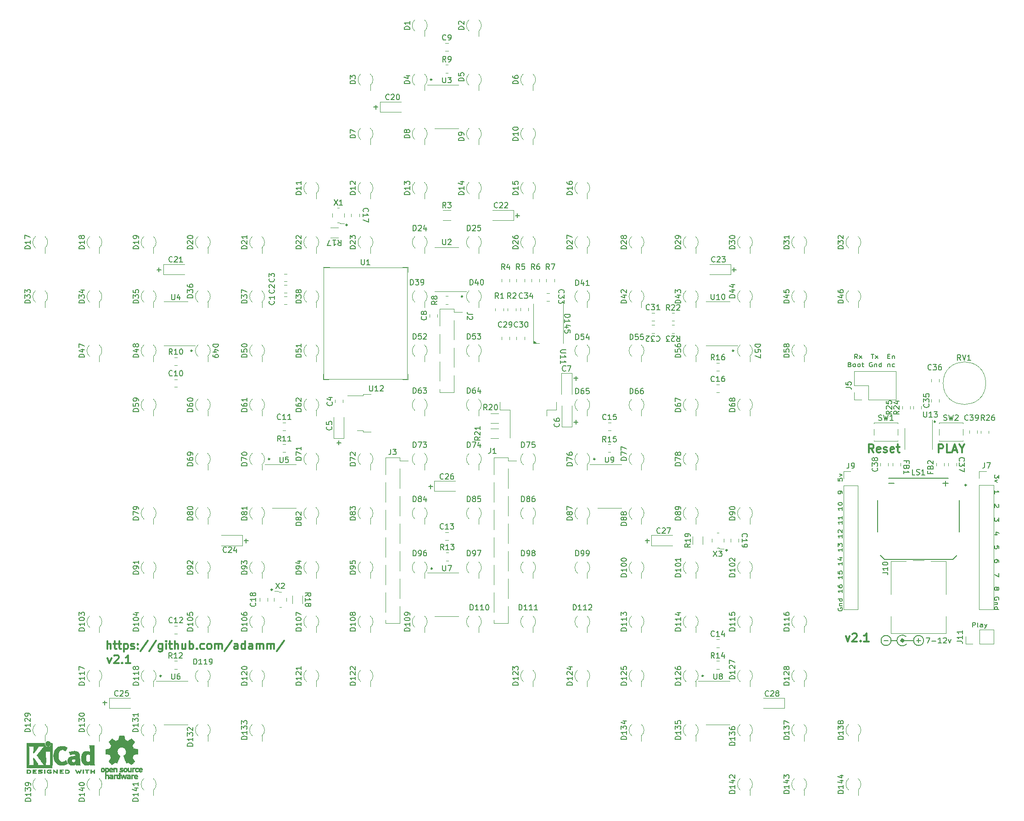
<source format=gbr>
%TF.GenerationSoftware,KiCad,Pcbnew,(6.0.7-1)-1*%
%TF.CreationDate,2022-09-29T14:19:47-06:00*%
%TF.ProjectId,starman,73746172-6d61-46e2-9e6b-696361645f70,rev?*%
%TF.SameCoordinates,Original*%
%TF.FileFunction,Legend,Top*%
%TF.FilePolarity,Positive*%
%FSLAX46Y46*%
G04 Gerber Fmt 4.6, Leading zero omitted, Abs format (unit mm)*
G04 Created by KiCad (PCBNEW (6.0.7-1)-1) date 2022-09-29 14:19:47*
%MOMM*%
%LPD*%
G01*
G04 APERTURE LIST*
%ADD10C,0.260000*%
%ADD11C,0.120000*%
%ADD12C,0.150000*%
%ADD13C,0.300000*%
%ADD14C,0.200000*%
%ADD15C,0.127000*%
%ADD16C,0.010000*%
%ADD17C,0.500000*%
G04 APERTURE END LIST*
D10*
X205830000Y-119800000D02*
G75*
G03*
X205830000Y-119800000I-130000J0D01*
G01*
X77330000Y-115000000D02*
G75*
G03*
X77330000Y-115000000I-130000J0D01*
G01*
X137330000Y-115000000D02*
G75*
G03*
X137330000Y-115000000I-130000J0D01*
G01*
X112930000Y-85000000D02*
G75*
G03*
X112930000Y-85000000I-130000J0D01*
G01*
X200130000Y-108100000D02*
G75*
G03*
X200130000Y-108100000I-130000J0D01*
G01*
X157330000Y-154985487D02*
G75*
G03*
X157330000Y-154985487I-130000J0D01*
G01*
X107330000Y-135200000D02*
G75*
G03*
X107330000Y-135200000I-130000J0D01*
G01*
X91630000Y-71800000D02*
G75*
G03*
X91630000Y-71800000I-130000J0D01*
G01*
X57330000Y-155000000D02*
G75*
G03*
X57330000Y-155000000I-130000J0D01*
G01*
X77830000Y-139100000D02*
G75*
G03*
X77830000Y-139100000I-130000J0D01*
G01*
X63030000Y-95000000D02*
G75*
G03*
X63030000Y-95000000I-130000J0D01*
G01*
D11*
G36*
X126531517Y-93643186D02*
G01*
X125950000Y-93650000D01*
X125950000Y-93100000D01*
X126531517Y-93643186D01*
G37*
X126531517Y-93643186D02*
X125950000Y-93650000D01*
X125950000Y-93100000D01*
X126531517Y-93643186D01*
D10*
X162930000Y-95000000D02*
G75*
G03*
X162930000Y-95000000I-130000J0D01*
G01*
X107230000Y-45000000D02*
G75*
G03*
X107230000Y-45000000I-130000J0D01*
G01*
X161730000Y-131800000D02*
G75*
G03*
X161730000Y-131800000I-130000J0D01*
G01*
D12*
X72619047Y-130071428D02*
X73380952Y-130071428D01*
X73000000Y-130452380D02*
X73000000Y-129690476D01*
X122619047Y-70071428D02*
X123380952Y-70071428D01*
X123000000Y-70452380D02*
X123000000Y-69690476D01*
D13*
X200714285Y-113778571D02*
X200714285Y-112278571D01*
X201285714Y-112278571D01*
X201428571Y-112350000D01*
X201500000Y-112421428D01*
X201571428Y-112564285D01*
X201571428Y-112778571D01*
X201500000Y-112921428D01*
X201428571Y-112992857D01*
X201285714Y-113064285D01*
X200714285Y-113064285D01*
X202928571Y-113778571D02*
X202214285Y-113778571D01*
X202214285Y-112278571D01*
X203357142Y-113350000D02*
X204071428Y-113350000D01*
X203214285Y-113778571D02*
X203714285Y-112278571D01*
X204214285Y-113778571D01*
X205000000Y-113064285D02*
X205000000Y-113778571D01*
X204500000Y-112278571D02*
X205000000Y-113064285D01*
X205500000Y-112278571D01*
D12*
X190619047Y-148471428D02*
X191380952Y-148471428D01*
X182200000Y-142477380D02*
X182161904Y-142567857D01*
X182161904Y-142703571D01*
X182200000Y-142839285D01*
X182276190Y-142929761D01*
X182352380Y-142975000D01*
X182504761Y-143020238D01*
X182619047Y-143020238D01*
X182771428Y-142975000D01*
X182847619Y-142929761D01*
X182923809Y-142839285D01*
X182961904Y-142703571D01*
X182961904Y-142613095D01*
X182923809Y-142477380D01*
X182885714Y-142432142D01*
X182619047Y-142432142D01*
X182619047Y-142613095D01*
X182428571Y-142025000D02*
X182961904Y-142025000D01*
X182504761Y-142025000D02*
X182466666Y-141979761D01*
X182428571Y-141889285D01*
X182428571Y-141753571D01*
X182466666Y-141663095D01*
X182542857Y-141617857D01*
X182961904Y-141617857D01*
X182961904Y-140758333D02*
X182161904Y-140758333D01*
X182923809Y-140758333D02*
X182961904Y-140848809D01*
X182961904Y-141029761D01*
X182923809Y-141120238D01*
X182885714Y-141165476D01*
X182809523Y-141210714D01*
X182580952Y-141210714D01*
X182504761Y-141165476D01*
X182466666Y-141120238D01*
X182428571Y-141029761D01*
X182428571Y-140848809D01*
X182466666Y-140758333D01*
X182961904Y-139084523D02*
X182961904Y-139627380D01*
X182961904Y-139355952D02*
X182161904Y-139355952D01*
X182276190Y-139446428D01*
X182352380Y-139536904D01*
X182390476Y-139627380D01*
X182161904Y-138270238D02*
X182161904Y-138451190D01*
X182200000Y-138541666D01*
X182238095Y-138586904D01*
X182352380Y-138677380D01*
X182504761Y-138722619D01*
X182809523Y-138722619D01*
X182885714Y-138677380D01*
X182923809Y-138632142D01*
X182961904Y-138541666D01*
X182961904Y-138360714D01*
X182923809Y-138270238D01*
X182885714Y-138225000D01*
X182809523Y-138179761D01*
X182619047Y-138179761D01*
X182542857Y-138225000D01*
X182504761Y-138270238D01*
X182466666Y-138360714D01*
X182466666Y-138541666D01*
X182504761Y-138632142D01*
X182542857Y-138677380D01*
X182619047Y-138722619D01*
X182961904Y-136551190D02*
X182961904Y-137094047D01*
X182961904Y-136822619D02*
X182161904Y-136822619D01*
X182276190Y-136913095D01*
X182352380Y-137003571D01*
X182390476Y-137094047D01*
X182161904Y-135691666D02*
X182161904Y-136144047D01*
X182542857Y-136189285D01*
X182504761Y-136144047D01*
X182466666Y-136053571D01*
X182466666Y-135827380D01*
X182504761Y-135736904D01*
X182542857Y-135691666D01*
X182619047Y-135646428D01*
X182809523Y-135646428D01*
X182885714Y-135691666D01*
X182923809Y-135736904D01*
X182961904Y-135827380D01*
X182961904Y-136053571D01*
X182923809Y-136144047D01*
X182885714Y-136189285D01*
X182961904Y-134017857D02*
X182961904Y-134560714D01*
X182961904Y-134289285D02*
X182161904Y-134289285D01*
X182276190Y-134379761D01*
X182352380Y-134470238D01*
X182390476Y-134560714D01*
X182428571Y-133203571D02*
X182961904Y-133203571D01*
X182123809Y-133429761D02*
X182695238Y-133655952D01*
X182695238Y-133067857D01*
X182961904Y-131484523D02*
X182961904Y-132027380D01*
X182961904Y-131755952D02*
X182161904Y-131755952D01*
X182276190Y-131846428D01*
X182352380Y-131936904D01*
X182390476Y-132027380D01*
X182161904Y-131167857D02*
X182161904Y-130579761D01*
X182466666Y-130896428D01*
X182466666Y-130760714D01*
X182504761Y-130670238D01*
X182542857Y-130625000D01*
X182619047Y-130579761D01*
X182809523Y-130579761D01*
X182885714Y-130625000D01*
X182923809Y-130670238D01*
X182961904Y-130760714D01*
X182961904Y-131032142D01*
X182923809Y-131122619D01*
X182885714Y-131167857D01*
X182961904Y-128951190D02*
X182961904Y-129494047D01*
X182961904Y-129222619D02*
X182161904Y-129222619D01*
X182276190Y-129313095D01*
X182352380Y-129403571D01*
X182390476Y-129494047D01*
X182238095Y-128589285D02*
X182200000Y-128544047D01*
X182161904Y-128453571D01*
X182161904Y-128227380D01*
X182200000Y-128136904D01*
X182238095Y-128091666D01*
X182314285Y-128046428D01*
X182390476Y-128046428D01*
X182504761Y-128091666D01*
X182961904Y-128634523D01*
X182961904Y-128046428D01*
X182961904Y-126417857D02*
X182961904Y-126960714D01*
X182961904Y-126689285D02*
X182161904Y-126689285D01*
X182276190Y-126779761D01*
X182352380Y-126870238D01*
X182390476Y-126960714D01*
X182961904Y-125513095D02*
X182961904Y-126055952D01*
X182961904Y-125784523D02*
X182161904Y-125784523D01*
X182276190Y-125875000D01*
X182352380Y-125965476D01*
X182390476Y-126055952D01*
X182961904Y-123884523D02*
X182961904Y-124427380D01*
X182961904Y-124155952D02*
X182161904Y-124155952D01*
X182276190Y-124246428D01*
X182352380Y-124336904D01*
X182390476Y-124427380D01*
X182161904Y-123296428D02*
X182161904Y-123205952D01*
X182200000Y-123115476D01*
X182238095Y-123070238D01*
X182314285Y-123025000D01*
X182466666Y-122979761D01*
X182657142Y-122979761D01*
X182809523Y-123025000D01*
X182885714Y-123070238D01*
X182923809Y-123115476D01*
X182961904Y-123205952D01*
X182961904Y-123296428D01*
X182923809Y-123386904D01*
X182885714Y-123432142D01*
X182809523Y-123477380D01*
X182657142Y-123522619D01*
X182466666Y-123522619D01*
X182314285Y-123477380D01*
X182238095Y-123432142D01*
X182200000Y-123386904D01*
X182161904Y-123296428D01*
D13*
X47377142Y-150053571D02*
X47377142Y-148553571D01*
X48020000Y-150053571D02*
X48020000Y-149267857D01*
X47948571Y-149125000D01*
X47805714Y-149053571D01*
X47591428Y-149053571D01*
X47448571Y-149125000D01*
X47377142Y-149196428D01*
X48520000Y-149053571D02*
X49091428Y-149053571D01*
X48734285Y-148553571D02*
X48734285Y-149839285D01*
X48805714Y-149982142D01*
X48948571Y-150053571D01*
X49091428Y-150053571D01*
X49377142Y-149053571D02*
X49948571Y-149053571D01*
X49591428Y-148553571D02*
X49591428Y-149839285D01*
X49662857Y-149982142D01*
X49805714Y-150053571D01*
X49948571Y-150053571D01*
X50448571Y-149053571D02*
X50448571Y-150553571D01*
X50448571Y-149125000D02*
X50591428Y-149053571D01*
X50877142Y-149053571D01*
X51020000Y-149125000D01*
X51091428Y-149196428D01*
X51162857Y-149339285D01*
X51162857Y-149767857D01*
X51091428Y-149910714D01*
X51020000Y-149982142D01*
X50877142Y-150053571D01*
X50591428Y-150053571D01*
X50448571Y-149982142D01*
X51734285Y-149982142D02*
X51877142Y-150053571D01*
X52162857Y-150053571D01*
X52305714Y-149982142D01*
X52377142Y-149839285D01*
X52377142Y-149767857D01*
X52305714Y-149625000D01*
X52162857Y-149553571D01*
X51948571Y-149553571D01*
X51805714Y-149482142D01*
X51734285Y-149339285D01*
X51734285Y-149267857D01*
X51805714Y-149125000D01*
X51948571Y-149053571D01*
X52162857Y-149053571D01*
X52305714Y-149125000D01*
X53020000Y-149910714D02*
X53091428Y-149982142D01*
X53020000Y-150053571D01*
X52948571Y-149982142D01*
X53020000Y-149910714D01*
X53020000Y-150053571D01*
X53020000Y-149125000D02*
X53091428Y-149196428D01*
X53020000Y-149267857D01*
X52948571Y-149196428D01*
X53020000Y-149125000D01*
X53020000Y-149267857D01*
X54805714Y-148482142D02*
X53520000Y-150410714D01*
X56377142Y-148482142D02*
X55091428Y-150410714D01*
X57520000Y-149053571D02*
X57520000Y-150267857D01*
X57448571Y-150410714D01*
X57377142Y-150482142D01*
X57234285Y-150553571D01*
X57020000Y-150553571D01*
X56877142Y-150482142D01*
X57520000Y-149982142D02*
X57377142Y-150053571D01*
X57091428Y-150053571D01*
X56948571Y-149982142D01*
X56877142Y-149910714D01*
X56805714Y-149767857D01*
X56805714Y-149339285D01*
X56877142Y-149196428D01*
X56948571Y-149125000D01*
X57091428Y-149053571D01*
X57377142Y-149053571D01*
X57520000Y-149125000D01*
X58234285Y-150053571D02*
X58234285Y-149053571D01*
X58234285Y-148553571D02*
X58162857Y-148625000D01*
X58234285Y-148696428D01*
X58305714Y-148625000D01*
X58234285Y-148553571D01*
X58234285Y-148696428D01*
X58734285Y-149053571D02*
X59305714Y-149053571D01*
X58948571Y-148553571D02*
X58948571Y-149839285D01*
X59020000Y-149982142D01*
X59162857Y-150053571D01*
X59305714Y-150053571D01*
X59805714Y-150053571D02*
X59805714Y-148553571D01*
X60448571Y-150053571D02*
X60448571Y-149267857D01*
X60377142Y-149125000D01*
X60234285Y-149053571D01*
X60020000Y-149053571D01*
X59877142Y-149125000D01*
X59805714Y-149196428D01*
X61805714Y-149053571D02*
X61805714Y-150053571D01*
X61162857Y-149053571D02*
X61162857Y-149839285D01*
X61234285Y-149982142D01*
X61377142Y-150053571D01*
X61591428Y-150053571D01*
X61734285Y-149982142D01*
X61805714Y-149910714D01*
X62520000Y-150053571D02*
X62520000Y-148553571D01*
X62520000Y-149125000D02*
X62662857Y-149053571D01*
X62948571Y-149053571D01*
X63091428Y-149125000D01*
X63162857Y-149196428D01*
X63234285Y-149339285D01*
X63234285Y-149767857D01*
X63162857Y-149910714D01*
X63091428Y-149982142D01*
X62948571Y-150053571D01*
X62662857Y-150053571D01*
X62520000Y-149982142D01*
X63877142Y-149910714D02*
X63948571Y-149982142D01*
X63877142Y-150053571D01*
X63805714Y-149982142D01*
X63877142Y-149910714D01*
X63877142Y-150053571D01*
X65234285Y-149982142D02*
X65091428Y-150053571D01*
X64805714Y-150053571D01*
X64662857Y-149982142D01*
X64591428Y-149910714D01*
X64520000Y-149767857D01*
X64520000Y-149339285D01*
X64591428Y-149196428D01*
X64662857Y-149125000D01*
X64805714Y-149053571D01*
X65091428Y-149053571D01*
X65234285Y-149125000D01*
X66091428Y-150053571D02*
X65948571Y-149982142D01*
X65877142Y-149910714D01*
X65805714Y-149767857D01*
X65805714Y-149339285D01*
X65877142Y-149196428D01*
X65948571Y-149125000D01*
X66091428Y-149053571D01*
X66305714Y-149053571D01*
X66448571Y-149125000D01*
X66520000Y-149196428D01*
X66591428Y-149339285D01*
X66591428Y-149767857D01*
X66520000Y-149910714D01*
X66448571Y-149982142D01*
X66305714Y-150053571D01*
X66091428Y-150053571D01*
X67234285Y-150053571D02*
X67234285Y-149053571D01*
X67234285Y-149196428D02*
X67305714Y-149125000D01*
X67448571Y-149053571D01*
X67662857Y-149053571D01*
X67805714Y-149125000D01*
X67877142Y-149267857D01*
X67877142Y-150053571D01*
X67877142Y-149267857D02*
X67948571Y-149125000D01*
X68091428Y-149053571D01*
X68305714Y-149053571D01*
X68448571Y-149125000D01*
X68520000Y-149267857D01*
X68520000Y-150053571D01*
X70305714Y-148482142D02*
X69020000Y-150410714D01*
X71448571Y-150053571D02*
X71448571Y-149267857D01*
X71377142Y-149125000D01*
X71234285Y-149053571D01*
X70948571Y-149053571D01*
X70805714Y-149125000D01*
X71448571Y-149982142D02*
X71305714Y-150053571D01*
X70948571Y-150053571D01*
X70805714Y-149982142D01*
X70734285Y-149839285D01*
X70734285Y-149696428D01*
X70805714Y-149553571D01*
X70948571Y-149482142D01*
X71305714Y-149482142D01*
X71448571Y-149410714D01*
X72805714Y-150053571D02*
X72805714Y-148553571D01*
X72805714Y-149982142D02*
X72662857Y-150053571D01*
X72377142Y-150053571D01*
X72234285Y-149982142D01*
X72162857Y-149910714D01*
X72091428Y-149767857D01*
X72091428Y-149339285D01*
X72162857Y-149196428D01*
X72234285Y-149125000D01*
X72377142Y-149053571D01*
X72662857Y-149053571D01*
X72805714Y-149125000D01*
X74162857Y-150053571D02*
X74162857Y-149267857D01*
X74091428Y-149125000D01*
X73948571Y-149053571D01*
X73662857Y-149053571D01*
X73520000Y-149125000D01*
X74162857Y-149982142D02*
X74020000Y-150053571D01*
X73662857Y-150053571D01*
X73520000Y-149982142D01*
X73448571Y-149839285D01*
X73448571Y-149696428D01*
X73520000Y-149553571D01*
X73662857Y-149482142D01*
X74020000Y-149482142D01*
X74162857Y-149410714D01*
X74877142Y-150053571D02*
X74877142Y-149053571D01*
X74877142Y-149196428D02*
X74948571Y-149125000D01*
X75091428Y-149053571D01*
X75305714Y-149053571D01*
X75448571Y-149125000D01*
X75520000Y-149267857D01*
X75520000Y-150053571D01*
X75520000Y-149267857D02*
X75591428Y-149125000D01*
X75734285Y-149053571D01*
X75948571Y-149053571D01*
X76091428Y-149125000D01*
X76162857Y-149267857D01*
X76162857Y-150053571D01*
X76877142Y-150053571D02*
X76877142Y-149053571D01*
X76877142Y-149196428D02*
X76948571Y-149125000D01*
X77091428Y-149053571D01*
X77305714Y-149053571D01*
X77448571Y-149125000D01*
X77520000Y-149267857D01*
X77520000Y-150053571D01*
X77520000Y-149267857D02*
X77591428Y-149125000D01*
X77734285Y-149053571D01*
X77948571Y-149053571D01*
X78091428Y-149125000D01*
X78162857Y-149267857D01*
X78162857Y-150053571D01*
X79948571Y-148482142D02*
X78662857Y-150410714D01*
D12*
X146619047Y-130071428D02*
X147380952Y-130071428D01*
X147000000Y-130452380D02*
X147000000Y-129690476D01*
X133419047Y-100071428D02*
X134180952Y-100071428D01*
X133800000Y-100452380D02*
X133800000Y-99690476D01*
X89719047Y-111971428D02*
X90480952Y-111971428D01*
X90100000Y-112352380D02*
X90100000Y-111590476D01*
X184341666Y-97542857D02*
X184477380Y-97580952D01*
X184522619Y-97619047D01*
X184567857Y-97695238D01*
X184567857Y-97809523D01*
X184522619Y-97885714D01*
X184477380Y-97923809D01*
X184386904Y-97961904D01*
X184025000Y-97961904D01*
X184025000Y-97161904D01*
X184341666Y-97161904D01*
X184432142Y-97200000D01*
X184477380Y-97238095D01*
X184522619Y-97314285D01*
X184522619Y-97390476D01*
X184477380Y-97466666D01*
X184432142Y-97504761D01*
X184341666Y-97542857D01*
X184025000Y-97542857D01*
X185110714Y-97961904D02*
X185020238Y-97923809D01*
X184975000Y-97885714D01*
X184929761Y-97809523D01*
X184929761Y-97580952D01*
X184975000Y-97504761D01*
X185020238Y-97466666D01*
X185110714Y-97428571D01*
X185246428Y-97428571D01*
X185336904Y-97466666D01*
X185382142Y-97504761D01*
X185427380Y-97580952D01*
X185427380Y-97809523D01*
X185382142Y-97885714D01*
X185336904Y-97923809D01*
X185246428Y-97961904D01*
X185110714Y-97961904D01*
X185970238Y-97961904D02*
X185879761Y-97923809D01*
X185834523Y-97885714D01*
X185789285Y-97809523D01*
X185789285Y-97580952D01*
X185834523Y-97504761D01*
X185879761Y-97466666D01*
X185970238Y-97428571D01*
X186105952Y-97428571D01*
X186196428Y-97466666D01*
X186241666Y-97504761D01*
X186286904Y-97580952D01*
X186286904Y-97809523D01*
X186241666Y-97885714D01*
X186196428Y-97923809D01*
X186105952Y-97961904D01*
X185970238Y-97961904D01*
X186558333Y-97428571D02*
X186920238Y-97428571D01*
X186694047Y-97161904D02*
X186694047Y-97847619D01*
X186739285Y-97923809D01*
X186829761Y-97961904D01*
X186920238Y-97961904D01*
X188458333Y-97200000D02*
X188367857Y-97161904D01*
X188232142Y-97161904D01*
X188096428Y-97200000D01*
X188005952Y-97276190D01*
X187960714Y-97352380D01*
X187915476Y-97504761D01*
X187915476Y-97619047D01*
X187960714Y-97771428D01*
X188005952Y-97847619D01*
X188096428Y-97923809D01*
X188232142Y-97961904D01*
X188322619Y-97961904D01*
X188458333Y-97923809D01*
X188503571Y-97885714D01*
X188503571Y-97619047D01*
X188322619Y-97619047D01*
X188910714Y-97428571D02*
X188910714Y-97961904D01*
X188910714Y-97504761D02*
X188955952Y-97466666D01*
X189046428Y-97428571D01*
X189182142Y-97428571D01*
X189272619Y-97466666D01*
X189317857Y-97542857D01*
X189317857Y-97961904D01*
X190177380Y-97961904D02*
X190177380Y-97161904D01*
X190177380Y-97923809D02*
X190086904Y-97961904D01*
X189905952Y-97961904D01*
X189815476Y-97923809D01*
X189770238Y-97885714D01*
X189725000Y-97809523D01*
X189725000Y-97580952D01*
X189770238Y-97504761D01*
X189815476Y-97466666D01*
X189905952Y-97428571D01*
X190086904Y-97428571D01*
X190177380Y-97466666D01*
X191353571Y-97428571D02*
X191353571Y-97961904D01*
X191353571Y-97504761D02*
X191398809Y-97466666D01*
X191489285Y-97428571D01*
X191625000Y-97428571D01*
X191715476Y-97466666D01*
X191760714Y-97542857D01*
X191760714Y-97961904D01*
X192620238Y-97923809D02*
X192529761Y-97961904D01*
X192348809Y-97961904D01*
X192258333Y-97923809D01*
X192213095Y-97885714D01*
X192167857Y-97809523D01*
X192167857Y-97580952D01*
X192213095Y-97504761D01*
X192258333Y-97466666D01*
X192348809Y-97428571D01*
X192529761Y-97428571D01*
X192620238Y-97466666D01*
X185755952Y-96461904D02*
X185439285Y-96080952D01*
X185213095Y-96461904D02*
X185213095Y-95661904D01*
X185575000Y-95661904D01*
X185665476Y-95700000D01*
X185710714Y-95738095D01*
X185755952Y-95814285D01*
X185755952Y-95928571D01*
X185710714Y-96004761D01*
X185665476Y-96042857D01*
X185575000Y-96080952D01*
X185213095Y-96080952D01*
X186072619Y-96461904D02*
X186570238Y-95928571D01*
X186072619Y-95928571D02*
X186570238Y-96461904D01*
X188244047Y-95661904D02*
X188786904Y-95661904D01*
X188515476Y-96461904D02*
X188515476Y-95661904D01*
X189013095Y-96461904D02*
X189510714Y-95928571D01*
X189013095Y-95928571D02*
X189510714Y-96461904D01*
X191320238Y-96042857D02*
X191636904Y-96042857D01*
X191772619Y-96461904D02*
X191320238Y-96461904D01*
X191320238Y-95661904D01*
X191772619Y-95661904D01*
X192179761Y-95928571D02*
X192179761Y-96461904D01*
X192179761Y-96004761D02*
X192225000Y-95966666D01*
X192315476Y-95928571D01*
X192451190Y-95928571D01*
X192541666Y-95966666D01*
X192586904Y-96042857D01*
X192586904Y-96461904D01*
X106619047Y-120071428D02*
X107380952Y-120071428D01*
X107000000Y-120452380D02*
X107000000Y-119690476D01*
X211838095Y-117921428D02*
X211838095Y-118509523D01*
X211533333Y-118192857D01*
X211533333Y-118328571D01*
X211495238Y-118419047D01*
X211457142Y-118464285D01*
X211380952Y-118509523D01*
X211190476Y-118509523D01*
X211114285Y-118464285D01*
X211076190Y-118419047D01*
X211038095Y-118328571D01*
X211038095Y-118057142D01*
X211076190Y-117966666D01*
X211114285Y-117921428D01*
X211571428Y-118826190D02*
X211038095Y-119052380D01*
X211571428Y-119278571D01*
X198414285Y-147952380D02*
X199080952Y-147952380D01*
X198652380Y-148952380D01*
X199461904Y-148571428D02*
X200223809Y-148571428D01*
X201223809Y-148952380D02*
X200652380Y-148952380D01*
X200938095Y-148952380D02*
X200938095Y-147952380D01*
X200842857Y-148095238D01*
X200747619Y-148190476D01*
X200652380Y-148238095D01*
X201604761Y-148047619D02*
X201652380Y-148000000D01*
X201747619Y-147952380D01*
X201985714Y-147952380D01*
X202080952Y-148000000D01*
X202128571Y-148047619D01*
X202176190Y-148142857D01*
X202176190Y-148238095D01*
X202128571Y-148380952D01*
X201557142Y-148952380D01*
X202176190Y-148952380D01*
X202509523Y-148285714D02*
X202747619Y-148952380D01*
X202985714Y-148285714D01*
D13*
X188742857Y-113778571D02*
X188242857Y-113064285D01*
X187885714Y-113778571D02*
X187885714Y-112278571D01*
X188457142Y-112278571D01*
X188600000Y-112350000D01*
X188671428Y-112421428D01*
X188742857Y-112564285D01*
X188742857Y-112778571D01*
X188671428Y-112921428D01*
X188600000Y-112992857D01*
X188457142Y-113064285D01*
X187885714Y-113064285D01*
X189957142Y-113707142D02*
X189814285Y-113778571D01*
X189528571Y-113778571D01*
X189385714Y-113707142D01*
X189314285Y-113564285D01*
X189314285Y-112992857D01*
X189385714Y-112850000D01*
X189528571Y-112778571D01*
X189814285Y-112778571D01*
X189957142Y-112850000D01*
X190028571Y-112992857D01*
X190028571Y-113135714D01*
X189314285Y-113278571D01*
X190600000Y-113707142D02*
X190742857Y-113778571D01*
X191028571Y-113778571D01*
X191171428Y-113707142D01*
X191242857Y-113564285D01*
X191242857Y-113492857D01*
X191171428Y-113350000D01*
X191028571Y-113278571D01*
X190814285Y-113278571D01*
X190671428Y-113207142D01*
X190600000Y-113064285D01*
X190600000Y-112992857D01*
X190671428Y-112850000D01*
X190814285Y-112778571D01*
X191028571Y-112778571D01*
X191171428Y-112850000D01*
X192457142Y-113707142D02*
X192314285Y-113778571D01*
X192028571Y-113778571D01*
X191885714Y-113707142D01*
X191814285Y-113564285D01*
X191814285Y-112992857D01*
X191885714Y-112850000D01*
X192028571Y-112778571D01*
X192314285Y-112778571D01*
X192457142Y-112850000D01*
X192528571Y-112992857D01*
X192528571Y-113135714D01*
X191814285Y-113278571D01*
X192957142Y-112778571D02*
X193528571Y-112778571D01*
X193171428Y-112278571D02*
X193171428Y-113564285D01*
X193242857Y-113707142D01*
X193385714Y-113778571D01*
X193528571Y-113778571D01*
D12*
X46519047Y-159971428D02*
X47280952Y-159971428D01*
X46900000Y-160352380D02*
X46900000Y-159590476D01*
D13*
X47409285Y-151678571D02*
X47766428Y-152678571D01*
X48123571Y-151678571D01*
X48623571Y-151321428D02*
X48695000Y-151250000D01*
X48837857Y-151178571D01*
X49195000Y-151178571D01*
X49337857Y-151250000D01*
X49409285Y-151321428D01*
X49480714Y-151464285D01*
X49480714Y-151607142D01*
X49409285Y-151821428D01*
X48552142Y-152678571D01*
X49480714Y-152678571D01*
X50123571Y-152535714D02*
X50195000Y-152607142D01*
X50123571Y-152678571D01*
X50052142Y-152607142D01*
X50123571Y-152535714D01*
X50123571Y-152678571D01*
X51623571Y-152678571D02*
X50766428Y-152678571D01*
X51195000Y-152678571D02*
X51195000Y-151178571D01*
X51052142Y-151392857D01*
X50909285Y-151535714D01*
X50766428Y-151607142D01*
D12*
X211038095Y-121367619D02*
X211038095Y-120779047D01*
X211038095Y-121073333D02*
X211838095Y-121073333D01*
X211723809Y-120975238D01*
X211647619Y-120877142D01*
X211609523Y-120779047D01*
X211761904Y-123329523D02*
X211800000Y-123378571D01*
X211838095Y-123476666D01*
X211838095Y-123721904D01*
X211800000Y-123820000D01*
X211761904Y-123869047D01*
X211685714Y-123918095D01*
X211609523Y-123918095D01*
X211495238Y-123869047D01*
X211038095Y-123280476D01*
X211038095Y-123918095D01*
X211838095Y-125830952D02*
X211838095Y-126468571D01*
X211533333Y-126125238D01*
X211533333Y-126272380D01*
X211495238Y-126370476D01*
X211457142Y-126419523D01*
X211380952Y-126468571D01*
X211190476Y-126468571D01*
X211114285Y-126419523D01*
X211076190Y-126370476D01*
X211038095Y-126272380D01*
X211038095Y-125978095D01*
X211076190Y-125880000D01*
X211114285Y-125830952D01*
X211571428Y-128920952D02*
X211038095Y-128920952D01*
X211876190Y-128675714D02*
X211304761Y-128430476D01*
X211304761Y-129068095D01*
X211838095Y-131520476D02*
X211838095Y-131030000D01*
X211457142Y-130980952D01*
X211495238Y-131030000D01*
X211533333Y-131128095D01*
X211533333Y-131373333D01*
X211495238Y-131471428D01*
X211457142Y-131520476D01*
X211380952Y-131569523D01*
X211190476Y-131569523D01*
X211114285Y-131520476D01*
X211076190Y-131471428D01*
X211038095Y-131373333D01*
X211038095Y-131128095D01*
X211076190Y-131030000D01*
X211114285Y-130980952D01*
X211838095Y-134021904D02*
X211838095Y-133825714D01*
X211800000Y-133727619D01*
X211761904Y-133678571D01*
X211647619Y-133580476D01*
X211495238Y-133531428D01*
X211190476Y-133531428D01*
X211114285Y-133580476D01*
X211076190Y-133629523D01*
X211038095Y-133727619D01*
X211038095Y-133923809D01*
X211076190Y-134021904D01*
X211114285Y-134070952D01*
X211190476Y-134120000D01*
X211380952Y-134120000D01*
X211457142Y-134070952D01*
X211495238Y-134021904D01*
X211533333Y-133923809D01*
X211533333Y-133727619D01*
X211495238Y-133629523D01*
X211457142Y-133580476D01*
X211380952Y-133531428D01*
X211838095Y-136032857D02*
X211838095Y-136719523D01*
X211038095Y-136278095D01*
X211495238Y-138828571D02*
X211533333Y-138730476D01*
X211571428Y-138681428D01*
X211647619Y-138632380D01*
X211685714Y-138632380D01*
X211761904Y-138681428D01*
X211800000Y-138730476D01*
X211838095Y-138828571D01*
X211838095Y-139024761D01*
X211800000Y-139122857D01*
X211761904Y-139171904D01*
X211685714Y-139220952D01*
X211647619Y-139220952D01*
X211571428Y-139171904D01*
X211533333Y-139122857D01*
X211495238Y-139024761D01*
X211495238Y-138828571D01*
X211457142Y-138730476D01*
X211419047Y-138681428D01*
X211342857Y-138632380D01*
X211190476Y-138632380D01*
X211114285Y-138681428D01*
X211076190Y-138730476D01*
X211038095Y-138828571D01*
X211038095Y-139024761D01*
X211076190Y-139122857D01*
X211114285Y-139171904D01*
X211190476Y-139220952D01*
X211342857Y-139220952D01*
X211419047Y-139171904D01*
X211457142Y-139122857D01*
X211495238Y-139024761D01*
X96519047Y-50071428D02*
X97280952Y-50071428D01*
X96900000Y-50452380D02*
X96900000Y-49690476D01*
X196619047Y-148471428D02*
X197380952Y-148471428D01*
X197000000Y-148852380D02*
X197000000Y-148090476D01*
X56519047Y-80071428D02*
X57280952Y-80071428D01*
X56900000Y-80452380D02*
X56900000Y-79690476D01*
X133419047Y-108171428D02*
X134180952Y-108171428D01*
X133800000Y-108552380D02*
X133800000Y-107790476D01*
D13*
X183607142Y-147678571D02*
X183964285Y-148678571D01*
X184321428Y-147678571D01*
X184821428Y-147321428D02*
X184892857Y-147250000D01*
X185035714Y-147178571D01*
X185392857Y-147178571D01*
X185535714Y-147250000D01*
X185607142Y-147321428D01*
X185678571Y-147464285D01*
X185678571Y-147607142D01*
X185607142Y-147821428D01*
X184750000Y-148678571D01*
X185678571Y-148678571D01*
X186321428Y-148535714D02*
X186392857Y-148607142D01*
X186321428Y-148678571D01*
X186250000Y-148607142D01*
X186321428Y-148535714D01*
X186321428Y-148678571D01*
X187821428Y-148678571D02*
X186964285Y-148678571D01*
X187392857Y-148678571D02*
X187392857Y-147178571D01*
X187250000Y-147392857D01*
X187107142Y-147535714D01*
X186964285Y-147607142D01*
D12*
X182961904Y-121319047D02*
X182961904Y-121138095D01*
X182923809Y-121047619D01*
X182885714Y-121002380D01*
X182771428Y-120911904D01*
X182619047Y-120866666D01*
X182314285Y-120866666D01*
X182238095Y-120911904D01*
X182200000Y-120957142D01*
X182161904Y-121047619D01*
X182161904Y-121228571D01*
X182200000Y-121319047D01*
X182238095Y-121364285D01*
X182314285Y-121409523D01*
X182504761Y-121409523D01*
X182580952Y-121364285D01*
X182619047Y-121319047D01*
X182657142Y-121228571D01*
X182657142Y-121047619D01*
X182619047Y-120957142D01*
X182580952Y-120911904D01*
X182504761Y-120866666D01*
X182161904Y-118559523D02*
X182161904Y-119011904D01*
X182542857Y-119057142D01*
X182504761Y-119011904D01*
X182466666Y-118921428D01*
X182466666Y-118695238D01*
X182504761Y-118604761D01*
X182542857Y-118559523D01*
X182619047Y-118514285D01*
X182809523Y-118514285D01*
X182885714Y-118559523D01*
X182923809Y-118604761D01*
X182961904Y-118695238D01*
X182961904Y-118921428D01*
X182923809Y-119011904D01*
X182885714Y-119057142D01*
X182428571Y-118197619D02*
X182961904Y-117971428D01*
X182428571Y-117745238D01*
X211800000Y-140989285D02*
X211838095Y-140898809D01*
X211838095Y-140763095D01*
X211800000Y-140627380D01*
X211723809Y-140536904D01*
X211647619Y-140491666D01*
X211495238Y-140446428D01*
X211380952Y-140446428D01*
X211228571Y-140491666D01*
X211152380Y-140536904D01*
X211076190Y-140627380D01*
X211038095Y-140763095D01*
X211038095Y-140853571D01*
X211076190Y-140989285D01*
X211114285Y-141034523D01*
X211380952Y-141034523D01*
X211380952Y-140853571D01*
X211571428Y-141441666D02*
X211038095Y-141441666D01*
X211495238Y-141441666D02*
X211533333Y-141486904D01*
X211571428Y-141577380D01*
X211571428Y-141713095D01*
X211533333Y-141803571D01*
X211457142Y-141848809D01*
X211038095Y-141848809D01*
X211038095Y-142708333D02*
X211838095Y-142708333D01*
X211076190Y-142708333D02*
X211038095Y-142617857D01*
X211038095Y-142436904D01*
X211076190Y-142346428D01*
X211114285Y-142301190D01*
X211190476Y-142255952D01*
X211419047Y-142255952D01*
X211495238Y-142301190D01*
X211533333Y-142346428D01*
X211571428Y-142436904D01*
X211571428Y-142617857D01*
X211533333Y-142708333D01*
D14*
X206960714Y-145961904D02*
X206960714Y-145161904D01*
X207322619Y-145161904D01*
X207413095Y-145200000D01*
X207458333Y-145238095D01*
X207503571Y-145314285D01*
X207503571Y-145428571D01*
X207458333Y-145504761D01*
X207413095Y-145542857D01*
X207322619Y-145580952D01*
X206960714Y-145580952D01*
X208046428Y-145961904D02*
X207955952Y-145923809D01*
X207910714Y-145847619D01*
X207910714Y-145161904D01*
X208815476Y-145961904D02*
X208815476Y-145542857D01*
X208770238Y-145466666D01*
X208679761Y-145428571D01*
X208498809Y-145428571D01*
X208408333Y-145466666D01*
X208815476Y-145923809D02*
X208725000Y-145961904D01*
X208498809Y-145961904D01*
X208408333Y-145923809D01*
X208363095Y-145847619D01*
X208363095Y-145771428D01*
X208408333Y-145695238D01*
X208498809Y-145657142D01*
X208725000Y-145657142D01*
X208815476Y-145619047D01*
X209177380Y-145428571D02*
X209403571Y-145961904D01*
X209629761Y-145428571D02*
X209403571Y-145961904D01*
X209313095Y-146152380D01*
X209267857Y-146190476D01*
X209177380Y-146228571D01*
D12*
X162619047Y-80071428D02*
X163380952Y-80071428D01*
X163000000Y-80452380D02*
X163000000Y-79690476D01*
%TO.C,C39*%
X206157142Y-107757142D02*
X206109523Y-107804761D01*
X205966666Y-107852380D01*
X205871428Y-107852380D01*
X205728571Y-107804761D01*
X205633333Y-107709523D01*
X205585714Y-107614285D01*
X205538095Y-107423809D01*
X205538095Y-107280952D01*
X205585714Y-107090476D01*
X205633333Y-106995238D01*
X205728571Y-106900000D01*
X205871428Y-106852380D01*
X205966666Y-106852380D01*
X206109523Y-106900000D01*
X206157142Y-106947619D01*
X206490476Y-106852380D02*
X207109523Y-106852380D01*
X206776190Y-107233333D01*
X206919047Y-107233333D01*
X207014285Y-107280952D01*
X207061904Y-107328571D01*
X207109523Y-107423809D01*
X207109523Y-107661904D01*
X207061904Y-107757142D01*
X207014285Y-107804761D01*
X206919047Y-107852380D01*
X206633333Y-107852380D01*
X206538095Y-107804761D01*
X206490476Y-107757142D01*
X207585714Y-107852380D02*
X207776190Y-107852380D01*
X207871428Y-107804761D01*
X207919047Y-107757142D01*
X208014285Y-107614285D01*
X208061904Y-107423809D01*
X208061904Y-107042857D01*
X208014285Y-106947619D01*
X207966666Y-106900000D01*
X207871428Y-106852380D01*
X207680952Y-106852380D01*
X207585714Y-106900000D01*
X207538095Y-106947619D01*
X207490476Y-107042857D01*
X207490476Y-107280952D01*
X207538095Y-107376190D01*
X207585714Y-107423809D01*
X207680952Y-107471428D01*
X207871428Y-107471428D01*
X207966666Y-107423809D01*
X208014285Y-107376190D01*
X208061904Y-107280952D01*
%TO.C,LS1*%
X196357142Y-117902380D02*
X195880952Y-117902380D01*
X195880952Y-116902380D01*
X196642857Y-117854761D02*
X196785714Y-117902380D01*
X197023809Y-117902380D01*
X197119047Y-117854761D01*
X197166666Y-117807142D01*
X197214285Y-117711904D01*
X197214285Y-117616666D01*
X197166666Y-117521428D01*
X197119047Y-117473809D01*
X197023809Y-117426190D01*
X196833333Y-117378571D01*
X196738095Y-117330952D01*
X196690476Y-117283333D01*
X196642857Y-117188095D01*
X196642857Y-117092857D01*
X196690476Y-116997619D01*
X196738095Y-116950000D01*
X196833333Y-116902380D01*
X197071428Y-116902380D01*
X197214285Y-116950000D01*
X198166666Y-117902380D02*
X197595238Y-117902380D01*
X197880952Y-117902380D02*
X197880952Y-116902380D01*
X197785714Y-117045238D01*
X197690476Y-117140476D01*
X197595238Y-117188095D01*
%TO.C,U1*%
X94238095Y-78152380D02*
X94238095Y-78961904D01*
X94285714Y-79057142D01*
X94333333Y-79104761D01*
X94428571Y-79152380D01*
X94619047Y-79152380D01*
X94714285Y-79104761D01*
X94761904Y-79057142D01*
X94809523Y-78961904D01*
X94809523Y-78152380D01*
X95809523Y-79152380D02*
X95238095Y-79152380D01*
X95523809Y-79152380D02*
X95523809Y-78152380D01*
X95428571Y-78295238D01*
X95333333Y-78390476D01*
X95238095Y-78438095D01*
%TO.C,C2*%
X78107142Y-83766666D02*
X78154761Y-83814285D01*
X78202380Y-83957142D01*
X78202380Y-84052380D01*
X78154761Y-84195238D01*
X78059523Y-84290476D01*
X77964285Y-84338095D01*
X77773809Y-84385714D01*
X77630952Y-84385714D01*
X77440476Y-84338095D01*
X77345238Y-84290476D01*
X77250000Y-84195238D01*
X77202380Y-84052380D01*
X77202380Y-83957142D01*
X77250000Y-83814285D01*
X77297619Y-83766666D01*
X77297619Y-83385714D02*
X77250000Y-83338095D01*
X77202380Y-83242857D01*
X77202380Y-83004761D01*
X77250000Y-82909523D01*
X77297619Y-82861904D01*
X77392857Y-82814285D01*
X77488095Y-82814285D01*
X77630952Y-82861904D01*
X78202380Y-83433333D01*
X78202380Y-82814285D01*
%TO.C,C3*%
X78107142Y-81691666D02*
X78154761Y-81739285D01*
X78202380Y-81882142D01*
X78202380Y-81977380D01*
X78154761Y-82120238D01*
X78059523Y-82215476D01*
X77964285Y-82263095D01*
X77773809Y-82310714D01*
X77630952Y-82310714D01*
X77440476Y-82263095D01*
X77345238Y-82215476D01*
X77250000Y-82120238D01*
X77202380Y-81977380D01*
X77202380Y-81882142D01*
X77250000Y-81739285D01*
X77297619Y-81691666D01*
X77202380Y-81358333D02*
X77202380Y-80739285D01*
X77583333Y-81072619D01*
X77583333Y-80929761D01*
X77630952Y-80834523D01*
X77678571Y-80786904D01*
X77773809Y-80739285D01*
X78011904Y-80739285D01*
X78107142Y-80786904D01*
X78154761Y-80834523D01*
X78202380Y-80929761D01*
X78202380Y-81215476D01*
X78154761Y-81310714D01*
X78107142Y-81358333D01*
%TO.C,C4*%
X88807142Y-104504166D02*
X88854761Y-104551785D01*
X88902380Y-104694642D01*
X88902380Y-104789880D01*
X88854761Y-104932738D01*
X88759523Y-105027976D01*
X88664285Y-105075595D01*
X88473809Y-105123214D01*
X88330952Y-105123214D01*
X88140476Y-105075595D01*
X88045238Y-105027976D01*
X87950000Y-104932738D01*
X87902380Y-104789880D01*
X87902380Y-104694642D01*
X87950000Y-104551785D01*
X87997619Y-104504166D01*
X88235714Y-103647023D02*
X88902380Y-103647023D01*
X87854761Y-103885119D02*
X88569047Y-104123214D01*
X88569047Y-103504166D01*
%TO.C,C5*%
X88707142Y-109016666D02*
X88754761Y-109064285D01*
X88802380Y-109207142D01*
X88802380Y-109302380D01*
X88754761Y-109445238D01*
X88659523Y-109540476D01*
X88564285Y-109588095D01*
X88373809Y-109635714D01*
X88230952Y-109635714D01*
X88040476Y-109588095D01*
X87945238Y-109540476D01*
X87850000Y-109445238D01*
X87802380Y-109302380D01*
X87802380Y-109207142D01*
X87850000Y-109064285D01*
X87897619Y-109016666D01*
X87802380Y-108111904D02*
X87802380Y-108588095D01*
X88278571Y-108635714D01*
X88230952Y-108588095D01*
X88183333Y-108492857D01*
X88183333Y-108254761D01*
X88230952Y-108159523D01*
X88278571Y-108111904D01*
X88373809Y-108064285D01*
X88611904Y-108064285D01*
X88707142Y-108111904D01*
X88754761Y-108159523D01*
X88802380Y-108254761D01*
X88802380Y-108492857D01*
X88754761Y-108588095D01*
X88707142Y-108635714D01*
%TO.C,C6*%
X130682142Y-108416666D02*
X130729761Y-108464285D01*
X130777380Y-108607142D01*
X130777380Y-108702380D01*
X130729761Y-108845238D01*
X130634523Y-108940476D01*
X130539285Y-108988095D01*
X130348809Y-109035714D01*
X130205952Y-109035714D01*
X130015476Y-108988095D01*
X129920238Y-108940476D01*
X129825000Y-108845238D01*
X129777380Y-108702380D01*
X129777380Y-108607142D01*
X129825000Y-108464285D01*
X129872619Y-108416666D01*
X129777380Y-107559523D02*
X129777380Y-107750000D01*
X129825000Y-107845238D01*
X129872619Y-107892857D01*
X130015476Y-107988095D01*
X130205952Y-108035714D01*
X130586904Y-108035714D01*
X130682142Y-107988095D01*
X130729761Y-107940476D01*
X130777380Y-107845238D01*
X130777380Y-107654761D01*
X130729761Y-107559523D01*
X130682142Y-107511904D01*
X130586904Y-107464285D01*
X130348809Y-107464285D01*
X130253571Y-107511904D01*
X130205952Y-107559523D01*
X130158333Y-107654761D01*
X130158333Y-107845238D01*
X130205952Y-107940476D01*
X130253571Y-107988095D01*
X130348809Y-108035714D01*
%TO.C,C7*%
X131933333Y-98682142D02*
X131885714Y-98729761D01*
X131742857Y-98777380D01*
X131647619Y-98777380D01*
X131504761Y-98729761D01*
X131409523Y-98634523D01*
X131361904Y-98539285D01*
X131314285Y-98348809D01*
X131314285Y-98205952D01*
X131361904Y-98015476D01*
X131409523Y-97920238D01*
X131504761Y-97825000D01*
X131647619Y-97777380D01*
X131742857Y-97777380D01*
X131885714Y-97825000D01*
X131933333Y-97872619D01*
X132266666Y-97777380D02*
X132933333Y-97777380D01*
X132504761Y-98777380D01*
%TO.C,D1*%
X103152380Y-35738095D02*
X102152380Y-35738095D01*
X102152380Y-35500000D01*
X102200000Y-35357142D01*
X102295238Y-35261904D01*
X102390476Y-35214285D01*
X102580952Y-35166666D01*
X102723809Y-35166666D01*
X102914285Y-35214285D01*
X103009523Y-35261904D01*
X103104761Y-35357142D01*
X103152380Y-35500000D01*
X103152380Y-35738095D01*
X103152380Y-34214285D02*
X103152380Y-34785714D01*
X103152380Y-34500000D02*
X102152380Y-34500000D01*
X102295238Y-34595238D01*
X102390476Y-34690476D01*
X102438095Y-34785714D01*
%TO.C,D2*%
X113152380Y-35738095D02*
X112152380Y-35738095D01*
X112152380Y-35500000D01*
X112200000Y-35357142D01*
X112295238Y-35261904D01*
X112390476Y-35214285D01*
X112580952Y-35166666D01*
X112723809Y-35166666D01*
X112914285Y-35214285D01*
X113009523Y-35261904D01*
X113104761Y-35357142D01*
X113152380Y-35500000D01*
X113152380Y-35738095D01*
X112247619Y-34785714D02*
X112200000Y-34738095D01*
X112152380Y-34642857D01*
X112152380Y-34404761D01*
X112200000Y-34309523D01*
X112247619Y-34261904D01*
X112342857Y-34214285D01*
X112438095Y-34214285D01*
X112580952Y-34261904D01*
X113152380Y-34833333D01*
X113152380Y-34214285D01*
%TO.C,D3*%
X93152380Y-45738095D02*
X92152380Y-45738095D01*
X92152380Y-45500000D01*
X92200000Y-45357142D01*
X92295238Y-45261904D01*
X92390476Y-45214285D01*
X92580952Y-45166666D01*
X92723809Y-45166666D01*
X92914285Y-45214285D01*
X93009523Y-45261904D01*
X93104761Y-45357142D01*
X93152380Y-45500000D01*
X93152380Y-45738095D01*
X92152380Y-44833333D02*
X92152380Y-44214285D01*
X92533333Y-44547619D01*
X92533333Y-44404761D01*
X92580952Y-44309523D01*
X92628571Y-44261904D01*
X92723809Y-44214285D01*
X92961904Y-44214285D01*
X93057142Y-44261904D01*
X93104761Y-44309523D01*
X93152380Y-44404761D01*
X93152380Y-44690476D01*
X93104761Y-44785714D01*
X93057142Y-44833333D01*
%TO.C,D4*%
X103152380Y-45738095D02*
X102152380Y-45738095D01*
X102152380Y-45500000D01*
X102200000Y-45357142D01*
X102295238Y-45261904D01*
X102390476Y-45214285D01*
X102580952Y-45166666D01*
X102723809Y-45166666D01*
X102914285Y-45214285D01*
X103009523Y-45261904D01*
X103104761Y-45357142D01*
X103152380Y-45500000D01*
X103152380Y-45738095D01*
X102485714Y-44309523D02*
X103152380Y-44309523D01*
X102104761Y-44547619D02*
X102819047Y-44785714D01*
X102819047Y-44166666D01*
%TO.C,D5*%
X113152380Y-45238095D02*
X112152380Y-45238095D01*
X112152380Y-45000000D01*
X112200000Y-44857142D01*
X112295238Y-44761904D01*
X112390476Y-44714285D01*
X112580952Y-44666666D01*
X112723809Y-44666666D01*
X112914285Y-44714285D01*
X113009523Y-44761904D01*
X113104761Y-44857142D01*
X113152380Y-45000000D01*
X113152380Y-45238095D01*
X112152380Y-43761904D02*
X112152380Y-44238095D01*
X112628571Y-44285714D01*
X112580952Y-44238095D01*
X112533333Y-44142857D01*
X112533333Y-43904761D01*
X112580952Y-43809523D01*
X112628571Y-43761904D01*
X112723809Y-43714285D01*
X112961904Y-43714285D01*
X113057142Y-43761904D01*
X113104761Y-43809523D01*
X113152380Y-43904761D01*
X113152380Y-44142857D01*
X113104761Y-44238095D01*
X113057142Y-44285714D01*
%TO.C,D6*%
X123152380Y-45738095D02*
X122152380Y-45738095D01*
X122152380Y-45500000D01*
X122200000Y-45357142D01*
X122295238Y-45261904D01*
X122390476Y-45214285D01*
X122580952Y-45166666D01*
X122723809Y-45166666D01*
X122914285Y-45214285D01*
X123009523Y-45261904D01*
X123104761Y-45357142D01*
X123152380Y-45500000D01*
X123152380Y-45738095D01*
X122152380Y-44309523D02*
X122152380Y-44500000D01*
X122200000Y-44595238D01*
X122247619Y-44642857D01*
X122390476Y-44738095D01*
X122580952Y-44785714D01*
X122961904Y-44785714D01*
X123057142Y-44738095D01*
X123104761Y-44690476D01*
X123152380Y-44595238D01*
X123152380Y-44404761D01*
X123104761Y-44309523D01*
X123057142Y-44261904D01*
X122961904Y-44214285D01*
X122723809Y-44214285D01*
X122628571Y-44261904D01*
X122580952Y-44309523D01*
X122533333Y-44404761D01*
X122533333Y-44595238D01*
X122580952Y-44690476D01*
X122628571Y-44738095D01*
X122723809Y-44785714D01*
%TO.C,D8*%
X103152380Y-55738095D02*
X102152380Y-55738095D01*
X102152380Y-55500000D01*
X102200000Y-55357142D01*
X102295238Y-55261904D01*
X102390476Y-55214285D01*
X102580952Y-55166666D01*
X102723809Y-55166666D01*
X102914285Y-55214285D01*
X103009523Y-55261904D01*
X103104761Y-55357142D01*
X103152380Y-55500000D01*
X103152380Y-55738095D01*
X102580952Y-54595238D02*
X102533333Y-54690476D01*
X102485714Y-54738095D01*
X102390476Y-54785714D01*
X102342857Y-54785714D01*
X102247619Y-54738095D01*
X102200000Y-54690476D01*
X102152380Y-54595238D01*
X102152380Y-54404761D01*
X102200000Y-54309523D01*
X102247619Y-54261904D01*
X102342857Y-54214285D01*
X102390476Y-54214285D01*
X102485714Y-54261904D01*
X102533333Y-54309523D01*
X102580952Y-54404761D01*
X102580952Y-54595238D01*
X102628571Y-54690476D01*
X102676190Y-54738095D01*
X102771428Y-54785714D01*
X102961904Y-54785714D01*
X103057142Y-54738095D01*
X103104761Y-54690476D01*
X103152380Y-54595238D01*
X103152380Y-54404761D01*
X103104761Y-54309523D01*
X103057142Y-54261904D01*
X102961904Y-54214285D01*
X102771428Y-54214285D01*
X102676190Y-54261904D01*
X102628571Y-54309523D01*
X102580952Y-54404761D01*
%TO.C,D9*%
X113152380Y-56238095D02*
X112152380Y-56238095D01*
X112152380Y-56000000D01*
X112200000Y-55857142D01*
X112295238Y-55761904D01*
X112390476Y-55714285D01*
X112580952Y-55666666D01*
X112723809Y-55666666D01*
X112914285Y-55714285D01*
X113009523Y-55761904D01*
X113104761Y-55857142D01*
X113152380Y-56000000D01*
X113152380Y-56238095D01*
X113152380Y-55190476D02*
X113152380Y-55000000D01*
X113104761Y-54904761D01*
X113057142Y-54857142D01*
X112914285Y-54761904D01*
X112723809Y-54714285D01*
X112342857Y-54714285D01*
X112247619Y-54761904D01*
X112200000Y-54809523D01*
X112152380Y-54904761D01*
X112152380Y-55095238D01*
X112200000Y-55190476D01*
X112247619Y-55238095D01*
X112342857Y-55285714D01*
X112580952Y-55285714D01*
X112676190Y-55238095D01*
X112723809Y-55190476D01*
X112771428Y-55095238D01*
X112771428Y-54904761D01*
X112723809Y-54809523D01*
X112676190Y-54761904D01*
X112580952Y-54714285D01*
%TO.C,D10*%
X123152380Y-56214285D02*
X122152380Y-56214285D01*
X122152380Y-55976190D01*
X122200000Y-55833333D01*
X122295238Y-55738095D01*
X122390476Y-55690476D01*
X122580952Y-55642857D01*
X122723809Y-55642857D01*
X122914285Y-55690476D01*
X123009523Y-55738095D01*
X123104761Y-55833333D01*
X123152380Y-55976190D01*
X123152380Y-56214285D01*
X123152380Y-54690476D02*
X123152380Y-55261904D01*
X123152380Y-54976190D02*
X122152380Y-54976190D01*
X122295238Y-55071428D01*
X122390476Y-55166666D01*
X122438095Y-55261904D01*
X122152380Y-54071428D02*
X122152380Y-53976190D01*
X122200000Y-53880952D01*
X122247619Y-53833333D01*
X122342857Y-53785714D01*
X122533333Y-53738095D01*
X122771428Y-53738095D01*
X122961904Y-53785714D01*
X123057142Y-53833333D01*
X123104761Y-53880952D01*
X123152380Y-53976190D01*
X123152380Y-54071428D01*
X123104761Y-54166666D01*
X123057142Y-54214285D01*
X122961904Y-54261904D01*
X122771428Y-54309523D01*
X122533333Y-54309523D01*
X122342857Y-54261904D01*
X122247619Y-54214285D01*
X122200000Y-54166666D01*
X122152380Y-54071428D01*
%TO.C,D11*%
X83152380Y-66214285D02*
X82152380Y-66214285D01*
X82152380Y-65976190D01*
X82200000Y-65833333D01*
X82295238Y-65738095D01*
X82390476Y-65690476D01*
X82580952Y-65642857D01*
X82723809Y-65642857D01*
X82914285Y-65690476D01*
X83009523Y-65738095D01*
X83104761Y-65833333D01*
X83152380Y-65976190D01*
X83152380Y-66214285D01*
X83152380Y-64690476D02*
X83152380Y-65261904D01*
X83152380Y-64976190D02*
X82152380Y-64976190D01*
X82295238Y-65071428D01*
X82390476Y-65166666D01*
X82438095Y-65261904D01*
X83152380Y-63738095D02*
X83152380Y-64309523D01*
X83152380Y-64023809D02*
X82152380Y-64023809D01*
X82295238Y-64119047D01*
X82390476Y-64214285D01*
X82438095Y-64309523D01*
%TO.C,D12*%
X93152380Y-66214285D02*
X92152380Y-66214285D01*
X92152380Y-65976190D01*
X92200000Y-65833333D01*
X92295238Y-65738095D01*
X92390476Y-65690476D01*
X92580952Y-65642857D01*
X92723809Y-65642857D01*
X92914285Y-65690476D01*
X93009523Y-65738095D01*
X93104761Y-65833333D01*
X93152380Y-65976190D01*
X93152380Y-66214285D01*
X93152380Y-64690476D02*
X93152380Y-65261904D01*
X93152380Y-64976190D02*
X92152380Y-64976190D01*
X92295238Y-65071428D01*
X92390476Y-65166666D01*
X92438095Y-65261904D01*
X92247619Y-64309523D02*
X92200000Y-64261904D01*
X92152380Y-64166666D01*
X92152380Y-63928571D01*
X92200000Y-63833333D01*
X92247619Y-63785714D01*
X92342857Y-63738095D01*
X92438095Y-63738095D01*
X92580952Y-63785714D01*
X93152380Y-64357142D01*
X93152380Y-63738095D01*
%TO.C,D14*%
X113152380Y-66214285D02*
X112152380Y-66214285D01*
X112152380Y-65976190D01*
X112200000Y-65833333D01*
X112295238Y-65738095D01*
X112390476Y-65690476D01*
X112580952Y-65642857D01*
X112723809Y-65642857D01*
X112914285Y-65690476D01*
X113009523Y-65738095D01*
X113104761Y-65833333D01*
X113152380Y-65976190D01*
X113152380Y-66214285D01*
X113152380Y-64690476D02*
X113152380Y-65261904D01*
X113152380Y-64976190D02*
X112152380Y-64976190D01*
X112295238Y-65071428D01*
X112390476Y-65166666D01*
X112438095Y-65261904D01*
X112485714Y-63833333D02*
X113152380Y-63833333D01*
X112104761Y-64071428D02*
X112819047Y-64309523D01*
X112819047Y-63690476D01*
%TO.C,D15*%
X123152380Y-66214285D02*
X122152380Y-66214285D01*
X122152380Y-65976190D01*
X122200000Y-65833333D01*
X122295238Y-65738095D01*
X122390476Y-65690476D01*
X122580952Y-65642857D01*
X122723809Y-65642857D01*
X122914285Y-65690476D01*
X123009523Y-65738095D01*
X123104761Y-65833333D01*
X123152380Y-65976190D01*
X123152380Y-66214285D01*
X123152380Y-64690476D02*
X123152380Y-65261904D01*
X123152380Y-64976190D02*
X122152380Y-64976190D01*
X122295238Y-65071428D01*
X122390476Y-65166666D01*
X122438095Y-65261904D01*
X122152380Y-63785714D02*
X122152380Y-64261904D01*
X122628571Y-64309523D01*
X122580952Y-64261904D01*
X122533333Y-64166666D01*
X122533333Y-63928571D01*
X122580952Y-63833333D01*
X122628571Y-63785714D01*
X122723809Y-63738095D01*
X122961904Y-63738095D01*
X123057142Y-63785714D01*
X123104761Y-63833333D01*
X123152380Y-63928571D01*
X123152380Y-64166666D01*
X123104761Y-64261904D01*
X123057142Y-64309523D01*
%TO.C,D16*%
X133152380Y-66214285D02*
X132152380Y-66214285D01*
X132152380Y-65976190D01*
X132200000Y-65833333D01*
X132295238Y-65738095D01*
X132390476Y-65690476D01*
X132580952Y-65642857D01*
X132723809Y-65642857D01*
X132914285Y-65690476D01*
X133009523Y-65738095D01*
X133104761Y-65833333D01*
X133152380Y-65976190D01*
X133152380Y-66214285D01*
X133152380Y-64690476D02*
X133152380Y-65261904D01*
X133152380Y-64976190D02*
X132152380Y-64976190D01*
X132295238Y-65071428D01*
X132390476Y-65166666D01*
X132438095Y-65261904D01*
X132152380Y-63833333D02*
X132152380Y-64023809D01*
X132200000Y-64119047D01*
X132247619Y-64166666D01*
X132390476Y-64261904D01*
X132580952Y-64309523D01*
X132961904Y-64309523D01*
X133057142Y-64261904D01*
X133104761Y-64214285D01*
X133152380Y-64119047D01*
X133152380Y-63928571D01*
X133104761Y-63833333D01*
X133057142Y-63785714D01*
X132961904Y-63738095D01*
X132723809Y-63738095D01*
X132628571Y-63785714D01*
X132580952Y-63833333D01*
X132533333Y-63928571D01*
X132533333Y-64119047D01*
X132580952Y-64214285D01*
X132628571Y-64261904D01*
X132723809Y-64309523D01*
%TO.C,D17*%
X33152380Y-76214285D02*
X32152380Y-76214285D01*
X32152380Y-75976190D01*
X32200000Y-75833333D01*
X32295238Y-75738095D01*
X32390476Y-75690476D01*
X32580952Y-75642857D01*
X32723809Y-75642857D01*
X32914285Y-75690476D01*
X33009523Y-75738095D01*
X33104761Y-75833333D01*
X33152380Y-75976190D01*
X33152380Y-76214285D01*
X33152380Y-74690476D02*
X33152380Y-75261904D01*
X33152380Y-74976190D02*
X32152380Y-74976190D01*
X32295238Y-75071428D01*
X32390476Y-75166666D01*
X32438095Y-75261904D01*
X32152380Y-74357142D02*
X32152380Y-73690476D01*
X33152380Y-74119047D01*
%TO.C,D18*%
X43152380Y-76214285D02*
X42152380Y-76214285D01*
X42152380Y-75976190D01*
X42200000Y-75833333D01*
X42295238Y-75738095D01*
X42390476Y-75690476D01*
X42580952Y-75642857D01*
X42723809Y-75642857D01*
X42914285Y-75690476D01*
X43009523Y-75738095D01*
X43104761Y-75833333D01*
X43152380Y-75976190D01*
X43152380Y-76214285D01*
X43152380Y-74690476D02*
X43152380Y-75261904D01*
X43152380Y-74976190D02*
X42152380Y-74976190D01*
X42295238Y-75071428D01*
X42390476Y-75166666D01*
X42438095Y-75261904D01*
X42580952Y-74119047D02*
X42533333Y-74214285D01*
X42485714Y-74261904D01*
X42390476Y-74309523D01*
X42342857Y-74309523D01*
X42247619Y-74261904D01*
X42200000Y-74214285D01*
X42152380Y-74119047D01*
X42152380Y-73928571D01*
X42200000Y-73833333D01*
X42247619Y-73785714D01*
X42342857Y-73738095D01*
X42390476Y-73738095D01*
X42485714Y-73785714D01*
X42533333Y-73833333D01*
X42580952Y-73928571D01*
X42580952Y-74119047D01*
X42628571Y-74214285D01*
X42676190Y-74261904D01*
X42771428Y-74309523D01*
X42961904Y-74309523D01*
X43057142Y-74261904D01*
X43104761Y-74214285D01*
X43152380Y-74119047D01*
X43152380Y-73928571D01*
X43104761Y-73833333D01*
X43057142Y-73785714D01*
X42961904Y-73738095D01*
X42771428Y-73738095D01*
X42676190Y-73785714D01*
X42628571Y-73833333D01*
X42580952Y-73928571D01*
%TO.C,D19*%
X53152380Y-76214285D02*
X52152380Y-76214285D01*
X52152380Y-75976190D01*
X52200000Y-75833333D01*
X52295238Y-75738095D01*
X52390476Y-75690476D01*
X52580952Y-75642857D01*
X52723809Y-75642857D01*
X52914285Y-75690476D01*
X53009523Y-75738095D01*
X53104761Y-75833333D01*
X53152380Y-75976190D01*
X53152380Y-76214285D01*
X53152380Y-74690476D02*
X53152380Y-75261904D01*
X53152380Y-74976190D02*
X52152380Y-74976190D01*
X52295238Y-75071428D01*
X52390476Y-75166666D01*
X52438095Y-75261904D01*
X53152380Y-74214285D02*
X53152380Y-74023809D01*
X53104761Y-73928571D01*
X53057142Y-73880952D01*
X52914285Y-73785714D01*
X52723809Y-73738095D01*
X52342857Y-73738095D01*
X52247619Y-73785714D01*
X52200000Y-73833333D01*
X52152380Y-73928571D01*
X52152380Y-74119047D01*
X52200000Y-74214285D01*
X52247619Y-74261904D01*
X52342857Y-74309523D01*
X52580952Y-74309523D01*
X52676190Y-74261904D01*
X52723809Y-74214285D01*
X52771428Y-74119047D01*
X52771428Y-73928571D01*
X52723809Y-73833333D01*
X52676190Y-73785714D01*
X52580952Y-73738095D01*
%TO.C,D20*%
X63152380Y-76214285D02*
X62152380Y-76214285D01*
X62152380Y-75976190D01*
X62200000Y-75833333D01*
X62295238Y-75738095D01*
X62390476Y-75690476D01*
X62580952Y-75642857D01*
X62723809Y-75642857D01*
X62914285Y-75690476D01*
X63009523Y-75738095D01*
X63104761Y-75833333D01*
X63152380Y-75976190D01*
X63152380Y-76214285D01*
X62247619Y-75261904D02*
X62200000Y-75214285D01*
X62152380Y-75119047D01*
X62152380Y-74880952D01*
X62200000Y-74785714D01*
X62247619Y-74738095D01*
X62342857Y-74690476D01*
X62438095Y-74690476D01*
X62580952Y-74738095D01*
X63152380Y-75309523D01*
X63152380Y-74690476D01*
X62152380Y-74071428D02*
X62152380Y-73976190D01*
X62200000Y-73880952D01*
X62247619Y-73833333D01*
X62342857Y-73785714D01*
X62533333Y-73738095D01*
X62771428Y-73738095D01*
X62961904Y-73785714D01*
X63057142Y-73833333D01*
X63104761Y-73880952D01*
X63152380Y-73976190D01*
X63152380Y-74071428D01*
X63104761Y-74166666D01*
X63057142Y-74214285D01*
X62961904Y-74261904D01*
X62771428Y-74309523D01*
X62533333Y-74309523D01*
X62342857Y-74261904D01*
X62247619Y-74214285D01*
X62200000Y-74166666D01*
X62152380Y-74071428D01*
%TO.C,D21*%
X73152380Y-76214285D02*
X72152380Y-76214285D01*
X72152380Y-75976190D01*
X72200000Y-75833333D01*
X72295238Y-75738095D01*
X72390476Y-75690476D01*
X72580952Y-75642857D01*
X72723809Y-75642857D01*
X72914285Y-75690476D01*
X73009523Y-75738095D01*
X73104761Y-75833333D01*
X73152380Y-75976190D01*
X73152380Y-76214285D01*
X72247619Y-75261904D02*
X72200000Y-75214285D01*
X72152380Y-75119047D01*
X72152380Y-74880952D01*
X72200000Y-74785714D01*
X72247619Y-74738095D01*
X72342857Y-74690476D01*
X72438095Y-74690476D01*
X72580952Y-74738095D01*
X73152380Y-75309523D01*
X73152380Y-74690476D01*
X73152380Y-73738095D02*
X73152380Y-74309523D01*
X73152380Y-74023809D02*
X72152380Y-74023809D01*
X72295238Y-74119047D01*
X72390476Y-74214285D01*
X72438095Y-74309523D01*
%TO.C,D22*%
X83152380Y-76214285D02*
X82152380Y-76214285D01*
X82152380Y-75976190D01*
X82200000Y-75833333D01*
X82295238Y-75738095D01*
X82390476Y-75690476D01*
X82580952Y-75642857D01*
X82723809Y-75642857D01*
X82914285Y-75690476D01*
X83009523Y-75738095D01*
X83104761Y-75833333D01*
X83152380Y-75976190D01*
X83152380Y-76214285D01*
X82247619Y-75261904D02*
X82200000Y-75214285D01*
X82152380Y-75119047D01*
X82152380Y-74880952D01*
X82200000Y-74785714D01*
X82247619Y-74738095D01*
X82342857Y-74690476D01*
X82438095Y-74690476D01*
X82580952Y-74738095D01*
X83152380Y-75309523D01*
X83152380Y-74690476D01*
X82247619Y-74309523D02*
X82200000Y-74261904D01*
X82152380Y-74166666D01*
X82152380Y-73928571D01*
X82200000Y-73833333D01*
X82247619Y-73785714D01*
X82342857Y-73738095D01*
X82438095Y-73738095D01*
X82580952Y-73785714D01*
X83152380Y-74357142D01*
X83152380Y-73738095D01*
%TO.C,D23*%
X93152380Y-76214285D02*
X92152380Y-76214285D01*
X92152380Y-75976190D01*
X92200000Y-75833333D01*
X92295238Y-75738095D01*
X92390476Y-75690476D01*
X92580952Y-75642857D01*
X92723809Y-75642857D01*
X92914285Y-75690476D01*
X93009523Y-75738095D01*
X93104761Y-75833333D01*
X93152380Y-75976190D01*
X93152380Y-76214285D01*
X92247619Y-75261904D02*
X92200000Y-75214285D01*
X92152380Y-75119047D01*
X92152380Y-74880952D01*
X92200000Y-74785714D01*
X92247619Y-74738095D01*
X92342857Y-74690476D01*
X92438095Y-74690476D01*
X92580952Y-74738095D01*
X93152380Y-75309523D01*
X93152380Y-74690476D01*
X92152380Y-74357142D02*
X92152380Y-73738095D01*
X92533333Y-74071428D01*
X92533333Y-73928571D01*
X92580952Y-73833333D01*
X92628571Y-73785714D01*
X92723809Y-73738095D01*
X92961904Y-73738095D01*
X93057142Y-73785714D01*
X93104761Y-73833333D01*
X93152380Y-73928571D01*
X93152380Y-74214285D01*
X93104761Y-74309523D01*
X93057142Y-74357142D01*
%TO.C,D25*%
X113785714Y-72852380D02*
X113785714Y-71852380D01*
X114023809Y-71852380D01*
X114166666Y-71900000D01*
X114261904Y-71995238D01*
X114309523Y-72090476D01*
X114357142Y-72280952D01*
X114357142Y-72423809D01*
X114309523Y-72614285D01*
X114261904Y-72709523D01*
X114166666Y-72804761D01*
X114023809Y-72852380D01*
X113785714Y-72852380D01*
X114738095Y-71947619D02*
X114785714Y-71900000D01*
X114880952Y-71852380D01*
X115119047Y-71852380D01*
X115214285Y-71900000D01*
X115261904Y-71947619D01*
X115309523Y-72042857D01*
X115309523Y-72138095D01*
X115261904Y-72280952D01*
X114690476Y-72852380D01*
X115309523Y-72852380D01*
X116214285Y-71852380D02*
X115738095Y-71852380D01*
X115690476Y-72328571D01*
X115738095Y-72280952D01*
X115833333Y-72233333D01*
X116071428Y-72233333D01*
X116166666Y-72280952D01*
X116214285Y-72328571D01*
X116261904Y-72423809D01*
X116261904Y-72661904D01*
X116214285Y-72757142D01*
X116166666Y-72804761D01*
X116071428Y-72852380D01*
X115833333Y-72852380D01*
X115738095Y-72804761D01*
X115690476Y-72757142D01*
%TO.C,D26*%
X123152380Y-76214285D02*
X122152380Y-76214285D01*
X122152380Y-75976190D01*
X122200000Y-75833333D01*
X122295238Y-75738095D01*
X122390476Y-75690476D01*
X122580952Y-75642857D01*
X122723809Y-75642857D01*
X122914285Y-75690476D01*
X123009523Y-75738095D01*
X123104761Y-75833333D01*
X123152380Y-75976190D01*
X123152380Y-76214285D01*
X122247619Y-75261904D02*
X122200000Y-75214285D01*
X122152380Y-75119047D01*
X122152380Y-74880952D01*
X122200000Y-74785714D01*
X122247619Y-74738095D01*
X122342857Y-74690476D01*
X122438095Y-74690476D01*
X122580952Y-74738095D01*
X123152380Y-75309523D01*
X123152380Y-74690476D01*
X122152380Y-73833333D02*
X122152380Y-74023809D01*
X122200000Y-74119047D01*
X122247619Y-74166666D01*
X122390476Y-74261904D01*
X122580952Y-74309523D01*
X122961904Y-74309523D01*
X123057142Y-74261904D01*
X123104761Y-74214285D01*
X123152380Y-74119047D01*
X123152380Y-73928571D01*
X123104761Y-73833333D01*
X123057142Y-73785714D01*
X122961904Y-73738095D01*
X122723809Y-73738095D01*
X122628571Y-73785714D01*
X122580952Y-73833333D01*
X122533333Y-73928571D01*
X122533333Y-74119047D01*
X122580952Y-74214285D01*
X122628571Y-74261904D01*
X122723809Y-74309523D01*
%TO.C,D27*%
X133152380Y-76214285D02*
X132152380Y-76214285D01*
X132152380Y-75976190D01*
X132200000Y-75833333D01*
X132295238Y-75738095D01*
X132390476Y-75690476D01*
X132580952Y-75642857D01*
X132723809Y-75642857D01*
X132914285Y-75690476D01*
X133009523Y-75738095D01*
X133104761Y-75833333D01*
X133152380Y-75976190D01*
X133152380Y-76214285D01*
X132247619Y-75261904D02*
X132200000Y-75214285D01*
X132152380Y-75119047D01*
X132152380Y-74880952D01*
X132200000Y-74785714D01*
X132247619Y-74738095D01*
X132342857Y-74690476D01*
X132438095Y-74690476D01*
X132580952Y-74738095D01*
X133152380Y-75309523D01*
X133152380Y-74690476D01*
X132152380Y-74357142D02*
X132152380Y-73690476D01*
X133152380Y-74119047D01*
%TO.C,D28*%
X143152380Y-76214285D02*
X142152380Y-76214285D01*
X142152380Y-75976190D01*
X142200000Y-75833333D01*
X142295238Y-75738095D01*
X142390476Y-75690476D01*
X142580952Y-75642857D01*
X142723809Y-75642857D01*
X142914285Y-75690476D01*
X143009523Y-75738095D01*
X143104761Y-75833333D01*
X143152380Y-75976190D01*
X143152380Y-76214285D01*
X142247619Y-75261904D02*
X142200000Y-75214285D01*
X142152380Y-75119047D01*
X142152380Y-74880952D01*
X142200000Y-74785714D01*
X142247619Y-74738095D01*
X142342857Y-74690476D01*
X142438095Y-74690476D01*
X142580952Y-74738095D01*
X143152380Y-75309523D01*
X143152380Y-74690476D01*
X142580952Y-74119047D02*
X142533333Y-74214285D01*
X142485714Y-74261904D01*
X142390476Y-74309523D01*
X142342857Y-74309523D01*
X142247619Y-74261904D01*
X142200000Y-74214285D01*
X142152380Y-74119047D01*
X142152380Y-73928571D01*
X142200000Y-73833333D01*
X142247619Y-73785714D01*
X142342857Y-73738095D01*
X142390476Y-73738095D01*
X142485714Y-73785714D01*
X142533333Y-73833333D01*
X142580952Y-73928571D01*
X142580952Y-74119047D01*
X142628571Y-74214285D01*
X142676190Y-74261904D01*
X142771428Y-74309523D01*
X142961904Y-74309523D01*
X143057142Y-74261904D01*
X143104761Y-74214285D01*
X143152380Y-74119047D01*
X143152380Y-73928571D01*
X143104761Y-73833333D01*
X143057142Y-73785714D01*
X142961904Y-73738095D01*
X142771428Y-73738095D01*
X142676190Y-73785714D01*
X142628571Y-73833333D01*
X142580952Y-73928571D01*
%TO.C,D29*%
X153152380Y-76214285D02*
X152152380Y-76214285D01*
X152152380Y-75976190D01*
X152200000Y-75833333D01*
X152295238Y-75738095D01*
X152390476Y-75690476D01*
X152580952Y-75642857D01*
X152723809Y-75642857D01*
X152914285Y-75690476D01*
X153009523Y-75738095D01*
X153104761Y-75833333D01*
X153152380Y-75976190D01*
X153152380Y-76214285D01*
X152247619Y-75261904D02*
X152200000Y-75214285D01*
X152152380Y-75119047D01*
X152152380Y-74880952D01*
X152200000Y-74785714D01*
X152247619Y-74738095D01*
X152342857Y-74690476D01*
X152438095Y-74690476D01*
X152580952Y-74738095D01*
X153152380Y-75309523D01*
X153152380Y-74690476D01*
X153152380Y-74214285D02*
X153152380Y-74023809D01*
X153104761Y-73928571D01*
X153057142Y-73880952D01*
X152914285Y-73785714D01*
X152723809Y-73738095D01*
X152342857Y-73738095D01*
X152247619Y-73785714D01*
X152200000Y-73833333D01*
X152152380Y-73928571D01*
X152152380Y-74119047D01*
X152200000Y-74214285D01*
X152247619Y-74261904D01*
X152342857Y-74309523D01*
X152580952Y-74309523D01*
X152676190Y-74261904D01*
X152723809Y-74214285D01*
X152771428Y-74119047D01*
X152771428Y-73928571D01*
X152723809Y-73833333D01*
X152676190Y-73785714D01*
X152580952Y-73738095D01*
%TO.C,D30*%
X163152380Y-76214285D02*
X162152380Y-76214285D01*
X162152380Y-75976190D01*
X162200000Y-75833333D01*
X162295238Y-75738095D01*
X162390476Y-75690476D01*
X162580952Y-75642857D01*
X162723809Y-75642857D01*
X162914285Y-75690476D01*
X163009523Y-75738095D01*
X163104761Y-75833333D01*
X163152380Y-75976190D01*
X163152380Y-76214285D01*
X162152380Y-75309523D02*
X162152380Y-74690476D01*
X162533333Y-75023809D01*
X162533333Y-74880952D01*
X162580952Y-74785714D01*
X162628571Y-74738095D01*
X162723809Y-74690476D01*
X162961904Y-74690476D01*
X163057142Y-74738095D01*
X163104761Y-74785714D01*
X163152380Y-74880952D01*
X163152380Y-75166666D01*
X163104761Y-75261904D01*
X163057142Y-75309523D01*
X162152380Y-74071428D02*
X162152380Y-73976190D01*
X162200000Y-73880952D01*
X162247619Y-73833333D01*
X162342857Y-73785714D01*
X162533333Y-73738095D01*
X162771428Y-73738095D01*
X162961904Y-73785714D01*
X163057142Y-73833333D01*
X163104761Y-73880952D01*
X163152380Y-73976190D01*
X163152380Y-74071428D01*
X163104761Y-74166666D01*
X163057142Y-74214285D01*
X162961904Y-74261904D01*
X162771428Y-74309523D01*
X162533333Y-74309523D01*
X162342857Y-74261904D01*
X162247619Y-74214285D01*
X162200000Y-74166666D01*
X162152380Y-74071428D01*
%TO.C,D31*%
X173152380Y-76214285D02*
X172152380Y-76214285D01*
X172152380Y-75976190D01*
X172200000Y-75833333D01*
X172295238Y-75738095D01*
X172390476Y-75690476D01*
X172580952Y-75642857D01*
X172723809Y-75642857D01*
X172914285Y-75690476D01*
X173009523Y-75738095D01*
X173104761Y-75833333D01*
X173152380Y-75976190D01*
X173152380Y-76214285D01*
X172152380Y-75309523D02*
X172152380Y-74690476D01*
X172533333Y-75023809D01*
X172533333Y-74880952D01*
X172580952Y-74785714D01*
X172628571Y-74738095D01*
X172723809Y-74690476D01*
X172961904Y-74690476D01*
X173057142Y-74738095D01*
X173104761Y-74785714D01*
X173152380Y-74880952D01*
X173152380Y-75166666D01*
X173104761Y-75261904D01*
X173057142Y-75309523D01*
X173152380Y-73738095D02*
X173152380Y-74309523D01*
X173152380Y-74023809D02*
X172152380Y-74023809D01*
X172295238Y-74119047D01*
X172390476Y-74214285D01*
X172438095Y-74309523D01*
%TO.C,D32*%
X183152380Y-76214285D02*
X182152380Y-76214285D01*
X182152380Y-75976190D01*
X182200000Y-75833333D01*
X182295238Y-75738095D01*
X182390476Y-75690476D01*
X182580952Y-75642857D01*
X182723809Y-75642857D01*
X182914285Y-75690476D01*
X183009523Y-75738095D01*
X183104761Y-75833333D01*
X183152380Y-75976190D01*
X183152380Y-76214285D01*
X182152380Y-75309523D02*
X182152380Y-74690476D01*
X182533333Y-75023809D01*
X182533333Y-74880952D01*
X182580952Y-74785714D01*
X182628571Y-74738095D01*
X182723809Y-74690476D01*
X182961904Y-74690476D01*
X183057142Y-74738095D01*
X183104761Y-74785714D01*
X183152380Y-74880952D01*
X183152380Y-75166666D01*
X183104761Y-75261904D01*
X183057142Y-75309523D01*
X182247619Y-74309523D02*
X182200000Y-74261904D01*
X182152380Y-74166666D01*
X182152380Y-73928571D01*
X182200000Y-73833333D01*
X182247619Y-73785714D01*
X182342857Y-73738095D01*
X182438095Y-73738095D01*
X182580952Y-73785714D01*
X183152380Y-74357142D01*
X183152380Y-73738095D01*
%TO.C,D33*%
X33152380Y-86214285D02*
X32152380Y-86214285D01*
X32152380Y-85976190D01*
X32200000Y-85833333D01*
X32295238Y-85738095D01*
X32390476Y-85690476D01*
X32580952Y-85642857D01*
X32723809Y-85642857D01*
X32914285Y-85690476D01*
X33009523Y-85738095D01*
X33104761Y-85833333D01*
X33152380Y-85976190D01*
X33152380Y-86214285D01*
X32152380Y-85309523D02*
X32152380Y-84690476D01*
X32533333Y-85023809D01*
X32533333Y-84880952D01*
X32580952Y-84785714D01*
X32628571Y-84738095D01*
X32723809Y-84690476D01*
X32961904Y-84690476D01*
X33057142Y-84738095D01*
X33104761Y-84785714D01*
X33152380Y-84880952D01*
X33152380Y-85166666D01*
X33104761Y-85261904D01*
X33057142Y-85309523D01*
X32152380Y-84357142D02*
X32152380Y-83738095D01*
X32533333Y-84071428D01*
X32533333Y-83928571D01*
X32580952Y-83833333D01*
X32628571Y-83785714D01*
X32723809Y-83738095D01*
X32961904Y-83738095D01*
X33057142Y-83785714D01*
X33104761Y-83833333D01*
X33152380Y-83928571D01*
X33152380Y-84214285D01*
X33104761Y-84309523D01*
X33057142Y-84357142D01*
%TO.C,D34*%
X43152380Y-86214285D02*
X42152380Y-86214285D01*
X42152380Y-85976190D01*
X42200000Y-85833333D01*
X42295238Y-85738095D01*
X42390476Y-85690476D01*
X42580952Y-85642857D01*
X42723809Y-85642857D01*
X42914285Y-85690476D01*
X43009523Y-85738095D01*
X43104761Y-85833333D01*
X43152380Y-85976190D01*
X43152380Y-86214285D01*
X42152380Y-85309523D02*
X42152380Y-84690476D01*
X42533333Y-85023809D01*
X42533333Y-84880952D01*
X42580952Y-84785714D01*
X42628571Y-84738095D01*
X42723809Y-84690476D01*
X42961904Y-84690476D01*
X43057142Y-84738095D01*
X43104761Y-84785714D01*
X43152380Y-84880952D01*
X43152380Y-85166666D01*
X43104761Y-85261904D01*
X43057142Y-85309523D01*
X42485714Y-83833333D02*
X43152380Y-83833333D01*
X42104761Y-84071428D02*
X42819047Y-84309523D01*
X42819047Y-83690476D01*
%TO.C,D36*%
X63152380Y-85214285D02*
X62152380Y-85214285D01*
X62152380Y-84976190D01*
X62200000Y-84833333D01*
X62295238Y-84738095D01*
X62390476Y-84690476D01*
X62580952Y-84642857D01*
X62723809Y-84642857D01*
X62914285Y-84690476D01*
X63009523Y-84738095D01*
X63104761Y-84833333D01*
X63152380Y-84976190D01*
X63152380Y-85214285D01*
X62152380Y-84309523D02*
X62152380Y-83690476D01*
X62533333Y-84023809D01*
X62533333Y-83880952D01*
X62580952Y-83785714D01*
X62628571Y-83738095D01*
X62723809Y-83690476D01*
X62961904Y-83690476D01*
X63057142Y-83738095D01*
X63104761Y-83785714D01*
X63152380Y-83880952D01*
X63152380Y-84166666D01*
X63104761Y-84261904D01*
X63057142Y-84309523D01*
X62152380Y-82833333D02*
X62152380Y-83023809D01*
X62200000Y-83119047D01*
X62247619Y-83166666D01*
X62390476Y-83261904D01*
X62580952Y-83309523D01*
X62961904Y-83309523D01*
X63057142Y-83261904D01*
X63104761Y-83214285D01*
X63152380Y-83119047D01*
X63152380Y-82928571D01*
X63104761Y-82833333D01*
X63057142Y-82785714D01*
X62961904Y-82738095D01*
X62723809Y-82738095D01*
X62628571Y-82785714D01*
X62580952Y-82833333D01*
X62533333Y-82928571D01*
X62533333Y-83119047D01*
X62580952Y-83214285D01*
X62628571Y-83261904D01*
X62723809Y-83309523D01*
%TO.C,D37*%
X73152380Y-86214285D02*
X72152380Y-86214285D01*
X72152380Y-85976190D01*
X72200000Y-85833333D01*
X72295238Y-85738095D01*
X72390476Y-85690476D01*
X72580952Y-85642857D01*
X72723809Y-85642857D01*
X72914285Y-85690476D01*
X73009523Y-85738095D01*
X73104761Y-85833333D01*
X73152380Y-85976190D01*
X73152380Y-86214285D01*
X72152380Y-85309523D02*
X72152380Y-84690476D01*
X72533333Y-85023809D01*
X72533333Y-84880952D01*
X72580952Y-84785714D01*
X72628571Y-84738095D01*
X72723809Y-84690476D01*
X72961904Y-84690476D01*
X73057142Y-84738095D01*
X73104761Y-84785714D01*
X73152380Y-84880952D01*
X73152380Y-85166666D01*
X73104761Y-85261904D01*
X73057142Y-85309523D01*
X72152380Y-84357142D02*
X72152380Y-83690476D01*
X73152380Y-84119047D01*
%TO.C,D39*%
X103285714Y-82852380D02*
X103285714Y-81852380D01*
X103523809Y-81852380D01*
X103666666Y-81900000D01*
X103761904Y-81995238D01*
X103809523Y-82090476D01*
X103857142Y-82280952D01*
X103857142Y-82423809D01*
X103809523Y-82614285D01*
X103761904Y-82709523D01*
X103666666Y-82804761D01*
X103523809Y-82852380D01*
X103285714Y-82852380D01*
X104190476Y-81852380D02*
X104809523Y-81852380D01*
X104476190Y-82233333D01*
X104619047Y-82233333D01*
X104714285Y-82280952D01*
X104761904Y-82328571D01*
X104809523Y-82423809D01*
X104809523Y-82661904D01*
X104761904Y-82757142D01*
X104714285Y-82804761D01*
X104619047Y-82852380D01*
X104333333Y-82852380D01*
X104238095Y-82804761D01*
X104190476Y-82757142D01*
X105285714Y-82852380D02*
X105476190Y-82852380D01*
X105571428Y-82804761D01*
X105619047Y-82757142D01*
X105714285Y-82614285D01*
X105761904Y-82423809D01*
X105761904Y-82042857D01*
X105714285Y-81947619D01*
X105666666Y-81900000D01*
X105571428Y-81852380D01*
X105380952Y-81852380D01*
X105285714Y-81900000D01*
X105238095Y-81947619D01*
X105190476Y-82042857D01*
X105190476Y-82280952D01*
X105238095Y-82376190D01*
X105285714Y-82423809D01*
X105380952Y-82471428D01*
X105571428Y-82471428D01*
X105666666Y-82423809D01*
X105714285Y-82376190D01*
X105761904Y-82280952D01*
%TO.C,D40*%
X114285714Y-82852380D02*
X114285714Y-81852380D01*
X114523809Y-81852380D01*
X114666666Y-81900000D01*
X114761904Y-81995238D01*
X114809523Y-82090476D01*
X114857142Y-82280952D01*
X114857142Y-82423809D01*
X114809523Y-82614285D01*
X114761904Y-82709523D01*
X114666666Y-82804761D01*
X114523809Y-82852380D01*
X114285714Y-82852380D01*
X115714285Y-82185714D02*
X115714285Y-82852380D01*
X115476190Y-81804761D02*
X115238095Y-82519047D01*
X115857142Y-82519047D01*
X116428571Y-81852380D02*
X116523809Y-81852380D01*
X116619047Y-81900000D01*
X116666666Y-81947619D01*
X116714285Y-82042857D01*
X116761904Y-82233333D01*
X116761904Y-82471428D01*
X116714285Y-82661904D01*
X116666666Y-82757142D01*
X116619047Y-82804761D01*
X116523809Y-82852380D01*
X116428571Y-82852380D01*
X116333333Y-82804761D01*
X116285714Y-82757142D01*
X116238095Y-82661904D01*
X116190476Y-82471428D01*
X116190476Y-82233333D01*
X116238095Y-82042857D01*
X116285714Y-81947619D01*
X116333333Y-81900000D01*
X116428571Y-81852380D01*
%TO.C,D41*%
X133785714Y-82952380D02*
X133785714Y-81952380D01*
X134023809Y-81952380D01*
X134166666Y-82000000D01*
X134261904Y-82095238D01*
X134309523Y-82190476D01*
X134357142Y-82380952D01*
X134357142Y-82523809D01*
X134309523Y-82714285D01*
X134261904Y-82809523D01*
X134166666Y-82904761D01*
X134023809Y-82952380D01*
X133785714Y-82952380D01*
X135214285Y-82285714D02*
X135214285Y-82952380D01*
X134976190Y-81904761D02*
X134738095Y-82619047D01*
X135357142Y-82619047D01*
X136261904Y-82952380D02*
X135690476Y-82952380D01*
X135976190Y-82952380D02*
X135976190Y-81952380D01*
X135880952Y-82095238D01*
X135785714Y-82190476D01*
X135690476Y-82238095D01*
%TO.C,D42*%
X143152380Y-86214285D02*
X142152380Y-86214285D01*
X142152380Y-85976190D01*
X142200000Y-85833333D01*
X142295238Y-85738095D01*
X142390476Y-85690476D01*
X142580952Y-85642857D01*
X142723809Y-85642857D01*
X142914285Y-85690476D01*
X143009523Y-85738095D01*
X143104761Y-85833333D01*
X143152380Y-85976190D01*
X143152380Y-86214285D01*
X142485714Y-84785714D02*
X143152380Y-84785714D01*
X142104761Y-85023809D02*
X142819047Y-85261904D01*
X142819047Y-84642857D01*
X142247619Y-84309523D02*
X142200000Y-84261904D01*
X142152380Y-84166666D01*
X142152380Y-83928571D01*
X142200000Y-83833333D01*
X142247619Y-83785714D01*
X142342857Y-83738095D01*
X142438095Y-83738095D01*
X142580952Y-83785714D01*
X143152380Y-84357142D01*
X143152380Y-83738095D01*
%TO.C,D43*%
X153152380Y-86214285D02*
X152152380Y-86214285D01*
X152152380Y-85976190D01*
X152200000Y-85833333D01*
X152295238Y-85738095D01*
X152390476Y-85690476D01*
X152580952Y-85642857D01*
X152723809Y-85642857D01*
X152914285Y-85690476D01*
X153009523Y-85738095D01*
X153104761Y-85833333D01*
X153152380Y-85976190D01*
X153152380Y-86214285D01*
X152485714Y-84785714D02*
X153152380Y-84785714D01*
X152104761Y-85023809D02*
X152819047Y-85261904D01*
X152819047Y-84642857D01*
X152152380Y-84357142D02*
X152152380Y-83738095D01*
X152533333Y-84071428D01*
X152533333Y-83928571D01*
X152580952Y-83833333D01*
X152628571Y-83785714D01*
X152723809Y-83738095D01*
X152961904Y-83738095D01*
X153057142Y-83785714D01*
X153104761Y-83833333D01*
X153152380Y-83928571D01*
X153152380Y-84214285D01*
X153104761Y-84309523D01*
X153057142Y-84357142D01*
%TO.C,D44*%
X163152380Y-85214285D02*
X162152380Y-85214285D01*
X162152380Y-84976190D01*
X162200000Y-84833333D01*
X162295238Y-84738095D01*
X162390476Y-84690476D01*
X162580952Y-84642857D01*
X162723809Y-84642857D01*
X162914285Y-84690476D01*
X163009523Y-84738095D01*
X163104761Y-84833333D01*
X163152380Y-84976190D01*
X163152380Y-85214285D01*
X162485714Y-83785714D02*
X163152380Y-83785714D01*
X162104761Y-84023809D02*
X162819047Y-84261904D01*
X162819047Y-83642857D01*
X162485714Y-82833333D02*
X163152380Y-82833333D01*
X162104761Y-83071428D02*
X162819047Y-83309523D01*
X162819047Y-82690476D01*
%TO.C,D45*%
X173152380Y-86214285D02*
X172152380Y-86214285D01*
X172152380Y-85976190D01*
X172200000Y-85833333D01*
X172295238Y-85738095D01*
X172390476Y-85690476D01*
X172580952Y-85642857D01*
X172723809Y-85642857D01*
X172914285Y-85690476D01*
X173009523Y-85738095D01*
X173104761Y-85833333D01*
X173152380Y-85976190D01*
X173152380Y-86214285D01*
X172485714Y-84785714D02*
X173152380Y-84785714D01*
X172104761Y-85023809D02*
X172819047Y-85261904D01*
X172819047Y-84642857D01*
X172152380Y-83785714D02*
X172152380Y-84261904D01*
X172628571Y-84309523D01*
X172580952Y-84261904D01*
X172533333Y-84166666D01*
X172533333Y-83928571D01*
X172580952Y-83833333D01*
X172628571Y-83785714D01*
X172723809Y-83738095D01*
X172961904Y-83738095D01*
X173057142Y-83785714D01*
X173104761Y-83833333D01*
X173152380Y-83928571D01*
X173152380Y-84166666D01*
X173104761Y-84261904D01*
X173057142Y-84309523D01*
%TO.C,D46*%
X183152380Y-86214285D02*
X182152380Y-86214285D01*
X182152380Y-85976190D01*
X182200000Y-85833333D01*
X182295238Y-85738095D01*
X182390476Y-85690476D01*
X182580952Y-85642857D01*
X182723809Y-85642857D01*
X182914285Y-85690476D01*
X183009523Y-85738095D01*
X183104761Y-85833333D01*
X183152380Y-85976190D01*
X183152380Y-86214285D01*
X182485714Y-84785714D02*
X183152380Y-84785714D01*
X182104761Y-85023809D02*
X182819047Y-85261904D01*
X182819047Y-84642857D01*
X182152380Y-83833333D02*
X182152380Y-84023809D01*
X182200000Y-84119047D01*
X182247619Y-84166666D01*
X182390476Y-84261904D01*
X182580952Y-84309523D01*
X182961904Y-84309523D01*
X183057142Y-84261904D01*
X183104761Y-84214285D01*
X183152380Y-84119047D01*
X183152380Y-83928571D01*
X183104761Y-83833333D01*
X183057142Y-83785714D01*
X182961904Y-83738095D01*
X182723809Y-83738095D01*
X182628571Y-83785714D01*
X182580952Y-83833333D01*
X182533333Y-83928571D01*
X182533333Y-84119047D01*
X182580952Y-84214285D01*
X182628571Y-84261904D01*
X182723809Y-84309523D01*
%TO.C,D47*%
X43152380Y-96214285D02*
X42152380Y-96214285D01*
X42152380Y-95976190D01*
X42200000Y-95833333D01*
X42295238Y-95738095D01*
X42390476Y-95690476D01*
X42580952Y-95642857D01*
X42723809Y-95642857D01*
X42914285Y-95690476D01*
X43009523Y-95738095D01*
X43104761Y-95833333D01*
X43152380Y-95976190D01*
X43152380Y-96214285D01*
X42485714Y-94785714D02*
X43152380Y-94785714D01*
X42104761Y-95023809D02*
X42819047Y-95261904D01*
X42819047Y-94642857D01*
X42152380Y-94357142D02*
X42152380Y-93690476D01*
X43152380Y-94119047D01*
%TO.C,D48*%
X53152380Y-96214285D02*
X52152380Y-96214285D01*
X52152380Y-95976190D01*
X52200000Y-95833333D01*
X52295238Y-95738095D01*
X52390476Y-95690476D01*
X52580952Y-95642857D01*
X52723809Y-95642857D01*
X52914285Y-95690476D01*
X53009523Y-95738095D01*
X53104761Y-95833333D01*
X53152380Y-95976190D01*
X53152380Y-96214285D01*
X52485714Y-94785714D02*
X53152380Y-94785714D01*
X52104761Y-95023809D02*
X52819047Y-95261904D01*
X52819047Y-94642857D01*
X52580952Y-94119047D02*
X52533333Y-94214285D01*
X52485714Y-94261904D01*
X52390476Y-94309523D01*
X52342857Y-94309523D01*
X52247619Y-94261904D01*
X52200000Y-94214285D01*
X52152380Y-94119047D01*
X52152380Y-93928571D01*
X52200000Y-93833333D01*
X52247619Y-93785714D01*
X52342857Y-93738095D01*
X52390476Y-93738095D01*
X52485714Y-93785714D01*
X52533333Y-93833333D01*
X52580952Y-93928571D01*
X52580952Y-94119047D01*
X52628571Y-94214285D01*
X52676190Y-94261904D01*
X52771428Y-94309523D01*
X52961904Y-94309523D01*
X53057142Y-94261904D01*
X53104761Y-94214285D01*
X53152380Y-94119047D01*
X53152380Y-93928571D01*
X53104761Y-93833333D01*
X53057142Y-93785714D01*
X52961904Y-93738095D01*
X52771428Y-93738095D01*
X52676190Y-93785714D01*
X52628571Y-93833333D01*
X52580952Y-93928571D01*
%TO.C,D49*%
X66847619Y-93785714D02*
X67847619Y-93785714D01*
X67847619Y-94023809D01*
X67800000Y-94166666D01*
X67704761Y-94261904D01*
X67609523Y-94309523D01*
X67419047Y-94357142D01*
X67276190Y-94357142D01*
X67085714Y-94309523D01*
X66990476Y-94261904D01*
X66895238Y-94166666D01*
X66847619Y-94023809D01*
X66847619Y-93785714D01*
X67514285Y-95214285D02*
X66847619Y-95214285D01*
X67895238Y-94976190D02*
X67180952Y-94738095D01*
X67180952Y-95357142D01*
X66847619Y-95785714D02*
X66847619Y-95976190D01*
X66895238Y-96071428D01*
X66942857Y-96119047D01*
X67085714Y-96214285D01*
X67276190Y-96261904D01*
X67657142Y-96261904D01*
X67752380Y-96214285D01*
X67800000Y-96166666D01*
X67847619Y-96071428D01*
X67847619Y-95880952D01*
X67800000Y-95785714D01*
X67752380Y-95738095D01*
X67657142Y-95690476D01*
X67419047Y-95690476D01*
X67323809Y-95738095D01*
X67276190Y-95785714D01*
X67228571Y-95880952D01*
X67228571Y-96071428D01*
X67276190Y-96166666D01*
X67323809Y-96214285D01*
X67419047Y-96261904D01*
%TO.C,D50*%
X73152380Y-96214285D02*
X72152380Y-96214285D01*
X72152380Y-95976190D01*
X72200000Y-95833333D01*
X72295238Y-95738095D01*
X72390476Y-95690476D01*
X72580952Y-95642857D01*
X72723809Y-95642857D01*
X72914285Y-95690476D01*
X73009523Y-95738095D01*
X73104761Y-95833333D01*
X73152380Y-95976190D01*
X73152380Y-96214285D01*
X72152380Y-94738095D02*
X72152380Y-95214285D01*
X72628571Y-95261904D01*
X72580952Y-95214285D01*
X72533333Y-95119047D01*
X72533333Y-94880952D01*
X72580952Y-94785714D01*
X72628571Y-94738095D01*
X72723809Y-94690476D01*
X72961904Y-94690476D01*
X73057142Y-94738095D01*
X73104761Y-94785714D01*
X73152380Y-94880952D01*
X73152380Y-95119047D01*
X73104761Y-95214285D01*
X73057142Y-95261904D01*
X72152380Y-94071428D02*
X72152380Y-93976190D01*
X72200000Y-93880952D01*
X72247619Y-93833333D01*
X72342857Y-93785714D01*
X72533333Y-93738095D01*
X72771428Y-93738095D01*
X72961904Y-93785714D01*
X73057142Y-93833333D01*
X73104761Y-93880952D01*
X73152380Y-93976190D01*
X73152380Y-94071428D01*
X73104761Y-94166666D01*
X73057142Y-94214285D01*
X72961904Y-94261904D01*
X72771428Y-94309523D01*
X72533333Y-94309523D01*
X72342857Y-94261904D01*
X72247619Y-94214285D01*
X72200000Y-94166666D01*
X72152380Y-94071428D01*
%TO.C,D51*%
X83152380Y-96214285D02*
X82152380Y-96214285D01*
X82152380Y-95976190D01*
X82200000Y-95833333D01*
X82295238Y-95738095D01*
X82390476Y-95690476D01*
X82580952Y-95642857D01*
X82723809Y-95642857D01*
X82914285Y-95690476D01*
X83009523Y-95738095D01*
X83104761Y-95833333D01*
X83152380Y-95976190D01*
X83152380Y-96214285D01*
X82152380Y-94738095D02*
X82152380Y-95214285D01*
X82628571Y-95261904D01*
X82580952Y-95214285D01*
X82533333Y-95119047D01*
X82533333Y-94880952D01*
X82580952Y-94785714D01*
X82628571Y-94738095D01*
X82723809Y-94690476D01*
X82961904Y-94690476D01*
X83057142Y-94738095D01*
X83104761Y-94785714D01*
X83152380Y-94880952D01*
X83152380Y-95119047D01*
X83104761Y-95214285D01*
X83057142Y-95261904D01*
X83152380Y-93738095D02*
X83152380Y-94309523D01*
X83152380Y-94023809D02*
X82152380Y-94023809D01*
X82295238Y-94119047D01*
X82390476Y-94214285D01*
X82438095Y-94309523D01*
%TO.C,D52*%
X103785714Y-92852380D02*
X103785714Y-91852380D01*
X104023809Y-91852380D01*
X104166666Y-91900000D01*
X104261904Y-91995238D01*
X104309523Y-92090476D01*
X104357142Y-92280952D01*
X104357142Y-92423809D01*
X104309523Y-92614285D01*
X104261904Y-92709523D01*
X104166666Y-92804761D01*
X104023809Y-92852380D01*
X103785714Y-92852380D01*
X105261904Y-91852380D02*
X104785714Y-91852380D01*
X104738095Y-92328571D01*
X104785714Y-92280952D01*
X104880952Y-92233333D01*
X105119047Y-92233333D01*
X105214285Y-92280952D01*
X105261904Y-92328571D01*
X105309523Y-92423809D01*
X105309523Y-92661904D01*
X105261904Y-92757142D01*
X105214285Y-92804761D01*
X105119047Y-92852380D01*
X104880952Y-92852380D01*
X104785714Y-92804761D01*
X104738095Y-92757142D01*
X105690476Y-91947619D02*
X105738095Y-91900000D01*
X105833333Y-91852380D01*
X106071428Y-91852380D01*
X106166666Y-91900000D01*
X106214285Y-91947619D01*
X106261904Y-92042857D01*
X106261904Y-92138095D01*
X106214285Y-92280952D01*
X105642857Y-92852380D01*
X106261904Y-92852380D01*
%TO.C,D53*%
X113785714Y-92852380D02*
X113785714Y-91852380D01*
X114023809Y-91852380D01*
X114166666Y-91900000D01*
X114261904Y-91995238D01*
X114309523Y-92090476D01*
X114357142Y-92280952D01*
X114357142Y-92423809D01*
X114309523Y-92614285D01*
X114261904Y-92709523D01*
X114166666Y-92804761D01*
X114023809Y-92852380D01*
X113785714Y-92852380D01*
X115261904Y-91852380D02*
X114785714Y-91852380D01*
X114738095Y-92328571D01*
X114785714Y-92280952D01*
X114880952Y-92233333D01*
X115119047Y-92233333D01*
X115214285Y-92280952D01*
X115261904Y-92328571D01*
X115309523Y-92423809D01*
X115309523Y-92661904D01*
X115261904Y-92757142D01*
X115214285Y-92804761D01*
X115119047Y-92852380D01*
X114880952Y-92852380D01*
X114785714Y-92804761D01*
X114738095Y-92757142D01*
X115642857Y-91852380D02*
X116261904Y-91852380D01*
X115928571Y-92233333D01*
X116071428Y-92233333D01*
X116166666Y-92280952D01*
X116214285Y-92328571D01*
X116261904Y-92423809D01*
X116261904Y-92661904D01*
X116214285Y-92757142D01*
X116166666Y-92804761D01*
X116071428Y-92852380D01*
X115785714Y-92852380D01*
X115690476Y-92804761D01*
X115642857Y-92757142D01*
%TO.C,D54*%
X133785714Y-92927380D02*
X133785714Y-91927380D01*
X134023809Y-91927380D01*
X134166666Y-91975000D01*
X134261904Y-92070238D01*
X134309523Y-92165476D01*
X134357142Y-92355952D01*
X134357142Y-92498809D01*
X134309523Y-92689285D01*
X134261904Y-92784523D01*
X134166666Y-92879761D01*
X134023809Y-92927380D01*
X133785714Y-92927380D01*
X135261904Y-91927380D02*
X134785714Y-91927380D01*
X134738095Y-92403571D01*
X134785714Y-92355952D01*
X134880952Y-92308333D01*
X135119047Y-92308333D01*
X135214285Y-92355952D01*
X135261904Y-92403571D01*
X135309523Y-92498809D01*
X135309523Y-92736904D01*
X135261904Y-92832142D01*
X135214285Y-92879761D01*
X135119047Y-92927380D01*
X134880952Y-92927380D01*
X134785714Y-92879761D01*
X134738095Y-92832142D01*
X136166666Y-92260714D02*
X136166666Y-92927380D01*
X135928571Y-91879761D02*
X135690476Y-92594047D01*
X136309523Y-92594047D01*
%TO.C,D55*%
X143785714Y-92952380D02*
X143785714Y-91952380D01*
X144023809Y-91952380D01*
X144166666Y-92000000D01*
X144261904Y-92095238D01*
X144309523Y-92190476D01*
X144357142Y-92380952D01*
X144357142Y-92523809D01*
X144309523Y-92714285D01*
X144261904Y-92809523D01*
X144166666Y-92904761D01*
X144023809Y-92952380D01*
X143785714Y-92952380D01*
X145261904Y-91952380D02*
X144785714Y-91952380D01*
X144738095Y-92428571D01*
X144785714Y-92380952D01*
X144880952Y-92333333D01*
X145119047Y-92333333D01*
X145214285Y-92380952D01*
X145261904Y-92428571D01*
X145309523Y-92523809D01*
X145309523Y-92761904D01*
X145261904Y-92857142D01*
X145214285Y-92904761D01*
X145119047Y-92952380D01*
X144880952Y-92952380D01*
X144785714Y-92904761D01*
X144738095Y-92857142D01*
X146214285Y-91952380D02*
X145738095Y-91952380D01*
X145690476Y-92428571D01*
X145738095Y-92380952D01*
X145833333Y-92333333D01*
X146071428Y-92333333D01*
X146166666Y-92380952D01*
X146214285Y-92428571D01*
X146261904Y-92523809D01*
X146261904Y-92761904D01*
X146214285Y-92857142D01*
X146166666Y-92904761D01*
X146071428Y-92952380D01*
X145833333Y-92952380D01*
X145738095Y-92904761D01*
X145690476Y-92857142D01*
%TO.C,D56*%
X153152380Y-96214285D02*
X152152380Y-96214285D01*
X152152380Y-95976190D01*
X152200000Y-95833333D01*
X152295238Y-95738095D01*
X152390476Y-95690476D01*
X152580952Y-95642857D01*
X152723809Y-95642857D01*
X152914285Y-95690476D01*
X153009523Y-95738095D01*
X153104761Y-95833333D01*
X153152380Y-95976190D01*
X153152380Y-96214285D01*
X152152380Y-94738095D02*
X152152380Y-95214285D01*
X152628571Y-95261904D01*
X152580952Y-95214285D01*
X152533333Y-95119047D01*
X152533333Y-94880952D01*
X152580952Y-94785714D01*
X152628571Y-94738095D01*
X152723809Y-94690476D01*
X152961904Y-94690476D01*
X153057142Y-94738095D01*
X153104761Y-94785714D01*
X153152380Y-94880952D01*
X153152380Y-95119047D01*
X153104761Y-95214285D01*
X153057142Y-95261904D01*
X152152380Y-93833333D02*
X152152380Y-94023809D01*
X152200000Y-94119047D01*
X152247619Y-94166666D01*
X152390476Y-94261904D01*
X152580952Y-94309523D01*
X152961904Y-94309523D01*
X153057142Y-94261904D01*
X153104761Y-94214285D01*
X153152380Y-94119047D01*
X153152380Y-93928571D01*
X153104761Y-93833333D01*
X153057142Y-93785714D01*
X152961904Y-93738095D01*
X152723809Y-93738095D01*
X152628571Y-93785714D01*
X152580952Y-93833333D01*
X152533333Y-93928571D01*
X152533333Y-94119047D01*
X152580952Y-94214285D01*
X152628571Y-94261904D01*
X152723809Y-94309523D01*
%TO.C,D57*%
X166847619Y-93785714D02*
X167847619Y-93785714D01*
X167847619Y-94023809D01*
X167800000Y-94166666D01*
X167704761Y-94261904D01*
X167609523Y-94309523D01*
X167419047Y-94357142D01*
X167276190Y-94357142D01*
X167085714Y-94309523D01*
X166990476Y-94261904D01*
X166895238Y-94166666D01*
X166847619Y-94023809D01*
X166847619Y-93785714D01*
X167847619Y-95261904D02*
X167847619Y-94785714D01*
X167371428Y-94738095D01*
X167419047Y-94785714D01*
X167466666Y-94880952D01*
X167466666Y-95119047D01*
X167419047Y-95214285D01*
X167371428Y-95261904D01*
X167276190Y-95309523D01*
X167038095Y-95309523D01*
X166942857Y-95261904D01*
X166895238Y-95214285D01*
X166847619Y-95119047D01*
X166847619Y-94880952D01*
X166895238Y-94785714D01*
X166942857Y-94738095D01*
X167847619Y-95642857D02*
X167847619Y-96309523D01*
X166847619Y-95880952D01*
%TO.C,D58*%
X173152380Y-96214285D02*
X172152380Y-96214285D01*
X172152380Y-95976190D01*
X172200000Y-95833333D01*
X172295238Y-95738095D01*
X172390476Y-95690476D01*
X172580952Y-95642857D01*
X172723809Y-95642857D01*
X172914285Y-95690476D01*
X173009523Y-95738095D01*
X173104761Y-95833333D01*
X173152380Y-95976190D01*
X173152380Y-96214285D01*
X172152380Y-94738095D02*
X172152380Y-95214285D01*
X172628571Y-95261904D01*
X172580952Y-95214285D01*
X172533333Y-95119047D01*
X172533333Y-94880952D01*
X172580952Y-94785714D01*
X172628571Y-94738095D01*
X172723809Y-94690476D01*
X172961904Y-94690476D01*
X173057142Y-94738095D01*
X173104761Y-94785714D01*
X173152380Y-94880952D01*
X173152380Y-95119047D01*
X173104761Y-95214285D01*
X173057142Y-95261904D01*
X172580952Y-94119047D02*
X172533333Y-94214285D01*
X172485714Y-94261904D01*
X172390476Y-94309523D01*
X172342857Y-94309523D01*
X172247619Y-94261904D01*
X172200000Y-94214285D01*
X172152380Y-94119047D01*
X172152380Y-93928571D01*
X172200000Y-93833333D01*
X172247619Y-93785714D01*
X172342857Y-93738095D01*
X172390476Y-93738095D01*
X172485714Y-93785714D01*
X172533333Y-93833333D01*
X172580952Y-93928571D01*
X172580952Y-94119047D01*
X172628571Y-94214285D01*
X172676190Y-94261904D01*
X172771428Y-94309523D01*
X172961904Y-94309523D01*
X173057142Y-94261904D01*
X173104761Y-94214285D01*
X173152380Y-94119047D01*
X173152380Y-93928571D01*
X173104761Y-93833333D01*
X173057142Y-93785714D01*
X172961904Y-93738095D01*
X172771428Y-93738095D01*
X172676190Y-93785714D01*
X172628571Y-93833333D01*
X172580952Y-93928571D01*
%TO.C,D59*%
X53152380Y-106214285D02*
X52152380Y-106214285D01*
X52152380Y-105976190D01*
X52200000Y-105833333D01*
X52295238Y-105738095D01*
X52390476Y-105690476D01*
X52580952Y-105642857D01*
X52723809Y-105642857D01*
X52914285Y-105690476D01*
X53009523Y-105738095D01*
X53104761Y-105833333D01*
X53152380Y-105976190D01*
X53152380Y-106214285D01*
X52152380Y-104738095D02*
X52152380Y-105214285D01*
X52628571Y-105261904D01*
X52580952Y-105214285D01*
X52533333Y-105119047D01*
X52533333Y-104880952D01*
X52580952Y-104785714D01*
X52628571Y-104738095D01*
X52723809Y-104690476D01*
X52961904Y-104690476D01*
X53057142Y-104738095D01*
X53104761Y-104785714D01*
X53152380Y-104880952D01*
X53152380Y-105119047D01*
X53104761Y-105214285D01*
X53057142Y-105261904D01*
X53152380Y-104214285D02*
X53152380Y-104023809D01*
X53104761Y-103928571D01*
X53057142Y-103880952D01*
X52914285Y-103785714D01*
X52723809Y-103738095D01*
X52342857Y-103738095D01*
X52247619Y-103785714D01*
X52200000Y-103833333D01*
X52152380Y-103928571D01*
X52152380Y-104119047D01*
X52200000Y-104214285D01*
X52247619Y-104261904D01*
X52342857Y-104309523D01*
X52580952Y-104309523D01*
X52676190Y-104261904D01*
X52723809Y-104214285D01*
X52771428Y-104119047D01*
X52771428Y-103928571D01*
X52723809Y-103833333D01*
X52676190Y-103785714D01*
X52580952Y-103738095D01*
%TO.C,D60*%
X63152380Y-106214285D02*
X62152380Y-106214285D01*
X62152380Y-105976190D01*
X62200000Y-105833333D01*
X62295238Y-105738095D01*
X62390476Y-105690476D01*
X62580952Y-105642857D01*
X62723809Y-105642857D01*
X62914285Y-105690476D01*
X63009523Y-105738095D01*
X63104761Y-105833333D01*
X63152380Y-105976190D01*
X63152380Y-106214285D01*
X62152380Y-104785714D02*
X62152380Y-104976190D01*
X62200000Y-105071428D01*
X62247619Y-105119047D01*
X62390476Y-105214285D01*
X62580952Y-105261904D01*
X62961904Y-105261904D01*
X63057142Y-105214285D01*
X63104761Y-105166666D01*
X63152380Y-105071428D01*
X63152380Y-104880952D01*
X63104761Y-104785714D01*
X63057142Y-104738095D01*
X62961904Y-104690476D01*
X62723809Y-104690476D01*
X62628571Y-104738095D01*
X62580952Y-104785714D01*
X62533333Y-104880952D01*
X62533333Y-105071428D01*
X62580952Y-105166666D01*
X62628571Y-105214285D01*
X62723809Y-105261904D01*
X62152380Y-104071428D02*
X62152380Y-103976190D01*
X62200000Y-103880952D01*
X62247619Y-103833333D01*
X62342857Y-103785714D01*
X62533333Y-103738095D01*
X62771428Y-103738095D01*
X62961904Y-103785714D01*
X63057142Y-103833333D01*
X63104761Y-103880952D01*
X63152380Y-103976190D01*
X63152380Y-104071428D01*
X63104761Y-104166666D01*
X63057142Y-104214285D01*
X62961904Y-104261904D01*
X62771428Y-104309523D01*
X62533333Y-104309523D01*
X62342857Y-104261904D01*
X62247619Y-104214285D01*
X62200000Y-104166666D01*
X62152380Y-104071428D01*
%TO.C,D61*%
X73152380Y-106214285D02*
X72152380Y-106214285D01*
X72152380Y-105976190D01*
X72200000Y-105833333D01*
X72295238Y-105738095D01*
X72390476Y-105690476D01*
X72580952Y-105642857D01*
X72723809Y-105642857D01*
X72914285Y-105690476D01*
X73009523Y-105738095D01*
X73104761Y-105833333D01*
X73152380Y-105976190D01*
X73152380Y-106214285D01*
X72152380Y-104785714D02*
X72152380Y-104976190D01*
X72200000Y-105071428D01*
X72247619Y-105119047D01*
X72390476Y-105214285D01*
X72580952Y-105261904D01*
X72961904Y-105261904D01*
X73057142Y-105214285D01*
X73104761Y-105166666D01*
X73152380Y-105071428D01*
X73152380Y-104880952D01*
X73104761Y-104785714D01*
X73057142Y-104738095D01*
X72961904Y-104690476D01*
X72723809Y-104690476D01*
X72628571Y-104738095D01*
X72580952Y-104785714D01*
X72533333Y-104880952D01*
X72533333Y-105071428D01*
X72580952Y-105166666D01*
X72628571Y-105214285D01*
X72723809Y-105261904D01*
X73152380Y-103738095D02*
X73152380Y-104309523D01*
X73152380Y-104023809D02*
X72152380Y-104023809D01*
X72295238Y-104119047D01*
X72390476Y-104214285D01*
X72438095Y-104309523D01*
%TO.C,D62*%
X83152380Y-106214285D02*
X82152380Y-106214285D01*
X82152380Y-105976190D01*
X82200000Y-105833333D01*
X82295238Y-105738095D01*
X82390476Y-105690476D01*
X82580952Y-105642857D01*
X82723809Y-105642857D01*
X82914285Y-105690476D01*
X83009523Y-105738095D01*
X83104761Y-105833333D01*
X83152380Y-105976190D01*
X83152380Y-106214285D01*
X82152380Y-104785714D02*
X82152380Y-104976190D01*
X82200000Y-105071428D01*
X82247619Y-105119047D01*
X82390476Y-105214285D01*
X82580952Y-105261904D01*
X82961904Y-105261904D01*
X83057142Y-105214285D01*
X83104761Y-105166666D01*
X83152380Y-105071428D01*
X83152380Y-104880952D01*
X83104761Y-104785714D01*
X83057142Y-104738095D01*
X82961904Y-104690476D01*
X82723809Y-104690476D01*
X82628571Y-104738095D01*
X82580952Y-104785714D01*
X82533333Y-104880952D01*
X82533333Y-105071428D01*
X82580952Y-105166666D01*
X82628571Y-105214285D01*
X82723809Y-105261904D01*
X82247619Y-104309523D02*
X82200000Y-104261904D01*
X82152380Y-104166666D01*
X82152380Y-103928571D01*
X82200000Y-103833333D01*
X82247619Y-103785714D01*
X82342857Y-103738095D01*
X82438095Y-103738095D01*
X82580952Y-103785714D01*
X83152380Y-104357142D01*
X83152380Y-103738095D01*
%TO.C,D64*%
X113785714Y-102852380D02*
X113785714Y-101852380D01*
X114023809Y-101852380D01*
X114166666Y-101900000D01*
X114261904Y-101995238D01*
X114309523Y-102090476D01*
X114357142Y-102280952D01*
X114357142Y-102423809D01*
X114309523Y-102614285D01*
X114261904Y-102709523D01*
X114166666Y-102804761D01*
X114023809Y-102852380D01*
X113785714Y-102852380D01*
X115214285Y-101852380D02*
X115023809Y-101852380D01*
X114928571Y-101900000D01*
X114880952Y-101947619D01*
X114785714Y-102090476D01*
X114738095Y-102280952D01*
X114738095Y-102661904D01*
X114785714Y-102757142D01*
X114833333Y-102804761D01*
X114928571Y-102852380D01*
X115119047Y-102852380D01*
X115214285Y-102804761D01*
X115261904Y-102757142D01*
X115309523Y-102661904D01*
X115309523Y-102423809D01*
X115261904Y-102328571D01*
X115214285Y-102280952D01*
X115119047Y-102233333D01*
X114928571Y-102233333D01*
X114833333Y-102280952D01*
X114785714Y-102328571D01*
X114738095Y-102423809D01*
X116166666Y-102185714D02*
X116166666Y-102852380D01*
X115928571Y-101804761D02*
X115690476Y-102519047D01*
X116309523Y-102519047D01*
%TO.C,D65*%
X133785714Y-102952380D02*
X133785714Y-101952380D01*
X134023809Y-101952380D01*
X134166666Y-102000000D01*
X134261904Y-102095238D01*
X134309523Y-102190476D01*
X134357142Y-102380952D01*
X134357142Y-102523809D01*
X134309523Y-102714285D01*
X134261904Y-102809523D01*
X134166666Y-102904761D01*
X134023809Y-102952380D01*
X133785714Y-102952380D01*
X135214285Y-101952380D02*
X135023809Y-101952380D01*
X134928571Y-102000000D01*
X134880952Y-102047619D01*
X134785714Y-102190476D01*
X134738095Y-102380952D01*
X134738095Y-102761904D01*
X134785714Y-102857142D01*
X134833333Y-102904761D01*
X134928571Y-102952380D01*
X135119047Y-102952380D01*
X135214285Y-102904761D01*
X135261904Y-102857142D01*
X135309523Y-102761904D01*
X135309523Y-102523809D01*
X135261904Y-102428571D01*
X135214285Y-102380952D01*
X135119047Y-102333333D01*
X134928571Y-102333333D01*
X134833333Y-102380952D01*
X134785714Y-102428571D01*
X134738095Y-102523809D01*
X136214285Y-101952380D02*
X135738095Y-101952380D01*
X135690476Y-102428571D01*
X135738095Y-102380952D01*
X135833333Y-102333333D01*
X136071428Y-102333333D01*
X136166666Y-102380952D01*
X136214285Y-102428571D01*
X136261904Y-102523809D01*
X136261904Y-102761904D01*
X136214285Y-102857142D01*
X136166666Y-102904761D01*
X136071428Y-102952380D01*
X135833333Y-102952380D01*
X135738095Y-102904761D01*
X135690476Y-102857142D01*
%TO.C,D69*%
X63152380Y-116214285D02*
X62152380Y-116214285D01*
X62152380Y-115976190D01*
X62200000Y-115833333D01*
X62295238Y-115738095D01*
X62390476Y-115690476D01*
X62580952Y-115642857D01*
X62723809Y-115642857D01*
X62914285Y-115690476D01*
X63009523Y-115738095D01*
X63104761Y-115833333D01*
X63152380Y-115976190D01*
X63152380Y-116214285D01*
X62152380Y-114785714D02*
X62152380Y-114976190D01*
X62200000Y-115071428D01*
X62247619Y-115119047D01*
X62390476Y-115214285D01*
X62580952Y-115261904D01*
X62961904Y-115261904D01*
X63057142Y-115214285D01*
X63104761Y-115166666D01*
X63152380Y-115071428D01*
X63152380Y-114880952D01*
X63104761Y-114785714D01*
X63057142Y-114738095D01*
X62961904Y-114690476D01*
X62723809Y-114690476D01*
X62628571Y-114738095D01*
X62580952Y-114785714D01*
X62533333Y-114880952D01*
X62533333Y-115071428D01*
X62580952Y-115166666D01*
X62628571Y-115214285D01*
X62723809Y-115261904D01*
X63152380Y-114214285D02*
X63152380Y-114023809D01*
X63104761Y-113928571D01*
X63057142Y-113880952D01*
X62914285Y-113785714D01*
X62723809Y-113738095D01*
X62342857Y-113738095D01*
X62247619Y-113785714D01*
X62200000Y-113833333D01*
X62152380Y-113928571D01*
X62152380Y-114119047D01*
X62200000Y-114214285D01*
X62247619Y-114261904D01*
X62342857Y-114309523D01*
X62580952Y-114309523D01*
X62676190Y-114261904D01*
X62723809Y-114214285D01*
X62771428Y-114119047D01*
X62771428Y-113928571D01*
X62723809Y-113833333D01*
X62676190Y-113785714D01*
X62580952Y-113738095D01*
%TO.C,D70*%
X73152380Y-116214285D02*
X72152380Y-116214285D01*
X72152380Y-115976190D01*
X72200000Y-115833333D01*
X72295238Y-115738095D01*
X72390476Y-115690476D01*
X72580952Y-115642857D01*
X72723809Y-115642857D01*
X72914285Y-115690476D01*
X73009523Y-115738095D01*
X73104761Y-115833333D01*
X73152380Y-115976190D01*
X73152380Y-116214285D01*
X72152380Y-115309523D02*
X72152380Y-114642857D01*
X73152380Y-115071428D01*
X72152380Y-114071428D02*
X72152380Y-113976190D01*
X72200000Y-113880952D01*
X72247619Y-113833333D01*
X72342857Y-113785714D01*
X72533333Y-113738095D01*
X72771428Y-113738095D01*
X72961904Y-113785714D01*
X73057142Y-113833333D01*
X73104761Y-113880952D01*
X73152380Y-113976190D01*
X73152380Y-114071428D01*
X73104761Y-114166666D01*
X73057142Y-114214285D01*
X72961904Y-114261904D01*
X72771428Y-114309523D01*
X72533333Y-114309523D01*
X72342857Y-114261904D01*
X72247619Y-114214285D01*
X72200000Y-114166666D01*
X72152380Y-114071428D01*
%TO.C,D71*%
X83152380Y-115214285D02*
X82152380Y-115214285D01*
X82152380Y-114976190D01*
X82200000Y-114833333D01*
X82295238Y-114738095D01*
X82390476Y-114690476D01*
X82580952Y-114642857D01*
X82723809Y-114642857D01*
X82914285Y-114690476D01*
X83009523Y-114738095D01*
X83104761Y-114833333D01*
X83152380Y-114976190D01*
X83152380Y-115214285D01*
X82152380Y-114309523D02*
X82152380Y-113642857D01*
X83152380Y-114071428D01*
X83152380Y-112738095D02*
X83152380Y-113309523D01*
X83152380Y-113023809D02*
X82152380Y-113023809D01*
X82295238Y-113119047D01*
X82390476Y-113214285D01*
X82438095Y-113309523D01*
%TO.C,D72*%
X93152380Y-116214285D02*
X92152380Y-116214285D01*
X92152380Y-115976190D01*
X92200000Y-115833333D01*
X92295238Y-115738095D01*
X92390476Y-115690476D01*
X92580952Y-115642857D01*
X92723809Y-115642857D01*
X92914285Y-115690476D01*
X93009523Y-115738095D01*
X93104761Y-115833333D01*
X93152380Y-115976190D01*
X93152380Y-116214285D01*
X92152380Y-115309523D02*
X92152380Y-114642857D01*
X93152380Y-115071428D01*
X92247619Y-114309523D02*
X92200000Y-114261904D01*
X92152380Y-114166666D01*
X92152380Y-113928571D01*
X92200000Y-113833333D01*
X92247619Y-113785714D01*
X92342857Y-113738095D01*
X92438095Y-113738095D01*
X92580952Y-113785714D01*
X93152380Y-114357142D01*
X93152380Y-113738095D01*
%TO.C,D73*%
X103785714Y-112852380D02*
X103785714Y-111852380D01*
X104023809Y-111852380D01*
X104166666Y-111900000D01*
X104261904Y-111995238D01*
X104309523Y-112090476D01*
X104357142Y-112280952D01*
X104357142Y-112423809D01*
X104309523Y-112614285D01*
X104261904Y-112709523D01*
X104166666Y-112804761D01*
X104023809Y-112852380D01*
X103785714Y-112852380D01*
X104690476Y-111852380D02*
X105357142Y-111852380D01*
X104928571Y-112852380D01*
X105642857Y-111852380D02*
X106261904Y-111852380D01*
X105928571Y-112233333D01*
X106071428Y-112233333D01*
X106166666Y-112280952D01*
X106214285Y-112328571D01*
X106261904Y-112423809D01*
X106261904Y-112661904D01*
X106214285Y-112757142D01*
X106166666Y-112804761D01*
X106071428Y-112852380D01*
X105785714Y-112852380D01*
X105690476Y-112804761D01*
X105642857Y-112757142D01*
%TO.C,D74*%
X113785714Y-112852380D02*
X113785714Y-111852380D01*
X114023809Y-111852380D01*
X114166666Y-111900000D01*
X114261904Y-111995238D01*
X114309523Y-112090476D01*
X114357142Y-112280952D01*
X114357142Y-112423809D01*
X114309523Y-112614285D01*
X114261904Y-112709523D01*
X114166666Y-112804761D01*
X114023809Y-112852380D01*
X113785714Y-112852380D01*
X114690476Y-111852380D02*
X115357142Y-111852380D01*
X114928571Y-112852380D01*
X116166666Y-112185714D02*
X116166666Y-112852380D01*
X115928571Y-111804761D02*
X115690476Y-112519047D01*
X116309523Y-112519047D01*
%TO.C,D75*%
X123785714Y-112852380D02*
X123785714Y-111852380D01*
X124023809Y-111852380D01*
X124166666Y-111900000D01*
X124261904Y-111995238D01*
X124309523Y-112090476D01*
X124357142Y-112280952D01*
X124357142Y-112423809D01*
X124309523Y-112614285D01*
X124261904Y-112709523D01*
X124166666Y-112804761D01*
X124023809Y-112852380D01*
X123785714Y-112852380D01*
X124690476Y-111852380D02*
X125357142Y-111852380D01*
X124928571Y-112852380D01*
X126214285Y-111852380D02*
X125738095Y-111852380D01*
X125690476Y-112328571D01*
X125738095Y-112280952D01*
X125833333Y-112233333D01*
X126071428Y-112233333D01*
X126166666Y-112280952D01*
X126214285Y-112328571D01*
X126261904Y-112423809D01*
X126261904Y-112661904D01*
X126214285Y-112757142D01*
X126166666Y-112804761D01*
X126071428Y-112852380D01*
X125833333Y-112852380D01*
X125738095Y-112804761D01*
X125690476Y-112757142D01*
%TO.C,D76*%
X133152380Y-116214285D02*
X132152380Y-116214285D01*
X132152380Y-115976190D01*
X132200000Y-115833333D01*
X132295238Y-115738095D01*
X132390476Y-115690476D01*
X132580952Y-115642857D01*
X132723809Y-115642857D01*
X132914285Y-115690476D01*
X133009523Y-115738095D01*
X133104761Y-115833333D01*
X133152380Y-115976190D01*
X133152380Y-116214285D01*
X132152380Y-115309523D02*
X132152380Y-114642857D01*
X133152380Y-115071428D01*
X132152380Y-113833333D02*
X132152380Y-114023809D01*
X132200000Y-114119047D01*
X132247619Y-114166666D01*
X132390476Y-114261904D01*
X132580952Y-114309523D01*
X132961904Y-114309523D01*
X133057142Y-114261904D01*
X133104761Y-114214285D01*
X133152380Y-114119047D01*
X133152380Y-113928571D01*
X133104761Y-113833333D01*
X133057142Y-113785714D01*
X132961904Y-113738095D01*
X132723809Y-113738095D01*
X132628571Y-113785714D01*
X132580952Y-113833333D01*
X132533333Y-113928571D01*
X132533333Y-114119047D01*
X132580952Y-114214285D01*
X132628571Y-114261904D01*
X132723809Y-114309523D01*
%TO.C,D77*%
X143152380Y-115214285D02*
X142152380Y-115214285D01*
X142152380Y-114976190D01*
X142200000Y-114833333D01*
X142295238Y-114738095D01*
X142390476Y-114690476D01*
X142580952Y-114642857D01*
X142723809Y-114642857D01*
X142914285Y-114690476D01*
X143009523Y-114738095D01*
X143104761Y-114833333D01*
X143152380Y-114976190D01*
X143152380Y-115214285D01*
X142152380Y-114309523D02*
X142152380Y-113642857D01*
X143152380Y-114071428D01*
X142152380Y-113357142D02*
X142152380Y-112690476D01*
X143152380Y-113119047D01*
%TO.C,D78*%
X153152380Y-116214285D02*
X152152380Y-116214285D01*
X152152380Y-115976190D01*
X152200000Y-115833333D01*
X152295238Y-115738095D01*
X152390476Y-115690476D01*
X152580952Y-115642857D01*
X152723809Y-115642857D01*
X152914285Y-115690476D01*
X153009523Y-115738095D01*
X153104761Y-115833333D01*
X153152380Y-115976190D01*
X153152380Y-116214285D01*
X152152380Y-115309523D02*
X152152380Y-114642857D01*
X153152380Y-115071428D01*
X152580952Y-114119047D02*
X152533333Y-114214285D01*
X152485714Y-114261904D01*
X152390476Y-114309523D01*
X152342857Y-114309523D01*
X152247619Y-114261904D01*
X152200000Y-114214285D01*
X152152380Y-114119047D01*
X152152380Y-113928571D01*
X152200000Y-113833333D01*
X152247619Y-113785714D01*
X152342857Y-113738095D01*
X152390476Y-113738095D01*
X152485714Y-113785714D01*
X152533333Y-113833333D01*
X152580952Y-113928571D01*
X152580952Y-114119047D01*
X152628571Y-114214285D01*
X152676190Y-114261904D01*
X152771428Y-114309523D01*
X152961904Y-114309523D01*
X153057142Y-114261904D01*
X153104761Y-114214285D01*
X153152380Y-114119047D01*
X153152380Y-113928571D01*
X153104761Y-113833333D01*
X153057142Y-113785714D01*
X152961904Y-113738095D01*
X152771428Y-113738095D01*
X152676190Y-113785714D01*
X152628571Y-113833333D01*
X152580952Y-113928571D01*
%TO.C,D79*%
X53152380Y-126214285D02*
X52152380Y-126214285D01*
X52152380Y-125976190D01*
X52200000Y-125833333D01*
X52295238Y-125738095D01*
X52390476Y-125690476D01*
X52580952Y-125642857D01*
X52723809Y-125642857D01*
X52914285Y-125690476D01*
X53009523Y-125738095D01*
X53104761Y-125833333D01*
X53152380Y-125976190D01*
X53152380Y-126214285D01*
X52152380Y-125309523D02*
X52152380Y-124642857D01*
X53152380Y-125071428D01*
X53152380Y-124214285D02*
X53152380Y-124023809D01*
X53104761Y-123928571D01*
X53057142Y-123880952D01*
X52914285Y-123785714D01*
X52723809Y-123738095D01*
X52342857Y-123738095D01*
X52247619Y-123785714D01*
X52200000Y-123833333D01*
X52152380Y-123928571D01*
X52152380Y-124119047D01*
X52200000Y-124214285D01*
X52247619Y-124261904D01*
X52342857Y-124309523D01*
X52580952Y-124309523D01*
X52676190Y-124261904D01*
X52723809Y-124214285D01*
X52771428Y-124119047D01*
X52771428Y-123928571D01*
X52723809Y-123833333D01*
X52676190Y-123785714D01*
X52580952Y-123738095D01*
%TO.C,D85*%
X113785714Y-122852380D02*
X113785714Y-121852380D01*
X114023809Y-121852380D01*
X114166666Y-121900000D01*
X114261904Y-121995238D01*
X114309523Y-122090476D01*
X114357142Y-122280952D01*
X114357142Y-122423809D01*
X114309523Y-122614285D01*
X114261904Y-122709523D01*
X114166666Y-122804761D01*
X114023809Y-122852380D01*
X113785714Y-122852380D01*
X114928571Y-122280952D02*
X114833333Y-122233333D01*
X114785714Y-122185714D01*
X114738095Y-122090476D01*
X114738095Y-122042857D01*
X114785714Y-121947619D01*
X114833333Y-121900000D01*
X114928571Y-121852380D01*
X115119047Y-121852380D01*
X115214285Y-121900000D01*
X115261904Y-121947619D01*
X115309523Y-122042857D01*
X115309523Y-122090476D01*
X115261904Y-122185714D01*
X115214285Y-122233333D01*
X115119047Y-122280952D01*
X114928571Y-122280952D01*
X114833333Y-122328571D01*
X114785714Y-122376190D01*
X114738095Y-122471428D01*
X114738095Y-122661904D01*
X114785714Y-122757142D01*
X114833333Y-122804761D01*
X114928571Y-122852380D01*
X115119047Y-122852380D01*
X115214285Y-122804761D01*
X115261904Y-122757142D01*
X115309523Y-122661904D01*
X115309523Y-122471428D01*
X115261904Y-122376190D01*
X115214285Y-122328571D01*
X115119047Y-122280952D01*
X116214285Y-121852380D02*
X115738095Y-121852380D01*
X115690476Y-122328571D01*
X115738095Y-122280952D01*
X115833333Y-122233333D01*
X116071428Y-122233333D01*
X116166666Y-122280952D01*
X116214285Y-122328571D01*
X116261904Y-122423809D01*
X116261904Y-122661904D01*
X116214285Y-122757142D01*
X116166666Y-122804761D01*
X116071428Y-122852380D01*
X115833333Y-122852380D01*
X115738095Y-122804761D01*
X115690476Y-122757142D01*
%TO.C,D86*%
X123785714Y-122852380D02*
X123785714Y-121852380D01*
X124023809Y-121852380D01*
X124166666Y-121900000D01*
X124261904Y-121995238D01*
X124309523Y-122090476D01*
X124357142Y-122280952D01*
X124357142Y-122423809D01*
X124309523Y-122614285D01*
X124261904Y-122709523D01*
X124166666Y-122804761D01*
X124023809Y-122852380D01*
X123785714Y-122852380D01*
X124928571Y-122280952D02*
X124833333Y-122233333D01*
X124785714Y-122185714D01*
X124738095Y-122090476D01*
X124738095Y-122042857D01*
X124785714Y-121947619D01*
X124833333Y-121900000D01*
X124928571Y-121852380D01*
X125119047Y-121852380D01*
X125214285Y-121900000D01*
X125261904Y-121947619D01*
X125309523Y-122042857D01*
X125309523Y-122090476D01*
X125261904Y-122185714D01*
X125214285Y-122233333D01*
X125119047Y-122280952D01*
X124928571Y-122280952D01*
X124833333Y-122328571D01*
X124785714Y-122376190D01*
X124738095Y-122471428D01*
X124738095Y-122661904D01*
X124785714Y-122757142D01*
X124833333Y-122804761D01*
X124928571Y-122852380D01*
X125119047Y-122852380D01*
X125214285Y-122804761D01*
X125261904Y-122757142D01*
X125309523Y-122661904D01*
X125309523Y-122471428D01*
X125261904Y-122376190D01*
X125214285Y-122328571D01*
X125119047Y-122280952D01*
X126166666Y-121852380D02*
X125976190Y-121852380D01*
X125880952Y-121900000D01*
X125833333Y-121947619D01*
X125738095Y-122090476D01*
X125690476Y-122280952D01*
X125690476Y-122661904D01*
X125738095Y-122757142D01*
X125785714Y-122804761D01*
X125880952Y-122852380D01*
X126071428Y-122852380D01*
X126166666Y-122804761D01*
X126214285Y-122757142D01*
X126261904Y-122661904D01*
X126261904Y-122423809D01*
X126214285Y-122328571D01*
X126166666Y-122280952D01*
X126071428Y-122233333D01*
X125880952Y-122233333D01*
X125785714Y-122280952D01*
X125738095Y-122328571D01*
X125690476Y-122423809D01*
%TO.C,D87*%
X133152380Y-126214285D02*
X132152380Y-126214285D01*
X132152380Y-125976190D01*
X132200000Y-125833333D01*
X132295238Y-125738095D01*
X132390476Y-125690476D01*
X132580952Y-125642857D01*
X132723809Y-125642857D01*
X132914285Y-125690476D01*
X133009523Y-125738095D01*
X133104761Y-125833333D01*
X133152380Y-125976190D01*
X133152380Y-126214285D01*
X132580952Y-125071428D02*
X132533333Y-125166666D01*
X132485714Y-125214285D01*
X132390476Y-125261904D01*
X132342857Y-125261904D01*
X132247619Y-125214285D01*
X132200000Y-125166666D01*
X132152380Y-125071428D01*
X132152380Y-124880952D01*
X132200000Y-124785714D01*
X132247619Y-124738095D01*
X132342857Y-124690476D01*
X132390476Y-124690476D01*
X132485714Y-124738095D01*
X132533333Y-124785714D01*
X132580952Y-124880952D01*
X132580952Y-125071428D01*
X132628571Y-125166666D01*
X132676190Y-125214285D01*
X132771428Y-125261904D01*
X132961904Y-125261904D01*
X133057142Y-125214285D01*
X133104761Y-125166666D01*
X133152380Y-125071428D01*
X133152380Y-124880952D01*
X133104761Y-124785714D01*
X133057142Y-124738095D01*
X132961904Y-124690476D01*
X132771428Y-124690476D01*
X132676190Y-124738095D01*
X132628571Y-124785714D01*
X132580952Y-124880952D01*
X132152380Y-124357142D02*
X132152380Y-123690476D01*
X133152380Y-124119047D01*
%TO.C,D88*%
X143152380Y-127214285D02*
X142152380Y-127214285D01*
X142152380Y-126976190D01*
X142200000Y-126833333D01*
X142295238Y-126738095D01*
X142390476Y-126690476D01*
X142580952Y-126642857D01*
X142723809Y-126642857D01*
X142914285Y-126690476D01*
X143009523Y-126738095D01*
X143104761Y-126833333D01*
X143152380Y-126976190D01*
X143152380Y-127214285D01*
X142580952Y-126071428D02*
X142533333Y-126166666D01*
X142485714Y-126214285D01*
X142390476Y-126261904D01*
X142342857Y-126261904D01*
X142247619Y-126214285D01*
X142200000Y-126166666D01*
X142152380Y-126071428D01*
X142152380Y-125880952D01*
X142200000Y-125785714D01*
X142247619Y-125738095D01*
X142342857Y-125690476D01*
X142390476Y-125690476D01*
X142485714Y-125738095D01*
X142533333Y-125785714D01*
X142580952Y-125880952D01*
X142580952Y-126071428D01*
X142628571Y-126166666D01*
X142676190Y-126214285D01*
X142771428Y-126261904D01*
X142961904Y-126261904D01*
X143057142Y-126214285D01*
X143104761Y-126166666D01*
X143152380Y-126071428D01*
X143152380Y-125880952D01*
X143104761Y-125785714D01*
X143057142Y-125738095D01*
X142961904Y-125690476D01*
X142771428Y-125690476D01*
X142676190Y-125738095D01*
X142628571Y-125785714D01*
X142580952Y-125880952D01*
X142580952Y-125119047D02*
X142533333Y-125214285D01*
X142485714Y-125261904D01*
X142390476Y-125309523D01*
X142342857Y-125309523D01*
X142247619Y-125261904D01*
X142200000Y-125214285D01*
X142152380Y-125119047D01*
X142152380Y-124928571D01*
X142200000Y-124833333D01*
X142247619Y-124785714D01*
X142342857Y-124738095D01*
X142390476Y-124738095D01*
X142485714Y-124785714D01*
X142533333Y-124833333D01*
X142580952Y-124928571D01*
X142580952Y-125119047D01*
X142628571Y-125214285D01*
X142676190Y-125261904D01*
X142771428Y-125309523D01*
X142961904Y-125309523D01*
X143057142Y-125261904D01*
X143104761Y-125214285D01*
X143152380Y-125119047D01*
X143152380Y-124928571D01*
X143104761Y-124833333D01*
X143057142Y-124785714D01*
X142961904Y-124738095D01*
X142771428Y-124738095D01*
X142676190Y-124785714D01*
X142628571Y-124833333D01*
X142580952Y-124928571D01*
%TO.C,D89*%
X153152380Y-126214285D02*
X152152380Y-126214285D01*
X152152380Y-125976190D01*
X152200000Y-125833333D01*
X152295238Y-125738095D01*
X152390476Y-125690476D01*
X152580952Y-125642857D01*
X152723809Y-125642857D01*
X152914285Y-125690476D01*
X153009523Y-125738095D01*
X153104761Y-125833333D01*
X153152380Y-125976190D01*
X153152380Y-126214285D01*
X152580952Y-125071428D02*
X152533333Y-125166666D01*
X152485714Y-125214285D01*
X152390476Y-125261904D01*
X152342857Y-125261904D01*
X152247619Y-125214285D01*
X152200000Y-125166666D01*
X152152380Y-125071428D01*
X152152380Y-124880952D01*
X152200000Y-124785714D01*
X152247619Y-124738095D01*
X152342857Y-124690476D01*
X152390476Y-124690476D01*
X152485714Y-124738095D01*
X152533333Y-124785714D01*
X152580952Y-124880952D01*
X152580952Y-125071428D01*
X152628571Y-125166666D01*
X152676190Y-125214285D01*
X152771428Y-125261904D01*
X152961904Y-125261904D01*
X153057142Y-125214285D01*
X153104761Y-125166666D01*
X153152380Y-125071428D01*
X153152380Y-124880952D01*
X153104761Y-124785714D01*
X153057142Y-124738095D01*
X152961904Y-124690476D01*
X152771428Y-124690476D01*
X152676190Y-124738095D01*
X152628571Y-124785714D01*
X152580952Y-124880952D01*
X153152380Y-124214285D02*
X153152380Y-124023809D01*
X153104761Y-123928571D01*
X153057142Y-123880952D01*
X152914285Y-123785714D01*
X152723809Y-123738095D01*
X152342857Y-123738095D01*
X152247619Y-123785714D01*
X152200000Y-123833333D01*
X152152380Y-123928571D01*
X152152380Y-124119047D01*
X152200000Y-124214285D01*
X152247619Y-124261904D01*
X152342857Y-124309523D01*
X152580952Y-124309523D01*
X152676190Y-124261904D01*
X152723809Y-124214285D01*
X152771428Y-124119047D01*
X152771428Y-123928571D01*
X152723809Y-123833333D01*
X152676190Y-123785714D01*
X152580952Y-123738095D01*
%TO.C,U8*%
X159238095Y-154602380D02*
X159238095Y-155411904D01*
X159285714Y-155507142D01*
X159333333Y-155554761D01*
X159428571Y-155602380D01*
X159619047Y-155602380D01*
X159714285Y-155554761D01*
X159761904Y-155507142D01*
X159809523Y-155411904D01*
X159809523Y-154602380D01*
X160428571Y-155030952D02*
X160333333Y-154983333D01*
X160285714Y-154935714D01*
X160238095Y-154840476D01*
X160238095Y-154792857D01*
X160285714Y-154697619D01*
X160333333Y-154650000D01*
X160428571Y-154602380D01*
X160619047Y-154602380D01*
X160714285Y-154650000D01*
X160761904Y-154697619D01*
X160809523Y-154792857D01*
X160809523Y-154840476D01*
X160761904Y-154935714D01*
X160714285Y-154983333D01*
X160619047Y-155030952D01*
X160428571Y-155030952D01*
X160333333Y-155078571D01*
X160285714Y-155126190D01*
X160238095Y-155221428D01*
X160238095Y-155411904D01*
X160285714Y-155507142D01*
X160333333Y-155554761D01*
X160428571Y-155602380D01*
X160619047Y-155602380D01*
X160714285Y-155554761D01*
X160761904Y-155507142D01*
X160809523Y-155411904D01*
X160809523Y-155221428D01*
X160761904Y-155126190D01*
X160714285Y-155078571D01*
X160619047Y-155030952D01*
%TO.C,U9*%
X139238095Y-114602380D02*
X139238095Y-115411904D01*
X139285714Y-115507142D01*
X139333333Y-115554761D01*
X139428571Y-115602380D01*
X139619047Y-115602380D01*
X139714285Y-115554761D01*
X139761904Y-115507142D01*
X139809523Y-115411904D01*
X139809523Y-114602380D01*
X140333333Y-115602380D02*
X140523809Y-115602380D01*
X140619047Y-115554761D01*
X140666666Y-115507142D01*
X140761904Y-115364285D01*
X140809523Y-115173809D01*
X140809523Y-114792857D01*
X140761904Y-114697619D01*
X140714285Y-114650000D01*
X140619047Y-114602380D01*
X140428571Y-114602380D01*
X140333333Y-114650000D01*
X140285714Y-114697619D01*
X140238095Y-114792857D01*
X140238095Y-115030952D01*
X140285714Y-115126190D01*
X140333333Y-115173809D01*
X140428571Y-115221428D01*
X140619047Y-115221428D01*
X140714285Y-115173809D01*
X140761904Y-115126190D01*
X140809523Y-115030952D01*
%TO.C,D24*%
X103785714Y-72852380D02*
X103785714Y-71852380D01*
X104023809Y-71852380D01*
X104166666Y-71900000D01*
X104261904Y-71995238D01*
X104309523Y-72090476D01*
X104357142Y-72280952D01*
X104357142Y-72423809D01*
X104309523Y-72614285D01*
X104261904Y-72709523D01*
X104166666Y-72804761D01*
X104023809Y-72852380D01*
X103785714Y-72852380D01*
X104738095Y-71947619D02*
X104785714Y-71900000D01*
X104880952Y-71852380D01*
X105119047Y-71852380D01*
X105214285Y-71900000D01*
X105261904Y-71947619D01*
X105309523Y-72042857D01*
X105309523Y-72138095D01*
X105261904Y-72280952D01*
X104690476Y-72852380D01*
X105309523Y-72852380D01*
X106166666Y-72185714D02*
X106166666Y-72852380D01*
X105928571Y-71804761D02*
X105690476Y-72519047D01*
X106309523Y-72519047D01*
%TO.C,D35*%
X53152380Y-86214285D02*
X52152380Y-86214285D01*
X52152380Y-85976190D01*
X52200000Y-85833333D01*
X52295238Y-85738095D01*
X52390476Y-85690476D01*
X52580952Y-85642857D01*
X52723809Y-85642857D01*
X52914285Y-85690476D01*
X53009523Y-85738095D01*
X53104761Y-85833333D01*
X53152380Y-85976190D01*
X53152380Y-86214285D01*
X52152380Y-85309523D02*
X52152380Y-84690476D01*
X52533333Y-85023809D01*
X52533333Y-84880952D01*
X52580952Y-84785714D01*
X52628571Y-84738095D01*
X52723809Y-84690476D01*
X52961904Y-84690476D01*
X53057142Y-84738095D01*
X53104761Y-84785714D01*
X53152380Y-84880952D01*
X53152380Y-85166666D01*
X53104761Y-85261904D01*
X53057142Y-85309523D01*
X52152380Y-83785714D02*
X52152380Y-84261904D01*
X52628571Y-84309523D01*
X52580952Y-84261904D01*
X52533333Y-84166666D01*
X52533333Y-83928571D01*
X52580952Y-83833333D01*
X52628571Y-83785714D01*
X52723809Y-83738095D01*
X52961904Y-83738095D01*
X53057142Y-83785714D01*
X53104761Y-83833333D01*
X53152380Y-83928571D01*
X53152380Y-84166666D01*
X53104761Y-84261904D01*
X53057142Y-84309523D01*
%TO.C,D90*%
X163152380Y-126214285D02*
X162152380Y-126214285D01*
X162152380Y-125976190D01*
X162200000Y-125833333D01*
X162295238Y-125738095D01*
X162390476Y-125690476D01*
X162580952Y-125642857D01*
X162723809Y-125642857D01*
X162914285Y-125690476D01*
X163009523Y-125738095D01*
X163104761Y-125833333D01*
X163152380Y-125976190D01*
X163152380Y-126214285D01*
X163152380Y-125166666D02*
X163152380Y-124976190D01*
X163104761Y-124880952D01*
X163057142Y-124833333D01*
X162914285Y-124738095D01*
X162723809Y-124690476D01*
X162342857Y-124690476D01*
X162247619Y-124738095D01*
X162200000Y-124785714D01*
X162152380Y-124880952D01*
X162152380Y-125071428D01*
X162200000Y-125166666D01*
X162247619Y-125214285D01*
X162342857Y-125261904D01*
X162580952Y-125261904D01*
X162676190Y-125214285D01*
X162723809Y-125166666D01*
X162771428Y-125071428D01*
X162771428Y-124880952D01*
X162723809Y-124785714D01*
X162676190Y-124738095D01*
X162580952Y-124690476D01*
X162152380Y-124071428D02*
X162152380Y-123976190D01*
X162200000Y-123880952D01*
X162247619Y-123833333D01*
X162342857Y-123785714D01*
X162533333Y-123738095D01*
X162771428Y-123738095D01*
X162961904Y-123785714D01*
X163057142Y-123833333D01*
X163104761Y-123880952D01*
X163152380Y-123976190D01*
X163152380Y-124071428D01*
X163104761Y-124166666D01*
X163057142Y-124214285D01*
X162961904Y-124261904D01*
X162771428Y-124309523D01*
X162533333Y-124309523D01*
X162342857Y-124261904D01*
X162247619Y-124214285D01*
X162200000Y-124166666D01*
X162152380Y-124071428D01*
%TO.C,D91*%
X53152380Y-136214285D02*
X52152380Y-136214285D01*
X52152380Y-135976190D01*
X52200000Y-135833333D01*
X52295238Y-135738095D01*
X52390476Y-135690476D01*
X52580952Y-135642857D01*
X52723809Y-135642857D01*
X52914285Y-135690476D01*
X53009523Y-135738095D01*
X53104761Y-135833333D01*
X53152380Y-135976190D01*
X53152380Y-136214285D01*
X53152380Y-135166666D02*
X53152380Y-134976190D01*
X53104761Y-134880952D01*
X53057142Y-134833333D01*
X52914285Y-134738095D01*
X52723809Y-134690476D01*
X52342857Y-134690476D01*
X52247619Y-134738095D01*
X52200000Y-134785714D01*
X52152380Y-134880952D01*
X52152380Y-135071428D01*
X52200000Y-135166666D01*
X52247619Y-135214285D01*
X52342857Y-135261904D01*
X52580952Y-135261904D01*
X52676190Y-135214285D01*
X52723809Y-135166666D01*
X52771428Y-135071428D01*
X52771428Y-134880952D01*
X52723809Y-134785714D01*
X52676190Y-134738095D01*
X52580952Y-134690476D01*
X53152380Y-133738095D02*
X53152380Y-134309523D01*
X53152380Y-134023809D02*
X52152380Y-134023809D01*
X52295238Y-134119047D01*
X52390476Y-134214285D01*
X52438095Y-134309523D01*
%TO.C,D92*%
X63152380Y-136214285D02*
X62152380Y-136214285D01*
X62152380Y-135976190D01*
X62200000Y-135833333D01*
X62295238Y-135738095D01*
X62390476Y-135690476D01*
X62580952Y-135642857D01*
X62723809Y-135642857D01*
X62914285Y-135690476D01*
X63009523Y-135738095D01*
X63104761Y-135833333D01*
X63152380Y-135976190D01*
X63152380Y-136214285D01*
X63152380Y-135166666D02*
X63152380Y-134976190D01*
X63104761Y-134880952D01*
X63057142Y-134833333D01*
X62914285Y-134738095D01*
X62723809Y-134690476D01*
X62342857Y-134690476D01*
X62247619Y-134738095D01*
X62200000Y-134785714D01*
X62152380Y-134880952D01*
X62152380Y-135071428D01*
X62200000Y-135166666D01*
X62247619Y-135214285D01*
X62342857Y-135261904D01*
X62580952Y-135261904D01*
X62676190Y-135214285D01*
X62723809Y-135166666D01*
X62771428Y-135071428D01*
X62771428Y-134880952D01*
X62723809Y-134785714D01*
X62676190Y-134738095D01*
X62580952Y-134690476D01*
X62247619Y-134309523D02*
X62200000Y-134261904D01*
X62152380Y-134166666D01*
X62152380Y-133928571D01*
X62200000Y-133833333D01*
X62247619Y-133785714D01*
X62342857Y-133738095D01*
X62438095Y-133738095D01*
X62580952Y-133785714D01*
X63152380Y-134357142D01*
X63152380Y-133738095D01*
%TO.C,D93*%
X73152380Y-136214285D02*
X72152380Y-136214285D01*
X72152380Y-135976190D01*
X72200000Y-135833333D01*
X72295238Y-135738095D01*
X72390476Y-135690476D01*
X72580952Y-135642857D01*
X72723809Y-135642857D01*
X72914285Y-135690476D01*
X73009523Y-135738095D01*
X73104761Y-135833333D01*
X73152380Y-135976190D01*
X73152380Y-136214285D01*
X73152380Y-135166666D02*
X73152380Y-134976190D01*
X73104761Y-134880952D01*
X73057142Y-134833333D01*
X72914285Y-134738095D01*
X72723809Y-134690476D01*
X72342857Y-134690476D01*
X72247619Y-134738095D01*
X72200000Y-134785714D01*
X72152380Y-134880952D01*
X72152380Y-135071428D01*
X72200000Y-135166666D01*
X72247619Y-135214285D01*
X72342857Y-135261904D01*
X72580952Y-135261904D01*
X72676190Y-135214285D01*
X72723809Y-135166666D01*
X72771428Y-135071428D01*
X72771428Y-134880952D01*
X72723809Y-134785714D01*
X72676190Y-134738095D01*
X72580952Y-134690476D01*
X72152380Y-134357142D02*
X72152380Y-133738095D01*
X72533333Y-134071428D01*
X72533333Y-133928571D01*
X72580952Y-133833333D01*
X72628571Y-133785714D01*
X72723809Y-133738095D01*
X72961904Y-133738095D01*
X73057142Y-133785714D01*
X73104761Y-133833333D01*
X73152380Y-133928571D01*
X73152380Y-134214285D01*
X73104761Y-134309523D01*
X73057142Y-134357142D01*
%TO.C,D94*%
X83152380Y-136214285D02*
X82152380Y-136214285D01*
X82152380Y-135976190D01*
X82200000Y-135833333D01*
X82295238Y-135738095D01*
X82390476Y-135690476D01*
X82580952Y-135642857D01*
X82723809Y-135642857D01*
X82914285Y-135690476D01*
X83009523Y-135738095D01*
X83104761Y-135833333D01*
X83152380Y-135976190D01*
X83152380Y-136214285D01*
X83152380Y-135166666D02*
X83152380Y-134976190D01*
X83104761Y-134880952D01*
X83057142Y-134833333D01*
X82914285Y-134738095D01*
X82723809Y-134690476D01*
X82342857Y-134690476D01*
X82247619Y-134738095D01*
X82200000Y-134785714D01*
X82152380Y-134880952D01*
X82152380Y-135071428D01*
X82200000Y-135166666D01*
X82247619Y-135214285D01*
X82342857Y-135261904D01*
X82580952Y-135261904D01*
X82676190Y-135214285D01*
X82723809Y-135166666D01*
X82771428Y-135071428D01*
X82771428Y-134880952D01*
X82723809Y-134785714D01*
X82676190Y-134738095D01*
X82580952Y-134690476D01*
X82485714Y-133833333D02*
X83152380Y-133833333D01*
X82104761Y-134071428D02*
X82819047Y-134309523D01*
X82819047Y-133690476D01*
%TO.C,D95*%
X93152380Y-136214285D02*
X92152380Y-136214285D01*
X92152380Y-135976190D01*
X92200000Y-135833333D01*
X92295238Y-135738095D01*
X92390476Y-135690476D01*
X92580952Y-135642857D01*
X92723809Y-135642857D01*
X92914285Y-135690476D01*
X93009523Y-135738095D01*
X93104761Y-135833333D01*
X93152380Y-135976190D01*
X93152380Y-136214285D01*
X93152380Y-135166666D02*
X93152380Y-134976190D01*
X93104761Y-134880952D01*
X93057142Y-134833333D01*
X92914285Y-134738095D01*
X92723809Y-134690476D01*
X92342857Y-134690476D01*
X92247619Y-134738095D01*
X92200000Y-134785714D01*
X92152380Y-134880952D01*
X92152380Y-135071428D01*
X92200000Y-135166666D01*
X92247619Y-135214285D01*
X92342857Y-135261904D01*
X92580952Y-135261904D01*
X92676190Y-135214285D01*
X92723809Y-135166666D01*
X92771428Y-135071428D01*
X92771428Y-134880952D01*
X92723809Y-134785714D01*
X92676190Y-134738095D01*
X92580952Y-134690476D01*
X92152380Y-133785714D02*
X92152380Y-134261904D01*
X92628571Y-134309523D01*
X92580952Y-134261904D01*
X92533333Y-134166666D01*
X92533333Y-133928571D01*
X92580952Y-133833333D01*
X92628571Y-133785714D01*
X92723809Y-133738095D01*
X92961904Y-133738095D01*
X93057142Y-133785714D01*
X93104761Y-133833333D01*
X93152380Y-133928571D01*
X93152380Y-134166666D01*
X93104761Y-134261904D01*
X93057142Y-134309523D01*
%TO.C,D96*%
X103785714Y-132852380D02*
X103785714Y-131852380D01*
X104023809Y-131852380D01*
X104166666Y-131900000D01*
X104261904Y-131995238D01*
X104309523Y-132090476D01*
X104357142Y-132280952D01*
X104357142Y-132423809D01*
X104309523Y-132614285D01*
X104261904Y-132709523D01*
X104166666Y-132804761D01*
X104023809Y-132852380D01*
X103785714Y-132852380D01*
X104833333Y-132852380D02*
X105023809Y-132852380D01*
X105119047Y-132804761D01*
X105166666Y-132757142D01*
X105261904Y-132614285D01*
X105309523Y-132423809D01*
X105309523Y-132042857D01*
X105261904Y-131947619D01*
X105214285Y-131900000D01*
X105119047Y-131852380D01*
X104928571Y-131852380D01*
X104833333Y-131900000D01*
X104785714Y-131947619D01*
X104738095Y-132042857D01*
X104738095Y-132280952D01*
X104785714Y-132376190D01*
X104833333Y-132423809D01*
X104928571Y-132471428D01*
X105119047Y-132471428D01*
X105214285Y-132423809D01*
X105261904Y-132376190D01*
X105309523Y-132280952D01*
X106166666Y-131852380D02*
X105976190Y-131852380D01*
X105880952Y-131900000D01*
X105833333Y-131947619D01*
X105738095Y-132090476D01*
X105690476Y-132280952D01*
X105690476Y-132661904D01*
X105738095Y-132757142D01*
X105785714Y-132804761D01*
X105880952Y-132852380D01*
X106071428Y-132852380D01*
X106166666Y-132804761D01*
X106214285Y-132757142D01*
X106261904Y-132661904D01*
X106261904Y-132423809D01*
X106214285Y-132328571D01*
X106166666Y-132280952D01*
X106071428Y-132233333D01*
X105880952Y-132233333D01*
X105785714Y-132280952D01*
X105738095Y-132328571D01*
X105690476Y-132423809D01*
%TO.C,D97*%
X113785714Y-132852380D02*
X113785714Y-131852380D01*
X114023809Y-131852380D01*
X114166666Y-131900000D01*
X114261904Y-131995238D01*
X114309523Y-132090476D01*
X114357142Y-132280952D01*
X114357142Y-132423809D01*
X114309523Y-132614285D01*
X114261904Y-132709523D01*
X114166666Y-132804761D01*
X114023809Y-132852380D01*
X113785714Y-132852380D01*
X114833333Y-132852380D02*
X115023809Y-132852380D01*
X115119047Y-132804761D01*
X115166666Y-132757142D01*
X115261904Y-132614285D01*
X115309523Y-132423809D01*
X115309523Y-132042857D01*
X115261904Y-131947619D01*
X115214285Y-131900000D01*
X115119047Y-131852380D01*
X114928571Y-131852380D01*
X114833333Y-131900000D01*
X114785714Y-131947619D01*
X114738095Y-132042857D01*
X114738095Y-132280952D01*
X114785714Y-132376190D01*
X114833333Y-132423809D01*
X114928571Y-132471428D01*
X115119047Y-132471428D01*
X115214285Y-132423809D01*
X115261904Y-132376190D01*
X115309523Y-132280952D01*
X115642857Y-131852380D02*
X116309523Y-131852380D01*
X115880952Y-132852380D01*
%TO.C,D98*%
X123785714Y-132852380D02*
X123785714Y-131852380D01*
X124023809Y-131852380D01*
X124166666Y-131900000D01*
X124261904Y-131995238D01*
X124309523Y-132090476D01*
X124357142Y-132280952D01*
X124357142Y-132423809D01*
X124309523Y-132614285D01*
X124261904Y-132709523D01*
X124166666Y-132804761D01*
X124023809Y-132852380D01*
X123785714Y-132852380D01*
X124833333Y-132852380D02*
X125023809Y-132852380D01*
X125119047Y-132804761D01*
X125166666Y-132757142D01*
X125261904Y-132614285D01*
X125309523Y-132423809D01*
X125309523Y-132042857D01*
X125261904Y-131947619D01*
X125214285Y-131900000D01*
X125119047Y-131852380D01*
X124928571Y-131852380D01*
X124833333Y-131900000D01*
X124785714Y-131947619D01*
X124738095Y-132042857D01*
X124738095Y-132280952D01*
X124785714Y-132376190D01*
X124833333Y-132423809D01*
X124928571Y-132471428D01*
X125119047Y-132471428D01*
X125214285Y-132423809D01*
X125261904Y-132376190D01*
X125309523Y-132280952D01*
X125880952Y-132280952D02*
X125785714Y-132233333D01*
X125738095Y-132185714D01*
X125690476Y-132090476D01*
X125690476Y-132042857D01*
X125738095Y-131947619D01*
X125785714Y-131900000D01*
X125880952Y-131852380D01*
X126071428Y-131852380D01*
X126166666Y-131900000D01*
X126214285Y-131947619D01*
X126261904Y-132042857D01*
X126261904Y-132090476D01*
X126214285Y-132185714D01*
X126166666Y-132233333D01*
X126071428Y-132280952D01*
X125880952Y-132280952D01*
X125785714Y-132328571D01*
X125738095Y-132376190D01*
X125690476Y-132471428D01*
X125690476Y-132661904D01*
X125738095Y-132757142D01*
X125785714Y-132804761D01*
X125880952Y-132852380D01*
X126071428Y-132852380D01*
X126166666Y-132804761D01*
X126214285Y-132757142D01*
X126261904Y-132661904D01*
X126261904Y-132471428D01*
X126214285Y-132376190D01*
X126166666Y-132328571D01*
X126071428Y-132280952D01*
%TO.C,D99*%
X133785714Y-132852380D02*
X133785714Y-131852380D01*
X134023809Y-131852380D01*
X134166666Y-131900000D01*
X134261904Y-131995238D01*
X134309523Y-132090476D01*
X134357142Y-132280952D01*
X134357142Y-132423809D01*
X134309523Y-132614285D01*
X134261904Y-132709523D01*
X134166666Y-132804761D01*
X134023809Y-132852380D01*
X133785714Y-132852380D01*
X134833333Y-132852380D02*
X135023809Y-132852380D01*
X135119047Y-132804761D01*
X135166666Y-132757142D01*
X135261904Y-132614285D01*
X135309523Y-132423809D01*
X135309523Y-132042857D01*
X135261904Y-131947619D01*
X135214285Y-131900000D01*
X135119047Y-131852380D01*
X134928571Y-131852380D01*
X134833333Y-131900000D01*
X134785714Y-131947619D01*
X134738095Y-132042857D01*
X134738095Y-132280952D01*
X134785714Y-132376190D01*
X134833333Y-132423809D01*
X134928571Y-132471428D01*
X135119047Y-132471428D01*
X135214285Y-132423809D01*
X135261904Y-132376190D01*
X135309523Y-132280952D01*
X135785714Y-132852380D02*
X135976190Y-132852380D01*
X136071428Y-132804761D01*
X136119047Y-132757142D01*
X136214285Y-132614285D01*
X136261904Y-132423809D01*
X136261904Y-132042857D01*
X136214285Y-131947619D01*
X136166666Y-131900000D01*
X136071428Y-131852380D01*
X135880952Y-131852380D01*
X135785714Y-131900000D01*
X135738095Y-131947619D01*
X135690476Y-132042857D01*
X135690476Y-132280952D01*
X135738095Y-132376190D01*
X135785714Y-132423809D01*
X135880952Y-132471428D01*
X136071428Y-132471428D01*
X136166666Y-132423809D01*
X136214285Y-132376190D01*
X136261904Y-132280952D01*
%TO.C,D100*%
X143152380Y-136690476D02*
X142152380Y-136690476D01*
X142152380Y-136452380D01*
X142200000Y-136309523D01*
X142295238Y-136214285D01*
X142390476Y-136166666D01*
X142580952Y-136119047D01*
X142723809Y-136119047D01*
X142914285Y-136166666D01*
X143009523Y-136214285D01*
X143104761Y-136309523D01*
X143152380Y-136452380D01*
X143152380Y-136690476D01*
X143152380Y-135166666D02*
X143152380Y-135738095D01*
X143152380Y-135452380D02*
X142152380Y-135452380D01*
X142295238Y-135547619D01*
X142390476Y-135642857D01*
X142438095Y-135738095D01*
X142152380Y-134547619D02*
X142152380Y-134452380D01*
X142200000Y-134357142D01*
X142247619Y-134309523D01*
X142342857Y-134261904D01*
X142533333Y-134214285D01*
X142771428Y-134214285D01*
X142961904Y-134261904D01*
X143057142Y-134309523D01*
X143104761Y-134357142D01*
X143152380Y-134452380D01*
X143152380Y-134547619D01*
X143104761Y-134642857D01*
X143057142Y-134690476D01*
X142961904Y-134738095D01*
X142771428Y-134785714D01*
X142533333Y-134785714D01*
X142342857Y-134738095D01*
X142247619Y-134690476D01*
X142200000Y-134642857D01*
X142152380Y-134547619D01*
X142152380Y-133595238D02*
X142152380Y-133500000D01*
X142200000Y-133404761D01*
X142247619Y-133357142D01*
X142342857Y-133309523D01*
X142533333Y-133261904D01*
X142771428Y-133261904D01*
X142961904Y-133309523D01*
X143057142Y-133357142D01*
X143104761Y-133404761D01*
X143152380Y-133500000D01*
X143152380Y-133595238D01*
X143104761Y-133690476D01*
X143057142Y-133738095D01*
X142961904Y-133785714D01*
X142771428Y-133833333D01*
X142533333Y-133833333D01*
X142342857Y-133785714D01*
X142247619Y-133738095D01*
X142200000Y-133690476D01*
X142152380Y-133595238D01*
%TO.C,D101*%
X153152380Y-136690476D02*
X152152380Y-136690476D01*
X152152380Y-136452380D01*
X152200000Y-136309523D01*
X152295238Y-136214285D01*
X152390476Y-136166666D01*
X152580952Y-136119047D01*
X152723809Y-136119047D01*
X152914285Y-136166666D01*
X153009523Y-136214285D01*
X153104761Y-136309523D01*
X153152380Y-136452380D01*
X153152380Y-136690476D01*
X153152380Y-135166666D02*
X153152380Y-135738095D01*
X153152380Y-135452380D02*
X152152380Y-135452380D01*
X152295238Y-135547619D01*
X152390476Y-135642857D01*
X152438095Y-135738095D01*
X152152380Y-134547619D02*
X152152380Y-134452380D01*
X152200000Y-134357142D01*
X152247619Y-134309523D01*
X152342857Y-134261904D01*
X152533333Y-134214285D01*
X152771428Y-134214285D01*
X152961904Y-134261904D01*
X153057142Y-134309523D01*
X153104761Y-134357142D01*
X153152380Y-134452380D01*
X153152380Y-134547619D01*
X153104761Y-134642857D01*
X153057142Y-134690476D01*
X152961904Y-134738095D01*
X152771428Y-134785714D01*
X152533333Y-134785714D01*
X152342857Y-134738095D01*
X152247619Y-134690476D01*
X152200000Y-134642857D01*
X152152380Y-134547619D01*
X153152380Y-133261904D02*
X153152380Y-133833333D01*
X153152380Y-133547619D02*
X152152380Y-133547619D01*
X152295238Y-133642857D01*
X152390476Y-133738095D01*
X152438095Y-133833333D01*
%TO.C,D102*%
X163152380Y-136690476D02*
X162152380Y-136690476D01*
X162152380Y-136452380D01*
X162200000Y-136309523D01*
X162295238Y-136214285D01*
X162390476Y-136166666D01*
X162580952Y-136119047D01*
X162723809Y-136119047D01*
X162914285Y-136166666D01*
X163009523Y-136214285D01*
X163104761Y-136309523D01*
X163152380Y-136452380D01*
X163152380Y-136690476D01*
X163152380Y-135166666D02*
X163152380Y-135738095D01*
X163152380Y-135452380D02*
X162152380Y-135452380D01*
X162295238Y-135547619D01*
X162390476Y-135642857D01*
X162438095Y-135738095D01*
X162152380Y-134547619D02*
X162152380Y-134452380D01*
X162200000Y-134357142D01*
X162247619Y-134309523D01*
X162342857Y-134261904D01*
X162533333Y-134214285D01*
X162771428Y-134214285D01*
X162961904Y-134261904D01*
X163057142Y-134309523D01*
X163104761Y-134357142D01*
X163152380Y-134452380D01*
X163152380Y-134547619D01*
X163104761Y-134642857D01*
X163057142Y-134690476D01*
X162961904Y-134738095D01*
X162771428Y-134785714D01*
X162533333Y-134785714D01*
X162342857Y-134738095D01*
X162247619Y-134690476D01*
X162200000Y-134642857D01*
X162152380Y-134547619D01*
X162247619Y-133833333D02*
X162200000Y-133785714D01*
X162152380Y-133690476D01*
X162152380Y-133452380D01*
X162200000Y-133357142D01*
X162247619Y-133309523D01*
X162342857Y-133261904D01*
X162438095Y-133261904D01*
X162580952Y-133309523D01*
X163152380Y-133880952D01*
X163152380Y-133261904D01*
%TO.C,D103*%
X43152380Y-146690476D02*
X42152380Y-146690476D01*
X42152380Y-146452380D01*
X42200000Y-146309523D01*
X42295238Y-146214285D01*
X42390476Y-146166666D01*
X42580952Y-146119047D01*
X42723809Y-146119047D01*
X42914285Y-146166666D01*
X43009523Y-146214285D01*
X43104761Y-146309523D01*
X43152380Y-146452380D01*
X43152380Y-146690476D01*
X43152380Y-145166666D02*
X43152380Y-145738095D01*
X43152380Y-145452380D02*
X42152380Y-145452380D01*
X42295238Y-145547619D01*
X42390476Y-145642857D01*
X42438095Y-145738095D01*
X42152380Y-144547619D02*
X42152380Y-144452380D01*
X42200000Y-144357142D01*
X42247619Y-144309523D01*
X42342857Y-144261904D01*
X42533333Y-144214285D01*
X42771428Y-144214285D01*
X42961904Y-144261904D01*
X43057142Y-144309523D01*
X43104761Y-144357142D01*
X43152380Y-144452380D01*
X43152380Y-144547619D01*
X43104761Y-144642857D01*
X43057142Y-144690476D01*
X42961904Y-144738095D01*
X42771428Y-144785714D01*
X42533333Y-144785714D01*
X42342857Y-144738095D01*
X42247619Y-144690476D01*
X42200000Y-144642857D01*
X42152380Y-144547619D01*
X42152380Y-143880952D02*
X42152380Y-143261904D01*
X42533333Y-143595238D01*
X42533333Y-143452380D01*
X42580952Y-143357142D01*
X42628571Y-143309523D01*
X42723809Y-143261904D01*
X42961904Y-143261904D01*
X43057142Y-143309523D01*
X43104761Y-143357142D01*
X43152380Y-143452380D01*
X43152380Y-143738095D01*
X43104761Y-143833333D01*
X43057142Y-143880952D01*
%TO.C,D104*%
X53152380Y-146690476D02*
X52152380Y-146690476D01*
X52152380Y-146452380D01*
X52200000Y-146309523D01*
X52295238Y-146214285D01*
X52390476Y-146166666D01*
X52580952Y-146119047D01*
X52723809Y-146119047D01*
X52914285Y-146166666D01*
X53009523Y-146214285D01*
X53104761Y-146309523D01*
X53152380Y-146452380D01*
X53152380Y-146690476D01*
X53152380Y-145166666D02*
X53152380Y-145738095D01*
X53152380Y-145452380D02*
X52152380Y-145452380D01*
X52295238Y-145547619D01*
X52390476Y-145642857D01*
X52438095Y-145738095D01*
X52152380Y-144547619D02*
X52152380Y-144452380D01*
X52200000Y-144357142D01*
X52247619Y-144309523D01*
X52342857Y-144261904D01*
X52533333Y-144214285D01*
X52771428Y-144214285D01*
X52961904Y-144261904D01*
X53057142Y-144309523D01*
X53104761Y-144357142D01*
X53152380Y-144452380D01*
X53152380Y-144547619D01*
X53104761Y-144642857D01*
X53057142Y-144690476D01*
X52961904Y-144738095D01*
X52771428Y-144785714D01*
X52533333Y-144785714D01*
X52342857Y-144738095D01*
X52247619Y-144690476D01*
X52200000Y-144642857D01*
X52152380Y-144547619D01*
X52485714Y-143357142D02*
X53152380Y-143357142D01*
X52104761Y-143595238D02*
X52819047Y-143833333D01*
X52819047Y-143214285D01*
%TO.C,D106*%
X73152380Y-146690476D02*
X72152380Y-146690476D01*
X72152380Y-146452380D01*
X72200000Y-146309523D01*
X72295238Y-146214285D01*
X72390476Y-146166666D01*
X72580952Y-146119047D01*
X72723809Y-146119047D01*
X72914285Y-146166666D01*
X73009523Y-146214285D01*
X73104761Y-146309523D01*
X73152380Y-146452380D01*
X73152380Y-146690476D01*
X73152380Y-145166666D02*
X73152380Y-145738095D01*
X73152380Y-145452380D02*
X72152380Y-145452380D01*
X72295238Y-145547619D01*
X72390476Y-145642857D01*
X72438095Y-145738095D01*
X72152380Y-144547619D02*
X72152380Y-144452380D01*
X72200000Y-144357142D01*
X72247619Y-144309523D01*
X72342857Y-144261904D01*
X72533333Y-144214285D01*
X72771428Y-144214285D01*
X72961904Y-144261904D01*
X73057142Y-144309523D01*
X73104761Y-144357142D01*
X73152380Y-144452380D01*
X73152380Y-144547619D01*
X73104761Y-144642857D01*
X73057142Y-144690476D01*
X72961904Y-144738095D01*
X72771428Y-144785714D01*
X72533333Y-144785714D01*
X72342857Y-144738095D01*
X72247619Y-144690476D01*
X72200000Y-144642857D01*
X72152380Y-144547619D01*
X72152380Y-143357142D02*
X72152380Y-143547619D01*
X72200000Y-143642857D01*
X72247619Y-143690476D01*
X72390476Y-143785714D01*
X72580952Y-143833333D01*
X72961904Y-143833333D01*
X73057142Y-143785714D01*
X73104761Y-143738095D01*
X73152380Y-143642857D01*
X73152380Y-143452380D01*
X73104761Y-143357142D01*
X73057142Y-143309523D01*
X72961904Y-143261904D01*
X72723809Y-143261904D01*
X72628571Y-143309523D01*
X72580952Y-143357142D01*
X72533333Y-143452380D01*
X72533333Y-143642857D01*
X72580952Y-143738095D01*
X72628571Y-143785714D01*
X72723809Y-143833333D01*
%TO.C,D107*%
X83152380Y-146690476D02*
X82152380Y-146690476D01*
X82152380Y-146452380D01*
X82200000Y-146309523D01*
X82295238Y-146214285D01*
X82390476Y-146166666D01*
X82580952Y-146119047D01*
X82723809Y-146119047D01*
X82914285Y-146166666D01*
X83009523Y-146214285D01*
X83104761Y-146309523D01*
X83152380Y-146452380D01*
X83152380Y-146690476D01*
X83152380Y-145166666D02*
X83152380Y-145738095D01*
X83152380Y-145452380D02*
X82152380Y-145452380D01*
X82295238Y-145547619D01*
X82390476Y-145642857D01*
X82438095Y-145738095D01*
X82152380Y-144547619D02*
X82152380Y-144452380D01*
X82200000Y-144357142D01*
X82247619Y-144309523D01*
X82342857Y-144261904D01*
X82533333Y-144214285D01*
X82771428Y-144214285D01*
X82961904Y-144261904D01*
X83057142Y-144309523D01*
X83104761Y-144357142D01*
X83152380Y-144452380D01*
X83152380Y-144547619D01*
X83104761Y-144642857D01*
X83057142Y-144690476D01*
X82961904Y-144738095D01*
X82771428Y-144785714D01*
X82533333Y-144785714D01*
X82342857Y-144738095D01*
X82247619Y-144690476D01*
X82200000Y-144642857D01*
X82152380Y-144547619D01*
X82152380Y-143880952D02*
X82152380Y-143214285D01*
X83152380Y-143642857D01*
%TO.C,D108*%
X93152380Y-146690476D02*
X92152380Y-146690476D01*
X92152380Y-146452380D01*
X92200000Y-146309523D01*
X92295238Y-146214285D01*
X92390476Y-146166666D01*
X92580952Y-146119047D01*
X92723809Y-146119047D01*
X92914285Y-146166666D01*
X93009523Y-146214285D01*
X93104761Y-146309523D01*
X93152380Y-146452380D01*
X93152380Y-146690476D01*
X93152380Y-145166666D02*
X93152380Y-145738095D01*
X93152380Y-145452380D02*
X92152380Y-145452380D01*
X92295238Y-145547619D01*
X92390476Y-145642857D01*
X92438095Y-145738095D01*
X92152380Y-144547619D02*
X92152380Y-144452380D01*
X92200000Y-144357142D01*
X92247619Y-144309523D01*
X92342857Y-144261904D01*
X92533333Y-144214285D01*
X92771428Y-144214285D01*
X92961904Y-144261904D01*
X93057142Y-144309523D01*
X93104761Y-144357142D01*
X93152380Y-144452380D01*
X93152380Y-144547619D01*
X93104761Y-144642857D01*
X93057142Y-144690476D01*
X92961904Y-144738095D01*
X92771428Y-144785714D01*
X92533333Y-144785714D01*
X92342857Y-144738095D01*
X92247619Y-144690476D01*
X92200000Y-144642857D01*
X92152380Y-144547619D01*
X92580952Y-143642857D02*
X92533333Y-143738095D01*
X92485714Y-143785714D01*
X92390476Y-143833333D01*
X92342857Y-143833333D01*
X92247619Y-143785714D01*
X92200000Y-143738095D01*
X92152380Y-143642857D01*
X92152380Y-143452380D01*
X92200000Y-143357142D01*
X92247619Y-143309523D01*
X92342857Y-143261904D01*
X92390476Y-143261904D01*
X92485714Y-143309523D01*
X92533333Y-143357142D01*
X92580952Y-143452380D01*
X92580952Y-143642857D01*
X92628571Y-143738095D01*
X92676190Y-143785714D01*
X92771428Y-143833333D01*
X92961904Y-143833333D01*
X93057142Y-143785714D01*
X93104761Y-143738095D01*
X93152380Y-143642857D01*
X93152380Y-143452380D01*
X93104761Y-143357142D01*
X93057142Y-143309523D01*
X92961904Y-143261904D01*
X92771428Y-143261904D01*
X92676190Y-143309523D01*
X92628571Y-143357142D01*
X92580952Y-143452380D01*
%TO.C,D109*%
X103202380Y-146704989D02*
X102202380Y-146704989D01*
X102202380Y-146466893D01*
X102250000Y-146324036D01*
X102345238Y-146228798D01*
X102440476Y-146181179D01*
X102630952Y-146133560D01*
X102773809Y-146133560D01*
X102964285Y-146181179D01*
X103059523Y-146228798D01*
X103154761Y-146324036D01*
X103202380Y-146466893D01*
X103202380Y-146704989D01*
X103202380Y-145181179D02*
X103202380Y-145752608D01*
X103202380Y-145466893D02*
X102202380Y-145466893D01*
X102345238Y-145562132D01*
X102440476Y-145657370D01*
X102488095Y-145752608D01*
X102202380Y-144562132D02*
X102202380Y-144466893D01*
X102250000Y-144371655D01*
X102297619Y-144324036D01*
X102392857Y-144276417D01*
X102583333Y-144228798D01*
X102821428Y-144228798D01*
X103011904Y-144276417D01*
X103107142Y-144324036D01*
X103154761Y-144371655D01*
X103202380Y-144466893D01*
X103202380Y-144562132D01*
X103154761Y-144657370D01*
X103107142Y-144704989D01*
X103011904Y-144752608D01*
X102821428Y-144800227D01*
X102583333Y-144800227D01*
X102392857Y-144752608D01*
X102297619Y-144704989D01*
X102250000Y-144657370D01*
X102202380Y-144562132D01*
X103202380Y-143752608D02*
X103202380Y-143562132D01*
X103154761Y-143466893D01*
X103107142Y-143419274D01*
X102964285Y-143324036D01*
X102773809Y-143276417D01*
X102392857Y-143276417D01*
X102297619Y-143324036D01*
X102250000Y-143371655D01*
X102202380Y-143466893D01*
X102202380Y-143657370D01*
X102250000Y-143752608D01*
X102297619Y-143800227D01*
X102392857Y-143847846D01*
X102630952Y-143847846D01*
X102726190Y-143800227D01*
X102773809Y-143752608D01*
X102821428Y-143657370D01*
X102821428Y-143466893D01*
X102773809Y-143371655D01*
X102726190Y-143324036D01*
X102630952Y-143276417D01*
%TO.C,D110*%
X114309523Y-142852380D02*
X114309523Y-141852380D01*
X114547619Y-141852380D01*
X114690476Y-141900000D01*
X114785714Y-141995238D01*
X114833333Y-142090476D01*
X114880952Y-142280952D01*
X114880952Y-142423809D01*
X114833333Y-142614285D01*
X114785714Y-142709523D01*
X114690476Y-142804761D01*
X114547619Y-142852380D01*
X114309523Y-142852380D01*
X115833333Y-142852380D02*
X115261904Y-142852380D01*
X115547619Y-142852380D02*
X115547619Y-141852380D01*
X115452380Y-141995238D01*
X115357142Y-142090476D01*
X115261904Y-142138095D01*
X116785714Y-142852380D02*
X116214285Y-142852380D01*
X116500000Y-142852380D02*
X116500000Y-141852380D01*
X116404761Y-141995238D01*
X116309523Y-142090476D01*
X116214285Y-142138095D01*
X117404761Y-141852380D02*
X117500000Y-141852380D01*
X117595238Y-141900000D01*
X117642857Y-141947619D01*
X117690476Y-142042857D01*
X117738095Y-142233333D01*
X117738095Y-142471428D01*
X117690476Y-142661904D01*
X117642857Y-142757142D01*
X117595238Y-142804761D01*
X117500000Y-142852380D01*
X117404761Y-142852380D01*
X117309523Y-142804761D01*
X117261904Y-142757142D01*
X117214285Y-142661904D01*
X117166666Y-142471428D01*
X117166666Y-142233333D01*
X117214285Y-142042857D01*
X117261904Y-141947619D01*
X117309523Y-141900000D01*
X117404761Y-141852380D01*
%TO.C,D111*%
X123309523Y-142852380D02*
X123309523Y-141852380D01*
X123547619Y-141852380D01*
X123690476Y-141900000D01*
X123785714Y-141995238D01*
X123833333Y-142090476D01*
X123880952Y-142280952D01*
X123880952Y-142423809D01*
X123833333Y-142614285D01*
X123785714Y-142709523D01*
X123690476Y-142804761D01*
X123547619Y-142852380D01*
X123309523Y-142852380D01*
X124833333Y-142852380D02*
X124261904Y-142852380D01*
X124547619Y-142852380D02*
X124547619Y-141852380D01*
X124452380Y-141995238D01*
X124357142Y-142090476D01*
X124261904Y-142138095D01*
X125785714Y-142852380D02*
X125214285Y-142852380D01*
X125500000Y-142852380D02*
X125500000Y-141852380D01*
X125404761Y-141995238D01*
X125309523Y-142090476D01*
X125214285Y-142138095D01*
X126738095Y-142852380D02*
X126166666Y-142852380D01*
X126452380Y-142852380D02*
X126452380Y-141852380D01*
X126357142Y-141995238D01*
X126261904Y-142090476D01*
X126166666Y-142138095D01*
%TO.C,D112*%
X133309523Y-142852380D02*
X133309523Y-141852380D01*
X133547619Y-141852380D01*
X133690476Y-141900000D01*
X133785714Y-141995238D01*
X133833333Y-142090476D01*
X133880952Y-142280952D01*
X133880952Y-142423809D01*
X133833333Y-142614285D01*
X133785714Y-142709523D01*
X133690476Y-142804761D01*
X133547619Y-142852380D01*
X133309523Y-142852380D01*
X134833333Y-142852380D02*
X134261904Y-142852380D01*
X134547619Y-142852380D02*
X134547619Y-141852380D01*
X134452380Y-141995238D01*
X134357142Y-142090476D01*
X134261904Y-142138095D01*
X135785714Y-142852380D02*
X135214285Y-142852380D01*
X135500000Y-142852380D02*
X135500000Y-141852380D01*
X135404761Y-141995238D01*
X135309523Y-142090476D01*
X135214285Y-142138095D01*
X136166666Y-141947619D02*
X136214285Y-141900000D01*
X136309523Y-141852380D01*
X136547619Y-141852380D01*
X136642857Y-141900000D01*
X136690476Y-141947619D01*
X136738095Y-142042857D01*
X136738095Y-142138095D01*
X136690476Y-142280952D01*
X136119047Y-142852380D01*
X136738095Y-142852380D01*
%TO.C,D113*%
X143152380Y-146690476D02*
X142152380Y-146690476D01*
X142152380Y-146452380D01*
X142200000Y-146309523D01*
X142295238Y-146214285D01*
X142390476Y-146166666D01*
X142580952Y-146119047D01*
X142723809Y-146119047D01*
X142914285Y-146166666D01*
X143009523Y-146214285D01*
X143104761Y-146309523D01*
X143152380Y-146452380D01*
X143152380Y-146690476D01*
X143152380Y-145166666D02*
X143152380Y-145738095D01*
X143152380Y-145452380D02*
X142152380Y-145452380D01*
X142295238Y-145547619D01*
X142390476Y-145642857D01*
X142438095Y-145738095D01*
X143152380Y-144214285D02*
X143152380Y-144785714D01*
X143152380Y-144500000D02*
X142152380Y-144500000D01*
X142295238Y-144595238D01*
X142390476Y-144690476D01*
X142438095Y-144785714D01*
X142152380Y-143880952D02*
X142152380Y-143261904D01*
X142533333Y-143595238D01*
X142533333Y-143452380D01*
X142580952Y-143357142D01*
X142628571Y-143309523D01*
X142723809Y-143261904D01*
X142961904Y-143261904D01*
X143057142Y-143309523D01*
X143104761Y-143357142D01*
X143152380Y-143452380D01*
X143152380Y-143738095D01*
X143104761Y-143833333D01*
X143057142Y-143880952D01*
%TO.C,D114*%
X153152380Y-146690476D02*
X152152380Y-146690476D01*
X152152380Y-146452380D01*
X152200000Y-146309523D01*
X152295238Y-146214285D01*
X152390476Y-146166666D01*
X152580952Y-146119047D01*
X152723809Y-146119047D01*
X152914285Y-146166666D01*
X153009523Y-146214285D01*
X153104761Y-146309523D01*
X153152380Y-146452380D01*
X153152380Y-146690476D01*
X153152380Y-145166666D02*
X153152380Y-145738095D01*
X153152380Y-145452380D02*
X152152380Y-145452380D01*
X152295238Y-145547619D01*
X152390476Y-145642857D01*
X152438095Y-145738095D01*
X153152380Y-144214285D02*
X153152380Y-144785714D01*
X153152380Y-144500000D02*
X152152380Y-144500000D01*
X152295238Y-144595238D01*
X152390476Y-144690476D01*
X152438095Y-144785714D01*
X152485714Y-143357142D02*
X153152380Y-143357142D01*
X152104761Y-143595238D02*
X152819047Y-143833333D01*
X152819047Y-143214285D01*
%TO.C,D115*%
X163152380Y-146690476D02*
X162152380Y-146690476D01*
X162152380Y-146452380D01*
X162200000Y-146309523D01*
X162295238Y-146214285D01*
X162390476Y-146166666D01*
X162580952Y-146119047D01*
X162723809Y-146119047D01*
X162914285Y-146166666D01*
X163009523Y-146214285D01*
X163104761Y-146309523D01*
X163152380Y-146452380D01*
X163152380Y-146690476D01*
X163152380Y-145166666D02*
X163152380Y-145738095D01*
X163152380Y-145452380D02*
X162152380Y-145452380D01*
X162295238Y-145547619D01*
X162390476Y-145642857D01*
X162438095Y-145738095D01*
X163152380Y-144214285D02*
X163152380Y-144785714D01*
X163152380Y-144500000D02*
X162152380Y-144500000D01*
X162295238Y-144595238D01*
X162390476Y-144690476D01*
X162438095Y-144785714D01*
X162152380Y-143309523D02*
X162152380Y-143785714D01*
X162628571Y-143833333D01*
X162580952Y-143785714D01*
X162533333Y-143690476D01*
X162533333Y-143452380D01*
X162580952Y-143357142D01*
X162628571Y-143309523D01*
X162723809Y-143261904D01*
X162961904Y-143261904D01*
X163057142Y-143309523D01*
X163104761Y-143357142D01*
X163152380Y-143452380D01*
X163152380Y-143690476D01*
X163104761Y-143785714D01*
X163057142Y-143833333D01*
%TO.C,D116*%
X173152380Y-146690476D02*
X172152380Y-146690476D01*
X172152380Y-146452380D01*
X172200000Y-146309523D01*
X172295238Y-146214285D01*
X172390476Y-146166666D01*
X172580952Y-146119047D01*
X172723809Y-146119047D01*
X172914285Y-146166666D01*
X173009523Y-146214285D01*
X173104761Y-146309523D01*
X173152380Y-146452380D01*
X173152380Y-146690476D01*
X173152380Y-145166666D02*
X173152380Y-145738095D01*
X173152380Y-145452380D02*
X172152380Y-145452380D01*
X172295238Y-145547619D01*
X172390476Y-145642857D01*
X172438095Y-145738095D01*
X173152380Y-144214285D02*
X173152380Y-144785714D01*
X173152380Y-144500000D02*
X172152380Y-144500000D01*
X172295238Y-144595238D01*
X172390476Y-144690476D01*
X172438095Y-144785714D01*
X172152380Y-143357142D02*
X172152380Y-143547619D01*
X172200000Y-143642857D01*
X172247619Y-143690476D01*
X172390476Y-143785714D01*
X172580952Y-143833333D01*
X172961904Y-143833333D01*
X173057142Y-143785714D01*
X173104761Y-143738095D01*
X173152380Y-143642857D01*
X173152380Y-143452380D01*
X173104761Y-143357142D01*
X173057142Y-143309523D01*
X172961904Y-143261904D01*
X172723809Y-143261904D01*
X172628571Y-143309523D01*
X172580952Y-143357142D01*
X172533333Y-143452380D01*
X172533333Y-143642857D01*
X172580952Y-143738095D01*
X172628571Y-143785714D01*
X172723809Y-143833333D01*
%TO.C,D117*%
X43152380Y-156690476D02*
X42152380Y-156690476D01*
X42152380Y-156452380D01*
X42200000Y-156309523D01*
X42295238Y-156214285D01*
X42390476Y-156166666D01*
X42580952Y-156119047D01*
X42723809Y-156119047D01*
X42914285Y-156166666D01*
X43009523Y-156214285D01*
X43104761Y-156309523D01*
X43152380Y-156452380D01*
X43152380Y-156690476D01*
X43152380Y-155166666D02*
X43152380Y-155738095D01*
X43152380Y-155452380D02*
X42152380Y-155452380D01*
X42295238Y-155547619D01*
X42390476Y-155642857D01*
X42438095Y-155738095D01*
X43152380Y-154214285D02*
X43152380Y-154785714D01*
X43152380Y-154500000D02*
X42152380Y-154500000D01*
X42295238Y-154595238D01*
X42390476Y-154690476D01*
X42438095Y-154785714D01*
X42152380Y-153880952D02*
X42152380Y-153214285D01*
X43152380Y-153642857D01*
%TO.C,D118*%
X53152380Y-156690476D02*
X52152380Y-156690476D01*
X52152380Y-156452380D01*
X52200000Y-156309523D01*
X52295238Y-156214285D01*
X52390476Y-156166666D01*
X52580952Y-156119047D01*
X52723809Y-156119047D01*
X52914285Y-156166666D01*
X53009523Y-156214285D01*
X53104761Y-156309523D01*
X53152380Y-156452380D01*
X53152380Y-156690476D01*
X53152380Y-155166666D02*
X53152380Y-155738095D01*
X53152380Y-155452380D02*
X52152380Y-155452380D01*
X52295238Y-155547619D01*
X52390476Y-155642857D01*
X52438095Y-155738095D01*
X53152380Y-154214285D02*
X53152380Y-154785714D01*
X53152380Y-154500000D02*
X52152380Y-154500000D01*
X52295238Y-154595238D01*
X52390476Y-154690476D01*
X52438095Y-154785714D01*
X52580952Y-153642857D02*
X52533333Y-153738095D01*
X52485714Y-153785714D01*
X52390476Y-153833333D01*
X52342857Y-153833333D01*
X52247619Y-153785714D01*
X52200000Y-153738095D01*
X52152380Y-153642857D01*
X52152380Y-153452380D01*
X52200000Y-153357142D01*
X52247619Y-153309523D01*
X52342857Y-153261904D01*
X52390476Y-153261904D01*
X52485714Y-153309523D01*
X52533333Y-153357142D01*
X52580952Y-153452380D01*
X52580952Y-153642857D01*
X52628571Y-153738095D01*
X52676190Y-153785714D01*
X52771428Y-153833333D01*
X52961904Y-153833333D01*
X53057142Y-153785714D01*
X53104761Y-153738095D01*
X53152380Y-153642857D01*
X53152380Y-153452380D01*
X53104761Y-153357142D01*
X53057142Y-153309523D01*
X52961904Y-153261904D01*
X52771428Y-153261904D01*
X52676190Y-153309523D01*
X52628571Y-153357142D01*
X52580952Y-153452380D01*
%TO.C,D119*%
X63309523Y-152852380D02*
X63309523Y-151852380D01*
X63547619Y-151852380D01*
X63690476Y-151900000D01*
X63785714Y-151995238D01*
X63833333Y-152090476D01*
X63880952Y-152280952D01*
X63880952Y-152423809D01*
X63833333Y-152614285D01*
X63785714Y-152709523D01*
X63690476Y-152804761D01*
X63547619Y-152852380D01*
X63309523Y-152852380D01*
X64833333Y-152852380D02*
X64261904Y-152852380D01*
X64547619Y-152852380D02*
X64547619Y-151852380D01*
X64452380Y-151995238D01*
X64357142Y-152090476D01*
X64261904Y-152138095D01*
X65785714Y-152852380D02*
X65214285Y-152852380D01*
X65500000Y-152852380D02*
X65500000Y-151852380D01*
X65404761Y-151995238D01*
X65309523Y-152090476D01*
X65214285Y-152138095D01*
X66261904Y-152852380D02*
X66452380Y-152852380D01*
X66547619Y-152804761D01*
X66595238Y-152757142D01*
X66690476Y-152614285D01*
X66738095Y-152423809D01*
X66738095Y-152042857D01*
X66690476Y-151947619D01*
X66642857Y-151900000D01*
X66547619Y-151852380D01*
X66357142Y-151852380D01*
X66261904Y-151900000D01*
X66214285Y-151947619D01*
X66166666Y-152042857D01*
X66166666Y-152280952D01*
X66214285Y-152376190D01*
X66261904Y-152423809D01*
X66357142Y-152471428D01*
X66547619Y-152471428D01*
X66642857Y-152423809D01*
X66690476Y-152376190D01*
X66738095Y-152280952D01*
%TO.C,D120*%
X73152380Y-156690476D02*
X72152380Y-156690476D01*
X72152380Y-156452380D01*
X72200000Y-156309523D01*
X72295238Y-156214285D01*
X72390476Y-156166666D01*
X72580952Y-156119047D01*
X72723809Y-156119047D01*
X72914285Y-156166666D01*
X73009523Y-156214285D01*
X73104761Y-156309523D01*
X73152380Y-156452380D01*
X73152380Y-156690476D01*
X73152380Y-155166666D02*
X73152380Y-155738095D01*
X73152380Y-155452380D02*
X72152380Y-155452380D01*
X72295238Y-155547619D01*
X72390476Y-155642857D01*
X72438095Y-155738095D01*
X72247619Y-154785714D02*
X72200000Y-154738095D01*
X72152380Y-154642857D01*
X72152380Y-154404761D01*
X72200000Y-154309523D01*
X72247619Y-154261904D01*
X72342857Y-154214285D01*
X72438095Y-154214285D01*
X72580952Y-154261904D01*
X73152380Y-154833333D01*
X73152380Y-154214285D01*
X72152380Y-153595238D02*
X72152380Y-153500000D01*
X72200000Y-153404761D01*
X72247619Y-153357142D01*
X72342857Y-153309523D01*
X72533333Y-153261904D01*
X72771428Y-153261904D01*
X72961904Y-153309523D01*
X73057142Y-153357142D01*
X73104761Y-153404761D01*
X73152380Y-153500000D01*
X73152380Y-153595238D01*
X73104761Y-153690476D01*
X73057142Y-153738095D01*
X72961904Y-153785714D01*
X72771428Y-153833333D01*
X72533333Y-153833333D01*
X72342857Y-153785714D01*
X72247619Y-153738095D01*
X72200000Y-153690476D01*
X72152380Y-153595238D01*
%TO.C,D121*%
X83152380Y-156690476D02*
X82152380Y-156690476D01*
X82152380Y-156452380D01*
X82200000Y-156309523D01*
X82295238Y-156214285D01*
X82390476Y-156166666D01*
X82580952Y-156119047D01*
X82723809Y-156119047D01*
X82914285Y-156166666D01*
X83009523Y-156214285D01*
X83104761Y-156309523D01*
X83152380Y-156452380D01*
X83152380Y-156690476D01*
X83152380Y-155166666D02*
X83152380Y-155738095D01*
X83152380Y-155452380D02*
X82152380Y-155452380D01*
X82295238Y-155547619D01*
X82390476Y-155642857D01*
X82438095Y-155738095D01*
X82247619Y-154785714D02*
X82200000Y-154738095D01*
X82152380Y-154642857D01*
X82152380Y-154404761D01*
X82200000Y-154309523D01*
X82247619Y-154261904D01*
X82342857Y-154214285D01*
X82438095Y-154214285D01*
X82580952Y-154261904D01*
X83152380Y-154833333D01*
X83152380Y-154214285D01*
X83152380Y-153261904D02*
X83152380Y-153833333D01*
X83152380Y-153547619D02*
X82152380Y-153547619D01*
X82295238Y-153642857D01*
X82390476Y-153738095D01*
X82438095Y-153833333D01*
%TO.C,D122*%
X93152380Y-156690476D02*
X92152380Y-156690476D01*
X92152380Y-156452380D01*
X92200000Y-156309523D01*
X92295238Y-156214285D01*
X92390476Y-156166666D01*
X92580952Y-156119047D01*
X92723809Y-156119047D01*
X92914285Y-156166666D01*
X93009523Y-156214285D01*
X93104761Y-156309523D01*
X93152380Y-156452380D01*
X93152380Y-156690476D01*
X93152380Y-155166666D02*
X93152380Y-155738095D01*
X93152380Y-155452380D02*
X92152380Y-155452380D01*
X92295238Y-155547619D01*
X92390476Y-155642857D01*
X92438095Y-155738095D01*
X92247619Y-154785714D02*
X92200000Y-154738095D01*
X92152380Y-154642857D01*
X92152380Y-154404761D01*
X92200000Y-154309523D01*
X92247619Y-154261904D01*
X92342857Y-154214285D01*
X92438095Y-154214285D01*
X92580952Y-154261904D01*
X93152380Y-154833333D01*
X93152380Y-154214285D01*
X92247619Y-153833333D02*
X92200000Y-153785714D01*
X92152380Y-153690476D01*
X92152380Y-153452380D01*
X92200000Y-153357142D01*
X92247619Y-153309523D01*
X92342857Y-153261904D01*
X92438095Y-153261904D01*
X92580952Y-153309523D01*
X93152380Y-153880952D01*
X93152380Y-153261904D01*
%TO.C,D123*%
X123152380Y-156690476D02*
X122152380Y-156690476D01*
X122152380Y-156452380D01*
X122200000Y-156309523D01*
X122295238Y-156214285D01*
X122390476Y-156166666D01*
X122580952Y-156119047D01*
X122723809Y-156119047D01*
X122914285Y-156166666D01*
X123009523Y-156214285D01*
X123104761Y-156309523D01*
X123152380Y-156452380D01*
X123152380Y-156690476D01*
X123152380Y-155166666D02*
X123152380Y-155738095D01*
X123152380Y-155452380D02*
X122152380Y-155452380D01*
X122295238Y-155547619D01*
X122390476Y-155642857D01*
X122438095Y-155738095D01*
X122247619Y-154785714D02*
X122200000Y-154738095D01*
X122152380Y-154642857D01*
X122152380Y-154404761D01*
X122200000Y-154309523D01*
X122247619Y-154261904D01*
X122342857Y-154214285D01*
X122438095Y-154214285D01*
X122580952Y-154261904D01*
X123152380Y-154833333D01*
X123152380Y-154214285D01*
X122152380Y-153880952D02*
X122152380Y-153261904D01*
X122533333Y-153595238D01*
X122533333Y-153452380D01*
X122580952Y-153357142D01*
X122628571Y-153309523D01*
X122723809Y-153261904D01*
X122961904Y-153261904D01*
X123057142Y-153309523D01*
X123104761Y-153357142D01*
X123152380Y-153452380D01*
X123152380Y-153738095D01*
X123104761Y-153833333D01*
X123057142Y-153880952D01*
%TO.C,D124*%
X133152380Y-156690476D02*
X132152380Y-156690476D01*
X132152380Y-156452380D01*
X132200000Y-156309523D01*
X132295238Y-156214285D01*
X132390476Y-156166666D01*
X132580952Y-156119047D01*
X132723809Y-156119047D01*
X132914285Y-156166666D01*
X133009523Y-156214285D01*
X133104761Y-156309523D01*
X133152380Y-156452380D01*
X133152380Y-156690476D01*
X133152380Y-155166666D02*
X133152380Y-155738095D01*
X133152380Y-155452380D02*
X132152380Y-155452380D01*
X132295238Y-155547619D01*
X132390476Y-155642857D01*
X132438095Y-155738095D01*
X132247619Y-154785714D02*
X132200000Y-154738095D01*
X132152380Y-154642857D01*
X132152380Y-154404761D01*
X132200000Y-154309523D01*
X132247619Y-154261904D01*
X132342857Y-154214285D01*
X132438095Y-154214285D01*
X132580952Y-154261904D01*
X133152380Y-154833333D01*
X133152380Y-154214285D01*
X132485714Y-153357142D02*
X133152380Y-153357142D01*
X132104761Y-153595238D02*
X132819047Y-153833333D01*
X132819047Y-153214285D01*
%TO.C,D125*%
X143152380Y-156690476D02*
X142152380Y-156690476D01*
X142152380Y-156452380D01*
X142200000Y-156309523D01*
X142295238Y-156214285D01*
X142390476Y-156166666D01*
X142580952Y-156119047D01*
X142723809Y-156119047D01*
X142914285Y-156166666D01*
X143009523Y-156214285D01*
X143104761Y-156309523D01*
X143152380Y-156452380D01*
X143152380Y-156690476D01*
X143152380Y-155166666D02*
X143152380Y-155738095D01*
X143152380Y-155452380D02*
X142152380Y-155452380D01*
X142295238Y-155547619D01*
X142390476Y-155642857D01*
X142438095Y-155738095D01*
X142247619Y-154785714D02*
X142200000Y-154738095D01*
X142152380Y-154642857D01*
X142152380Y-154404761D01*
X142200000Y-154309523D01*
X142247619Y-154261904D01*
X142342857Y-154214285D01*
X142438095Y-154214285D01*
X142580952Y-154261904D01*
X143152380Y-154833333D01*
X143152380Y-154214285D01*
X142152380Y-153309523D02*
X142152380Y-153785714D01*
X142628571Y-153833333D01*
X142580952Y-153785714D01*
X142533333Y-153690476D01*
X142533333Y-153452380D01*
X142580952Y-153357142D01*
X142628571Y-153309523D01*
X142723809Y-153261904D01*
X142961904Y-153261904D01*
X143057142Y-153309523D01*
X143104761Y-153357142D01*
X143152380Y-153452380D01*
X143152380Y-153690476D01*
X143104761Y-153785714D01*
X143057142Y-153833333D01*
%TO.C,D127*%
X163152380Y-155540476D02*
X162152380Y-155540476D01*
X162152380Y-155302380D01*
X162200000Y-155159523D01*
X162295238Y-155064285D01*
X162390476Y-155016666D01*
X162580952Y-154969047D01*
X162723809Y-154969047D01*
X162914285Y-155016666D01*
X163009523Y-155064285D01*
X163104761Y-155159523D01*
X163152380Y-155302380D01*
X163152380Y-155540476D01*
X163152380Y-154016666D02*
X163152380Y-154588095D01*
X163152380Y-154302380D02*
X162152380Y-154302380D01*
X162295238Y-154397619D01*
X162390476Y-154492857D01*
X162438095Y-154588095D01*
X162247619Y-153635714D02*
X162200000Y-153588095D01*
X162152380Y-153492857D01*
X162152380Y-153254761D01*
X162200000Y-153159523D01*
X162247619Y-153111904D01*
X162342857Y-153064285D01*
X162438095Y-153064285D01*
X162580952Y-153111904D01*
X163152380Y-153683333D01*
X163152380Y-153064285D01*
X162152380Y-152730952D02*
X162152380Y-152064285D01*
X163152380Y-152492857D01*
%TO.C,D128*%
X173152380Y-156690476D02*
X172152380Y-156690476D01*
X172152380Y-156452380D01*
X172200000Y-156309523D01*
X172295238Y-156214285D01*
X172390476Y-156166666D01*
X172580952Y-156119047D01*
X172723809Y-156119047D01*
X172914285Y-156166666D01*
X173009523Y-156214285D01*
X173104761Y-156309523D01*
X173152380Y-156452380D01*
X173152380Y-156690476D01*
X173152380Y-155166666D02*
X173152380Y-155738095D01*
X173152380Y-155452380D02*
X172152380Y-155452380D01*
X172295238Y-155547619D01*
X172390476Y-155642857D01*
X172438095Y-155738095D01*
X172247619Y-154785714D02*
X172200000Y-154738095D01*
X172152380Y-154642857D01*
X172152380Y-154404761D01*
X172200000Y-154309523D01*
X172247619Y-154261904D01*
X172342857Y-154214285D01*
X172438095Y-154214285D01*
X172580952Y-154261904D01*
X173152380Y-154833333D01*
X173152380Y-154214285D01*
X172580952Y-153642857D02*
X172533333Y-153738095D01*
X172485714Y-153785714D01*
X172390476Y-153833333D01*
X172342857Y-153833333D01*
X172247619Y-153785714D01*
X172200000Y-153738095D01*
X172152380Y-153642857D01*
X172152380Y-153452380D01*
X172200000Y-153357142D01*
X172247619Y-153309523D01*
X172342857Y-153261904D01*
X172390476Y-153261904D01*
X172485714Y-153309523D01*
X172533333Y-153357142D01*
X172580952Y-153452380D01*
X172580952Y-153642857D01*
X172628571Y-153738095D01*
X172676190Y-153785714D01*
X172771428Y-153833333D01*
X172961904Y-153833333D01*
X173057142Y-153785714D01*
X173104761Y-153738095D01*
X173152380Y-153642857D01*
X173152380Y-153452380D01*
X173104761Y-153357142D01*
X173057142Y-153309523D01*
X172961904Y-153261904D01*
X172771428Y-153261904D01*
X172676190Y-153309523D01*
X172628571Y-153357142D01*
X172580952Y-153452380D01*
%TO.C,D129*%
X33152380Y-165290476D02*
X32152380Y-165290476D01*
X32152380Y-165052380D01*
X32200000Y-164909523D01*
X32295238Y-164814285D01*
X32390476Y-164766666D01*
X32580952Y-164719047D01*
X32723809Y-164719047D01*
X32914285Y-164766666D01*
X33009523Y-164814285D01*
X33104761Y-164909523D01*
X33152380Y-165052380D01*
X33152380Y-165290476D01*
X33152380Y-163766666D02*
X33152380Y-164338095D01*
X33152380Y-164052380D02*
X32152380Y-164052380D01*
X32295238Y-164147619D01*
X32390476Y-164242857D01*
X32438095Y-164338095D01*
X32247619Y-163385714D02*
X32200000Y-163338095D01*
X32152380Y-163242857D01*
X32152380Y-163004761D01*
X32200000Y-162909523D01*
X32247619Y-162861904D01*
X32342857Y-162814285D01*
X32438095Y-162814285D01*
X32580952Y-162861904D01*
X33152380Y-163433333D01*
X33152380Y-162814285D01*
X33152380Y-162338095D02*
X33152380Y-162147619D01*
X33104761Y-162052380D01*
X33057142Y-162004761D01*
X32914285Y-161909523D01*
X32723809Y-161861904D01*
X32342857Y-161861904D01*
X32247619Y-161909523D01*
X32200000Y-161957142D01*
X32152380Y-162052380D01*
X32152380Y-162242857D01*
X32200000Y-162338095D01*
X32247619Y-162385714D01*
X32342857Y-162433333D01*
X32580952Y-162433333D01*
X32676190Y-162385714D01*
X32723809Y-162338095D01*
X32771428Y-162242857D01*
X32771428Y-162052380D01*
X32723809Y-161957142D01*
X32676190Y-161909523D01*
X32580952Y-161861904D01*
%TO.C,D130*%
X43152380Y-165290476D02*
X42152380Y-165290476D01*
X42152380Y-165052380D01*
X42200000Y-164909523D01*
X42295238Y-164814285D01*
X42390476Y-164766666D01*
X42580952Y-164719047D01*
X42723809Y-164719047D01*
X42914285Y-164766666D01*
X43009523Y-164814285D01*
X43104761Y-164909523D01*
X43152380Y-165052380D01*
X43152380Y-165290476D01*
X43152380Y-163766666D02*
X43152380Y-164338095D01*
X43152380Y-164052380D02*
X42152380Y-164052380D01*
X42295238Y-164147619D01*
X42390476Y-164242857D01*
X42438095Y-164338095D01*
X42152380Y-163433333D02*
X42152380Y-162814285D01*
X42533333Y-163147619D01*
X42533333Y-163004761D01*
X42580952Y-162909523D01*
X42628571Y-162861904D01*
X42723809Y-162814285D01*
X42961904Y-162814285D01*
X43057142Y-162861904D01*
X43104761Y-162909523D01*
X43152380Y-163004761D01*
X43152380Y-163290476D01*
X43104761Y-163385714D01*
X43057142Y-163433333D01*
X42152380Y-162195238D02*
X42152380Y-162100000D01*
X42200000Y-162004761D01*
X42247619Y-161957142D01*
X42342857Y-161909523D01*
X42533333Y-161861904D01*
X42771428Y-161861904D01*
X42961904Y-161909523D01*
X43057142Y-161957142D01*
X43104761Y-162004761D01*
X43152380Y-162100000D01*
X43152380Y-162195238D01*
X43104761Y-162290476D01*
X43057142Y-162338095D01*
X42961904Y-162385714D01*
X42771428Y-162433333D01*
X42533333Y-162433333D01*
X42342857Y-162385714D01*
X42247619Y-162338095D01*
X42200000Y-162290476D01*
X42152380Y-162195238D01*
%TO.C,D131*%
X53052380Y-165290476D02*
X52052380Y-165290476D01*
X52052380Y-165052380D01*
X52100000Y-164909523D01*
X52195238Y-164814285D01*
X52290476Y-164766666D01*
X52480952Y-164719047D01*
X52623809Y-164719047D01*
X52814285Y-164766666D01*
X52909523Y-164814285D01*
X53004761Y-164909523D01*
X53052380Y-165052380D01*
X53052380Y-165290476D01*
X53052380Y-163766666D02*
X53052380Y-164338095D01*
X53052380Y-164052380D02*
X52052380Y-164052380D01*
X52195238Y-164147619D01*
X52290476Y-164242857D01*
X52338095Y-164338095D01*
X52052380Y-163433333D02*
X52052380Y-162814285D01*
X52433333Y-163147619D01*
X52433333Y-163004761D01*
X52480952Y-162909523D01*
X52528571Y-162861904D01*
X52623809Y-162814285D01*
X52861904Y-162814285D01*
X52957142Y-162861904D01*
X53004761Y-162909523D01*
X53052380Y-163004761D01*
X53052380Y-163290476D01*
X53004761Y-163385714D01*
X52957142Y-163433333D01*
X53052380Y-161861904D02*
X53052380Y-162433333D01*
X53052380Y-162147619D02*
X52052380Y-162147619D01*
X52195238Y-162242857D01*
X52290476Y-162338095D01*
X52338095Y-162433333D01*
%TO.C,D132*%
X63152380Y-167940476D02*
X62152380Y-167940476D01*
X62152380Y-167702380D01*
X62200000Y-167559523D01*
X62295238Y-167464285D01*
X62390476Y-167416666D01*
X62580952Y-167369047D01*
X62723809Y-167369047D01*
X62914285Y-167416666D01*
X63009523Y-167464285D01*
X63104761Y-167559523D01*
X63152380Y-167702380D01*
X63152380Y-167940476D01*
X63152380Y-166416666D02*
X63152380Y-166988095D01*
X63152380Y-166702380D02*
X62152380Y-166702380D01*
X62295238Y-166797619D01*
X62390476Y-166892857D01*
X62438095Y-166988095D01*
X62152380Y-166083333D02*
X62152380Y-165464285D01*
X62533333Y-165797619D01*
X62533333Y-165654761D01*
X62580952Y-165559523D01*
X62628571Y-165511904D01*
X62723809Y-165464285D01*
X62961904Y-165464285D01*
X63057142Y-165511904D01*
X63104761Y-165559523D01*
X63152380Y-165654761D01*
X63152380Y-165940476D01*
X63104761Y-166035714D01*
X63057142Y-166083333D01*
X62247619Y-165083333D02*
X62200000Y-165035714D01*
X62152380Y-164940476D01*
X62152380Y-164702380D01*
X62200000Y-164607142D01*
X62247619Y-164559523D01*
X62342857Y-164511904D01*
X62438095Y-164511904D01*
X62580952Y-164559523D01*
X63152380Y-165130952D01*
X63152380Y-164511904D01*
%TO.C,D133*%
X73152380Y-166690476D02*
X72152380Y-166690476D01*
X72152380Y-166452380D01*
X72200000Y-166309523D01*
X72295238Y-166214285D01*
X72390476Y-166166666D01*
X72580952Y-166119047D01*
X72723809Y-166119047D01*
X72914285Y-166166666D01*
X73009523Y-166214285D01*
X73104761Y-166309523D01*
X73152380Y-166452380D01*
X73152380Y-166690476D01*
X73152380Y-165166666D02*
X73152380Y-165738095D01*
X73152380Y-165452380D02*
X72152380Y-165452380D01*
X72295238Y-165547619D01*
X72390476Y-165642857D01*
X72438095Y-165738095D01*
X72152380Y-164833333D02*
X72152380Y-164214285D01*
X72533333Y-164547619D01*
X72533333Y-164404761D01*
X72580952Y-164309523D01*
X72628571Y-164261904D01*
X72723809Y-164214285D01*
X72961904Y-164214285D01*
X73057142Y-164261904D01*
X73104761Y-164309523D01*
X73152380Y-164404761D01*
X73152380Y-164690476D01*
X73104761Y-164785714D01*
X73057142Y-164833333D01*
X72152380Y-163880952D02*
X72152380Y-163261904D01*
X72533333Y-163595238D01*
X72533333Y-163452380D01*
X72580952Y-163357142D01*
X72628571Y-163309523D01*
X72723809Y-163261904D01*
X72961904Y-163261904D01*
X73057142Y-163309523D01*
X73104761Y-163357142D01*
X73152380Y-163452380D01*
X73152380Y-163738095D01*
X73104761Y-163833333D01*
X73057142Y-163880952D01*
%TO.C,D134*%
X143152380Y-166690476D02*
X142152380Y-166690476D01*
X142152380Y-166452380D01*
X142200000Y-166309523D01*
X142295238Y-166214285D01*
X142390476Y-166166666D01*
X142580952Y-166119047D01*
X142723809Y-166119047D01*
X142914285Y-166166666D01*
X143009523Y-166214285D01*
X143104761Y-166309523D01*
X143152380Y-166452380D01*
X143152380Y-166690476D01*
X143152380Y-165166666D02*
X143152380Y-165738095D01*
X143152380Y-165452380D02*
X142152380Y-165452380D01*
X142295238Y-165547619D01*
X142390476Y-165642857D01*
X142438095Y-165738095D01*
X142152380Y-164833333D02*
X142152380Y-164214285D01*
X142533333Y-164547619D01*
X142533333Y-164404761D01*
X142580952Y-164309523D01*
X142628571Y-164261904D01*
X142723809Y-164214285D01*
X142961904Y-164214285D01*
X143057142Y-164261904D01*
X143104761Y-164309523D01*
X143152380Y-164404761D01*
X143152380Y-164690476D01*
X143104761Y-164785714D01*
X143057142Y-164833333D01*
X142485714Y-163357142D02*
X143152380Y-163357142D01*
X142104761Y-163595238D02*
X142819047Y-163833333D01*
X142819047Y-163214285D01*
%TO.C,D135*%
X153152380Y-166690476D02*
X152152380Y-166690476D01*
X152152380Y-166452380D01*
X152200000Y-166309523D01*
X152295238Y-166214285D01*
X152390476Y-166166666D01*
X152580952Y-166119047D01*
X152723809Y-166119047D01*
X152914285Y-166166666D01*
X153009523Y-166214285D01*
X153104761Y-166309523D01*
X153152380Y-166452380D01*
X153152380Y-166690476D01*
X153152380Y-165166666D02*
X153152380Y-165738095D01*
X153152380Y-165452380D02*
X152152380Y-165452380D01*
X152295238Y-165547619D01*
X152390476Y-165642857D01*
X152438095Y-165738095D01*
X152152380Y-164833333D02*
X152152380Y-164214285D01*
X152533333Y-164547619D01*
X152533333Y-164404761D01*
X152580952Y-164309523D01*
X152628571Y-164261904D01*
X152723809Y-164214285D01*
X152961904Y-164214285D01*
X153057142Y-164261904D01*
X153104761Y-164309523D01*
X153152380Y-164404761D01*
X153152380Y-164690476D01*
X153104761Y-164785714D01*
X153057142Y-164833333D01*
X152152380Y-163309523D02*
X152152380Y-163785714D01*
X152628571Y-163833333D01*
X152580952Y-163785714D01*
X152533333Y-163690476D01*
X152533333Y-163452380D01*
X152580952Y-163357142D01*
X152628571Y-163309523D01*
X152723809Y-163261904D01*
X152961904Y-163261904D01*
X153057142Y-163309523D01*
X153104761Y-163357142D01*
X153152380Y-163452380D01*
X153152380Y-163690476D01*
X153104761Y-163785714D01*
X153057142Y-163833333D01*
%TO.C,D136*%
X163152380Y-167790476D02*
X162152380Y-167790476D01*
X162152380Y-167552380D01*
X162200000Y-167409523D01*
X162295238Y-167314285D01*
X162390476Y-167266666D01*
X162580952Y-167219047D01*
X162723809Y-167219047D01*
X162914285Y-167266666D01*
X163009523Y-167314285D01*
X163104761Y-167409523D01*
X163152380Y-167552380D01*
X163152380Y-167790476D01*
X163152380Y-166266666D02*
X163152380Y-166838095D01*
X163152380Y-166552380D02*
X162152380Y-166552380D01*
X162295238Y-166647619D01*
X162390476Y-166742857D01*
X162438095Y-166838095D01*
X162152380Y-165933333D02*
X162152380Y-165314285D01*
X162533333Y-165647619D01*
X162533333Y-165504761D01*
X162580952Y-165409523D01*
X162628571Y-165361904D01*
X162723809Y-165314285D01*
X162961904Y-165314285D01*
X163057142Y-165361904D01*
X163104761Y-165409523D01*
X163152380Y-165504761D01*
X163152380Y-165790476D01*
X163104761Y-165885714D01*
X163057142Y-165933333D01*
X162152380Y-164457142D02*
X162152380Y-164647619D01*
X162200000Y-164742857D01*
X162247619Y-164790476D01*
X162390476Y-164885714D01*
X162580952Y-164933333D01*
X162961904Y-164933333D01*
X163057142Y-164885714D01*
X163104761Y-164838095D01*
X163152380Y-164742857D01*
X163152380Y-164552380D01*
X163104761Y-164457142D01*
X163057142Y-164409523D01*
X162961904Y-164361904D01*
X162723809Y-164361904D01*
X162628571Y-164409523D01*
X162580952Y-164457142D01*
X162533333Y-164552380D01*
X162533333Y-164742857D01*
X162580952Y-164838095D01*
X162628571Y-164885714D01*
X162723809Y-164933333D01*
%TO.C,D137*%
X173152380Y-166690476D02*
X172152380Y-166690476D01*
X172152380Y-166452380D01*
X172200000Y-166309523D01*
X172295238Y-166214285D01*
X172390476Y-166166666D01*
X172580952Y-166119047D01*
X172723809Y-166119047D01*
X172914285Y-166166666D01*
X173009523Y-166214285D01*
X173104761Y-166309523D01*
X173152380Y-166452380D01*
X173152380Y-166690476D01*
X173152380Y-165166666D02*
X173152380Y-165738095D01*
X173152380Y-165452380D02*
X172152380Y-165452380D01*
X172295238Y-165547619D01*
X172390476Y-165642857D01*
X172438095Y-165738095D01*
X172152380Y-164833333D02*
X172152380Y-164214285D01*
X172533333Y-164547619D01*
X172533333Y-164404761D01*
X172580952Y-164309523D01*
X172628571Y-164261904D01*
X172723809Y-164214285D01*
X172961904Y-164214285D01*
X173057142Y-164261904D01*
X173104761Y-164309523D01*
X173152380Y-164404761D01*
X173152380Y-164690476D01*
X173104761Y-164785714D01*
X173057142Y-164833333D01*
X172152380Y-163880952D02*
X172152380Y-163214285D01*
X173152380Y-163642857D01*
%TO.C,D138*%
X183152380Y-166690476D02*
X182152380Y-166690476D01*
X182152380Y-166452380D01*
X182200000Y-166309523D01*
X182295238Y-166214285D01*
X182390476Y-166166666D01*
X182580952Y-166119047D01*
X182723809Y-166119047D01*
X182914285Y-166166666D01*
X183009523Y-166214285D01*
X183104761Y-166309523D01*
X183152380Y-166452380D01*
X183152380Y-166690476D01*
X183152380Y-165166666D02*
X183152380Y-165738095D01*
X183152380Y-165452380D02*
X182152380Y-165452380D01*
X182295238Y-165547619D01*
X182390476Y-165642857D01*
X182438095Y-165738095D01*
X182152380Y-164833333D02*
X182152380Y-164214285D01*
X182533333Y-164547619D01*
X182533333Y-164404761D01*
X182580952Y-164309523D01*
X182628571Y-164261904D01*
X182723809Y-164214285D01*
X182961904Y-164214285D01*
X183057142Y-164261904D01*
X183104761Y-164309523D01*
X183152380Y-164404761D01*
X183152380Y-164690476D01*
X183104761Y-164785714D01*
X183057142Y-164833333D01*
X182580952Y-163642857D02*
X182533333Y-163738095D01*
X182485714Y-163785714D01*
X182390476Y-163833333D01*
X182342857Y-163833333D01*
X182247619Y-163785714D01*
X182200000Y-163738095D01*
X182152380Y-163642857D01*
X182152380Y-163452380D01*
X182200000Y-163357142D01*
X182247619Y-163309523D01*
X182342857Y-163261904D01*
X182390476Y-163261904D01*
X182485714Y-163309523D01*
X182533333Y-163357142D01*
X182580952Y-163452380D01*
X182580952Y-163642857D01*
X182628571Y-163738095D01*
X182676190Y-163785714D01*
X182771428Y-163833333D01*
X182961904Y-163833333D01*
X183057142Y-163785714D01*
X183104761Y-163738095D01*
X183152380Y-163642857D01*
X183152380Y-163452380D01*
X183104761Y-163357142D01*
X183057142Y-163309523D01*
X182961904Y-163261904D01*
X182771428Y-163261904D01*
X182676190Y-163309523D01*
X182628571Y-163357142D01*
X182580952Y-163452380D01*
%TO.C,U5*%
X79213095Y-114627380D02*
X79213095Y-115436904D01*
X79260714Y-115532142D01*
X79308333Y-115579761D01*
X79403571Y-115627380D01*
X79594047Y-115627380D01*
X79689285Y-115579761D01*
X79736904Y-115532142D01*
X79784523Y-115436904D01*
X79784523Y-114627380D01*
X80736904Y-114627380D02*
X80260714Y-114627380D01*
X80213095Y-115103571D01*
X80260714Y-115055952D01*
X80355952Y-115008333D01*
X80594047Y-115008333D01*
X80689285Y-115055952D01*
X80736904Y-115103571D01*
X80784523Y-115198809D01*
X80784523Y-115436904D01*
X80736904Y-115532142D01*
X80689285Y-115579761D01*
X80594047Y-115627380D01*
X80355952Y-115627380D01*
X80260714Y-115579761D01*
X80213095Y-115532142D01*
%TO.C,U3*%
X109238095Y-44577380D02*
X109238095Y-45386904D01*
X109285714Y-45482142D01*
X109333333Y-45529761D01*
X109428571Y-45577380D01*
X109619047Y-45577380D01*
X109714285Y-45529761D01*
X109761904Y-45482142D01*
X109809523Y-45386904D01*
X109809523Y-44577380D01*
X110190476Y-44577380D02*
X110809523Y-44577380D01*
X110476190Y-44958333D01*
X110619047Y-44958333D01*
X110714285Y-45005952D01*
X110761904Y-45053571D01*
X110809523Y-45148809D01*
X110809523Y-45386904D01*
X110761904Y-45482142D01*
X110714285Y-45529761D01*
X110619047Y-45577380D01*
X110333333Y-45577380D01*
X110238095Y-45529761D01*
X110190476Y-45482142D01*
%TO.C,U2*%
X109238095Y-74452380D02*
X109238095Y-75261904D01*
X109285714Y-75357142D01*
X109333333Y-75404761D01*
X109428571Y-75452380D01*
X109619047Y-75452380D01*
X109714285Y-75404761D01*
X109761904Y-75357142D01*
X109809523Y-75261904D01*
X109809523Y-74452380D01*
X110238095Y-74547619D02*
X110285714Y-74500000D01*
X110380952Y-74452380D01*
X110619047Y-74452380D01*
X110714285Y-74500000D01*
X110761904Y-74547619D01*
X110809523Y-74642857D01*
X110809523Y-74738095D01*
X110761904Y-74880952D01*
X110190476Y-75452380D01*
X110809523Y-75452380D01*
%TO.C,U4*%
X59238095Y-84602380D02*
X59238095Y-85411904D01*
X59285714Y-85507142D01*
X59333333Y-85554761D01*
X59428571Y-85602380D01*
X59619047Y-85602380D01*
X59714285Y-85554761D01*
X59761904Y-85507142D01*
X59809523Y-85411904D01*
X59809523Y-84602380D01*
X60714285Y-84935714D02*
X60714285Y-85602380D01*
X60476190Y-84554761D02*
X60238095Y-85269047D01*
X60857142Y-85269047D01*
%TO.C,D63*%
X103785714Y-102852380D02*
X103785714Y-101852380D01*
X104023809Y-101852380D01*
X104166666Y-101900000D01*
X104261904Y-101995238D01*
X104309523Y-102090476D01*
X104357142Y-102280952D01*
X104357142Y-102423809D01*
X104309523Y-102614285D01*
X104261904Y-102709523D01*
X104166666Y-102804761D01*
X104023809Y-102852380D01*
X103785714Y-102852380D01*
X105214285Y-101852380D02*
X105023809Y-101852380D01*
X104928571Y-101900000D01*
X104880952Y-101947619D01*
X104785714Y-102090476D01*
X104738095Y-102280952D01*
X104738095Y-102661904D01*
X104785714Y-102757142D01*
X104833333Y-102804761D01*
X104928571Y-102852380D01*
X105119047Y-102852380D01*
X105214285Y-102804761D01*
X105261904Y-102757142D01*
X105309523Y-102661904D01*
X105309523Y-102423809D01*
X105261904Y-102328571D01*
X105214285Y-102280952D01*
X105119047Y-102233333D01*
X104928571Y-102233333D01*
X104833333Y-102280952D01*
X104785714Y-102328571D01*
X104738095Y-102423809D01*
X105642857Y-101852380D02*
X106261904Y-101852380D01*
X105928571Y-102233333D01*
X106071428Y-102233333D01*
X106166666Y-102280952D01*
X106214285Y-102328571D01*
X106261904Y-102423809D01*
X106261904Y-102661904D01*
X106214285Y-102757142D01*
X106166666Y-102804761D01*
X106071428Y-102852380D01*
X105785714Y-102852380D01*
X105690476Y-102804761D01*
X105642857Y-102757142D01*
%TO.C,D80*%
X63152380Y-126214285D02*
X62152380Y-126214285D01*
X62152380Y-125976190D01*
X62200000Y-125833333D01*
X62295238Y-125738095D01*
X62390476Y-125690476D01*
X62580952Y-125642857D01*
X62723809Y-125642857D01*
X62914285Y-125690476D01*
X63009523Y-125738095D01*
X63104761Y-125833333D01*
X63152380Y-125976190D01*
X63152380Y-126214285D01*
X62580952Y-125071428D02*
X62533333Y-125166666D01*
X62485714Y-125214285D01*
X62390476Y-125261904D01*
X62342857Y-125261904D01*
X62247619Y-125214285D01*
X62200000Y-125166666D01*
X62152380Y-125071428D01*
X62152380Y-124880952D01*
X62200000Y-124785714D01*
X62247619Y-124738095D01*
X62342857Y-124690476D01*
X62390476Y-124690476D01*
X62485714Y-124738095D01*
X62533333Y-124785714D01*
X62580952Y-124880952D01*
X62580952Y-125071428D01*
X62628571Y-125166666D01*
X62676190Y-125214285D01*
X62771428Y-125261904D01*
X62961904Y-125261904D01*
X63057142Y-125214285D01*
X63104761Y-125166666D01*
X63152380Y-125071428D01*
X63152380Y-124880952D01*
X63104761Y-124785714D01*
X63057142Y-124738095D01*
X62961904Y-124690476D01*
X62771428Y-124690476D01*
X62676190Y-124738095D01*
X62628571Y-124785714D01*
X62580952Y-124880952D01*
X62152380Y-124071428D02*
X62152380Y-123976190D01*
X62200000Y-123880952D01*
X62247619Y-123833333D01*
X62342857Y-123785714D01*
X62533333Y-123738095D01*
X62771428Y-123738095D01*
X62961904Y-123785714D01*
X63057142Y-123833333D01*
X63104761Y-123880952D01*
X63152380Y-123976190D01*
X63152380Y-124071428D01*
X63104761Y-124166666D01*
X63057142Y-124214285D01*
X62961904Y-124261904D01*
X62771428Y-124309523D01*
X62533333Y-124309523D01*
X62342857Y-124261904D01*
X62247619Y-124214285D01*
X62200000Y-124166666D01*
X62152380Y-124071428D01*
%TO.C,D81*%
X73152380Y-126214285D02*
X72152380Y-126214285D01*
X72152380Y-125976190D01*
X72200000Y-125833333D01*
X72295238Y-125738095D01*
X72390476Y-125690476D01*
X72580952Y-125642857D01*
X72723809Y-125642857D01*
X72914285Y-125690476D01*
X73009523Y-125738095D01*
X73104761Y-125833333D01*
X73152380Y-125976190D01*
X73152380Y-126214285D01*
X72580952Y-125071428D02*
X72533333Y-125166666D01*
X72485714Y-125214285D01*
X72390476Y-125261904D01*
X72342857Y-125261904D01*
X72247619Y-125214285D01*
X72200000Y-125166666D01*
X72152380Y-125071428D01*
X72152380Y-124880952D01*
X72200000Y-124785714D01*
X72247619Y-124738095D01*
X72342857Y-124690476D01*
X72390476Y-124690476D01*
X72485714Y-124738095D01*
X72533333Y-124785714D01*
X72580952Y-124880952D01*
X72580952Y-125071428D01*
X72628571Y-125166666D01*
X72676190Y-125214285D01*
X72771428Y-125261904D01*
X72961904Y-125261904D01*
X73057142Y-125214285D01*
X73104761Y-125166666D01*
X73152380Y-125071428D01*
X73152380Y-124880952D01*
X73104761Y-124785714D01*
X73057142Y-124738095D01*
X72961904Y-124690476D01*
X72771428Y-124690476D01*
X72676190Y-124738095D01*
X72628571Y-124785714D01*
X72580952Y-124880952D01*
X73152380Y-123738095D02*
X73152380Y-124309523D01*
X73152380Y-124023809D02*
X72152380Y-124023809D01*
X72295238Y-124119047D01*
X72390476Y-124214285D01*
X72438095Y-124309523D01*
%TO.C,D82*%
X83152380Y-127214285D02*
X82152380Y-127214285D01*
X82152380Y-126976190D01*
X82200000Y-126833333D01*
X82295238Y-126738095D01*
X82390476Y-126690476D01*
X82580952Y-126642857D01*
X82723809Y-126642857D01*
X82914285Y-126690476D01*
X83009523Y-126738095D01*
X83104761Y-126833333D01*
X83152380Y-126976190D01*
X83152380Y-127214285D01*
X82580952Y-126071428D02*
X82533333Y-126166666D01*
X82485714Y-126214285D01*
X82390476Y-126261904D01*
X82342857Y-126261904D01*
X82247619Y-126214285D01*
X82200000Y-126166666D01*
X82152380Y-126071428D01*
X82152380Y-125880952D01*
X82200000Y-125785714D01*
X82247619Y-125738095D01*
X82342857Y-125690476D01*
X82390476Y-125690476D01*
X82485714Y-125738095D01*
X82533333Y-125785714D01*
X82580952Y-125880952D01*
X82580952Y-126071428D01*
X82628571Y-126166666D01*
X82676190Y-126214285D01*
X82771428Y-126261904D01*
X82961904Y-126261904D01*
X83057142Y-126214285D01*
X83104761Y-126166666D01*
X83152380Y-126071428D01*
X83152380Y-125880952D01*
X83104761Y-125785714D01*
X83057142Y-125738095D01*
X82961904Y-125690476D01*
X82771428Y-125690476D01*
X82676190Y-125738095D01*
X82628571Y-125785714D01*
X82580952Y-125880952D01*
X82247619Y-125309523D02*
X82200000Y-125261904D01*
X82152380Y-125166666D01*
X82152380Y-124928571D01*
X82200000Y-124833333D01*
X82247619Y-124785714D01*
X82342857Y-124738095D01*
X82438095Y-124738095D01*
X82580952Y-124785714D01*
X83152380Y-125357142D01*
X83152380Y-124738095D01*
%TO.C,D83*%
X93152380Y-126214285D02*
X92152380Y-126214285D01*
X92152380Y-125976190D01*
X92200000Y-125833333D01*
X92295238Y-125738095D01*
X92390476Y-125690476D01*
X92580952Y-125642857D01*
X92723809Y-125642857D01*
X92914285Y-125690476D01*
X93009523Y-125738095D01*
X93104761Y-125833333D01*
X93152380Y-125976190D01*
X93152380Y-126214285D01*
X92580952Y-125071428D02*
X92533333Y-125166666D01*
X92485714Y-125214285D01*
X92390476Y-125261904D01*
X92342857Y-125261904D01*
X92247619Y-125214285D01*
X92200000Y-125166666D01*
X92152380Y-125071428D01*
X92152380Y-124880952D01*
X92200000Y-124785714D01*
X92247619Y-124738095D01*
X92342857Y-124690476D01*
X92390476Y-124690476D01*
X92485714Y-124738095D01*
X92533333Y-124785714D01*
X92580952Y-124880952D01*
X92580952Y-125071428D01*
X92628571Y-125166666D01*
X92676190Y-125214285D01*
X92771428Y-125261904D01*
X92961904Y-125261904D01*
X93057142Y-125214285D01*
X93104761Y-125166666D01*
X93152380Y-125071428D01*
X93152380Y-124880952D01*
X93104761Y-124785714D01*
X93057142Y-124738095D01*
X92961904Y-124690476D01*
X92771428Y-124690476D01*
X92676190Y-124738095D01*
X92628571Y-124785714D01*
X92580952Y-124880952D01*
X92152380Y-124357142D02*
X92152380Y-123738095D01*
X92533333Y-124071428D01*
X92533333Y-123928571D01*
X92580952Y-123833333D01*
X92628571Y-123785714D01*
X92723809Y-123738095D01*
X92961904Y-123738095D01*
X93057142Y-123785714D01*
X93104761Y-123833333D01*
X93152380Y-123928571D01*
X93152380Y-124214285D01*
X93104761Y-124309523D01*
X93057142Y-124357142D01*
%TO.C,D84*%
X103785714Y-122852380D02*
X103785714Y-121852380D01*
X104023809Y-121852380D01*
X104166666Y-121900000D01*
X104261904Y-121995238D01*
X104309523Y-122090476D01*
X104357142Y-122280952D01*
X104357142Y-122423809D01*
X104309523Y-122614285D01*
X104261904Y-122709523D01*
X104166666Y-122804761D01*
X104023809Y-122852380D01*
X103785714Y-122852380D01*
X104928571Y-122280952D02*
X104833333Y-122233333D01*
X104785714Y-122185714D01*
X104738095Y-122090476D01*
X104738095Y-122042857D01*
X104785714Y-121947619D01*
X104833333Y-121900000D01*
X104928571Y-121852380D01*
X105119047Y-121852380D01*
X105214285Y-121900000D01*
X105261904Y-121947619D01*
X105309523Y-122042857D01*
X105309523Y-122090476D01*
X105261904Y-122185714D01*
X105214285Y-122233333D01*
X105119047Y-122280952D01*
X104928571Y-122280952D01*
X104833333Y-122328571D01*
X104785714Y-122376190D01*
X104738095Y-122471428D01*
X104738095Y-122661904D01*
X104785714Y-122757142D01*
X104833333Y-122804761D01*
X104928571Y-122852380D01*
X105119047Y-122852380D01*
X105214285Y-122804761D01*
X105261904Y-122757142D01*
X105309523Y-122661904D01*
X105309523Y-122471428D01*
X105261904Y-122376190D01*
X105214285Y-122328571D01*
X105119047Y-122280952D01*
X106166666Y-122185714D02*
X106166666Y-122852380D01*
X105928571Y-121804761D02*
X105690476Y-122519047D01*
X106309523Y-122519047D01*
%TO.C,D66*%
X143785714Y-102952380D02*
X143785714Y-101952380D01*
X144023809Y-101952380D01*
X144166666Y-102000000D01*
X144261904Y-102095238D01*
X144309523Y-102190476D01*
X144357142Y-102380952D01*
X144357142Y-102523809D01*
X144309523Y-102714285D01*
X144261904Y-102809523D01*
X144166666Y-102904761D01*
X144023809Y-102952380D01*
X143785714Y-102952380D01*
X145214285Y-101952380D02*
X145023809Y-101952380D01*
X144928571Y-102000000D01*
X144880952Y-102047619D01*
X144785714Y-102190476D01*
X144738095Y-102380952D01*
X144738095Y-102761904D01*
X144785714Y-102857142D01*
X144833333Y-102904761D01*
X144928571Y-102952380D01*
X145119047Y-102952380D01*
X145214285Y-102904761D01*
X145261904Y-102857142D01*
X145309523Y-102761904D01*
X145309523Y-102523809D01*
X145261904Y-102428571D01*
X145214285Y-102380952D01*
X145119047Y-102333333D01*
X144928571Y-102333333D01*
X144833333Y-102380952D01*
X144785714Y-102428571D01*
X144738095Y-102523809D01*
X146166666Y-101952380D02*
X145976190Y-101952380D01*
X145880952Y-102000000D01*
X145833333Y-102047619D01*
X145738095Y-102190476D01*
X145690476Y-102380952D01*
X145690476Y-102761904D01*
X145738095Y-102857142D01*
X145785714Y-102904761D01*
X145880952Y-102952380D01*
X146071428Y-102952380D01*
X146166666Y-102904761D01*
X146214285Y-102857142D01*
X146261904Y-102761904D01*
X146261904Y-102523809D01*
X146214285Y-102428571D01*
X146166666Y-102380952D01*
X146071428Y-102333333D01*
X145880952Y-102333333D01*
X145785714Y-102380952D01*
X145738095Y-102428571D01*
X145690476Y-102523809D01*
%TO.C,D67*%
X153152380Y-106214285D02*
X152152380Y-106214285D01*
X152152380Y-105976190D01*
X152200000Y-105833333D01*
X152295238Y-105738095D01*
X152390476Y-105690476D01*
X152580952Y-105642857D01*
X152723809Y-105642857D01*
X152914285Y-105690476D01*
X153009523Y-105738095D01*
X153104761Y-105833333D01*
X153152380Y-105976190D01*
X153152380Y-106214285D01*
X152152380Y-104785714D02*
X152152380Y-104976190D01*
X152200000Y-105071428D01*
X152247619Y-105119047D01*
X152390476Y-105214285D01*
X152580952Y-105261904D01*
X152961904Y-105261904D01*
X153057142Y-105214285D01*
X153104761Y-105166666D01*
X153152380Y-105071428D01*
X153152380Y-104880952D01*
X153104761Y-104785714D01*
X153057142Y-104738095D01*
X152961904Y-104690476D01*
X152723809Y-104690476D01*
X152628571Y-104738095D01*
X152580952Y-104785714D01*
X152533333Y-104880952D01*
X152533333Y-105071428D01*
X152580952Y-105166666D01*
X152628571Y-105214285D01*
X152723809Y-105261904D01*
X152152380Y-104357142D02*
X152152380Y-103690476D01*
X153152380Y-104119047D01*
%TO.C,D68*%
X163152380Y-106214285D02*
X162152380Y-106214285D01*
X162152380Y-105976190D01*
X162200000Y-105833333D01*
X162295238Y-105738095D01*
X162390476Y-105690476D01*
X162580952Y-105642857D01*
X162723809Y-105642857D01*
X162914285Y-105690476D01*
X163009523Y-105738095D01*
X163104761Y-105833333D01*
X163152380Y-105976190D01*
X163152380Y-106214285D01*
X162152380Y-104785714D02*
X162152380Y-104976190D01*
X162200000Y-105071428D01*
X162247619Y-105119047D01*
X162390476Y-105214285D01*
X162580952Y-105261904D01*
X162961904Y-105261904D01*
X163057142Y-105214285D01*
X163104761Y-105166666D01*
X163152380Y-105071428D01*
X163152380Y-104880952D01*
X163104761Y-104785714D01*
X163057142Y-104738095D01*
X162961904Y-104690476D01*
X162723809Y-104690476D01*
X162628571Y-104738095D01*
X162580952Y-104785714D01*
X162533333Y-104880952D01*
X162533333Y-105071428D01*
X162580952Y-105166666D01*
X162628571Y-105214285D01*
X162723809Y-105261904D01*
X162580952Y-104119047D02*
X162533333Y-104214285D01*
X162485714Y-104261904D01*
X162390476Y-104309523D01*
X162342857Y-104309523D01*
X162247619Y-104261904D01*
X162200000Y-104214285D01*
X162152380Y-104119047D01*
X162152380Y-103928571D01*
X162200000Y-103833333D01*
X162247619Y-103785714D01*
X162342857Y-103738095D01*
X162390476Y-103738095D01*
X162485714Y-103785714D01*
X162533333Y-103833333D01*
X162580952Y-103928571D01*
X162580952Y-104119047D01*
X162628571Y-104214285D01*
X162676190Y-104261904D01*
X162771428Y-104309523D01*
X162961904Y-104309523D01*
X163057142Y-104261904D01*
X163104761Y-104214285D01*
X163152380Y-104119047D01*
X163152380Y-103928571D01*
X163104761Y-103833333D01*
X163057142Y-103785714D01*
X162961904Y-103738095D01*
X162771428Y-103738095D01*
X162676190Y-103785714D01*
X162628571Y-103833333D01*
X162580952Y-103928571D01*
%TO.C,D139*%
X33252380Y-178090476D02*
X32252380Y-178090476D01*
X32252380Y-177852380D01*
X32300000Y-177709523D01*
X32395238Y-177614285D01*
X32490476Y-177566666D01*
X32680952Y-177519047D01*
X32823809Y-177519047D01*
X33014285Y-177566666D01*
X33109523Y-177614285D01*
X33204761Y-177709523D01*
X33252380Y-177852380D01*
X33252380Y-178090476D01*
X33252380Y-176566666D02*
X33252380Y-177138095D01*
X33252380Y-176852380D02*
X32252380Y-176852380D01*
X32395238Y-176947619D01*
X32490476Y-177042857D01*
X32538095Y-177138095D01*
X32252380Y-176233333D02*
X32252380Y-175614285D01*
X32633333Y-175947619D01*
X32633333Y-175804761D01*
X32680952Y-175709523D01*
X32728571Y-175661904D01*
X32823809Y-175614285D01*
X33061904Y-175614285D01*
X33157142Y-175661904D01*
X33204761Y-175709523D01*
X33252380Y-175804761D01*
X33252380Y-176090476D01*
X33204761Y-176185714D01*
X33157142Y-176233333D01*
X33252380Y-175138095D02*
X33252380Y-174947619D01*
X33204761Y-174852380D01*
X33157142Y-174804761D01*
X33014285Y-174709523D01*
X32823809Y-174661904D01*
X32442857Y-174661904D01*
X32347619Y-174709523D01*
X32300000Y-174757142D01*
X32252380Y-174852380D01*
X32252380Y-175042857D01*
X32300000Y-175138095D01*
X32347619Y-175185714D01*
X32442857Y-175233333D01*
X32680952Y-175233333D01*
X32776190Y-175185714D01*
X32823809Y-175138095D01*
X32871428Y-175042857D01*
X32871428Y-174852380D01*
X32823809Y-174757142D01*
X32776190Y-174709523D01*
X32680952Y-174661904D01*
%TO.C,D140*%
X43152380Y-178090476D02*
X42152380Y-178090476D01*
X42152380Y-177852380D01*
X42200000Y-177709523D01*
X42295238Y-177614285D01*
X42390476Y-177566666D01*
X42580952Y-177519047D01*
X42723809Y-177519047D01*
X42914285Y-177566666D01*
X43009523Y-177614285D01*
X43104761Y-177709523D01*
X43152380Y-177852380D01*
X43152380Y-178090476D01*
X43152380Y-176566666D02*
X43152380Y-177138095D01*
X43152380Y-176852380D02*
X42152380Y-176852380D01*
X42295238Y-176947619D01*
X42390476Y-177042857D01*
X42438095Y-177138095D01*
X42485714Y-175709523D02*
X43152380Y-175709523D01*
X42104761Y-175947619D02*
X42819047Y-176185714D01*
X42819047Y-175566666D01*
X42152380Y-174995238D02*
X42152380Y-174900000D01*
X42200000Y-174804761D01*
X42247619Y-174757142D01*
X42342857Y-174709523D01*
X42533333Y-174661904D01*
X42771428Y-174661904D01*
X42961904Y-174709523D01*
X43057142Y-174757142D01*
X43104761Y-174804761D01*
X43152380Y-174900000D01*
X43152380Y-174995238D01*
X43104761Y-175090476D01*
X43057142Y-175138095D01*
X42961904Y-175185714D01*
X42771428Y-175233333D01*
X42533333Y-175233333D01*
X42342857Y-175185714D01*
X42247619Y-175138095D01*
X42200000Y-175090476D01*
X42152380Y-174995238D01*
%TO.C,D141*%
X53052380Y-178090476D02*
X52052380Y-178090476D01*
X52052380Y-177852380D01*
X52100000Y-177709523D01*
X52195238Y-177614285D01*
X52290476Y-177566666D01*
X52480952Y-177519047D01*
X52623809Y-177519047D01*
X52814285Y-177566666D01*
X52909523Y-177614285D01*
X53004761Y-177709523D01*
X53052380Y-177852380D01*
X53052380Y-178090476D01*
X53052380Y-176566666D02*
X53052380Y-177138095D01*
X53052380Y-176852380D02*
X52052380Y-176852380D01*
X52195238Y-176947619D01*
X52290476Y-177042857D01*
X52338095Y-177138095D01*
X52385714Y-175709523D02*
X53052380Y-175709523D01*
X52004761Y-175947619D02*
X52719047Y-176185714D01*
X52719047Y-175566666D01*
X53052380Y-174661904D02*
X53052380Y-175233333D01*
X53052380Y-174947619D02*
X52052380Y-174947619D01*
X52195238Y-175042857D01*
X52290476Y-175138095D01*
X52338095Y-175233333D01*
%TO.C,D142*%
X163152380Y-176690476D02*
X162152380Y-176690476D01*
X162152380Y-176452380D01*
X162200000Y-176309523D01*
X162295238Y-176214285D01*
X162390476Y-176166666D01*
X162580952Y-176119047D01*
X162723809Y-176119047D01*
X162914285Y-176166666D01*
X163009523Y-176214285D01*
X163104761Y-176309523D01*
X163152380Y-176452380D01*
X163152380Y-176690476D01*
X163152380Y-175166666D02*
X163152380Y-175738095D01*
X163152380Y-175452380D02*
X162152380Y-175452380D01*
X162295238Y-175547619D01*
X162390476Y-175642857D01*
X162438095Y-175738095D01*
X162485714Y-174309523D02*
X163152380Y-174309523D01*
X162104761Y-174547619D02*
X162819047Y-174785714D01*
X162819047Y-174166666D01*
X162247619Y-173833333D02*
X162200000Y-173785714D01*
X162152380Y-173690476D01*
X162152380Y-173452380D01*
X162200000Y-173357142D01*
X162247619Y-173309523D01*
X162342857Y-173261904D01*
X162438095Y-173261904D01*
X162580952Y-173309523D01*
X163152380Y-173880952D01*
X163152380Y-173261904D01*
%TO.C,D143*%
X173152380Y-176690476D02*
X172152380Y-176690476D01*
X172152380Y-176452380D01*
X172200000Y-176309523D01*
X172295238Y-176214285D01*
X172390476Y-176166666D01*
X172580952Y-176119047D01*
X172723809Y-176119047D01*
X172914285Y-176166666D01*
X173009523Y-176214285D01*
X173104761Y-176309523D01*
X173152380Y-176452380D01*
X173152380Y-176690476D01*
X173152380Y-175166666D02*
X173152380Y-175738095D01*
X173152380Y-175452380D02*
X172152380Y-175452380D01*
X172295238Y-175547619D01*
X172390476Y-175642857D01*
X172438095Y-175738095D01*
X172485714Y-174309523D02*
X173152380Y-174309523D01*
X172104761Y-174547619D02*
X172819047Y-174785714D01*
X172819047Y-174166666D01*
X172152380Y-173880952D02*
X172152380Y-173261904D01*
X172533333Y-173595238D01*
X172533333Y-173452380D01*
X172580952Y-173357142D01*
X172628571Y-173309523D01*
X172723809Y-173261904D01*
X172961904Y-173261904D01*
X173057142Y-173309523D01*
X173104761Y-173357142D01*
X173152380Y-173452380D01*
X173152380Y-173738095D01*
X173104761Y-173833333D01*
X173057142Y-173880952D01*
%TO.C,D144*%
X183152380Y-176690476D02*
X182152380Y-176690476D01*
X182152380Y-176452380D01*
X182200000Y-176309523D01*
X182295238Y-176214285D01*
X182390476Y-176166666D01*
X182580952Y-176119047D01*
X182723809Y-176119047D01*
X182914285Y-176166666D01*
X183009523Y-176214285D01*
X183104761Y-176309523D01*
X183152380Y-176452380D01*
X183152380Y-176690476D01*
X183152380Y-175166666D02*
X183152380Y-175738095D01*
X183152380Y-175452380D02*
X182152380Y-175452380D01*
X182295238Y-175547619D01*
X182390476Y-175642857D01*
X182438095Y-175738095D01*
X182485714Y-174309523D02*
X183152380Y-174309523D01*
X182104761Y-174547619D02*
X182819047Y-174785714D01*
X182819047Y-174166666D01*
X182485714Y-173357142D02*
X183152380Y-173357142D01*
X182104761Y-173595238D02*
X182819047Y-173833333D01*
X182819047Y-173214285D01*
%TO.C,D38*%
X83152380Y-86214285D02*
X82152380Y-86214285D01*
X82152380Y-85976190D01*
X82200000Y-85833333D01*
X82295238Y-85738095D01*
X82390476Y-85690476D01*
X82580952Y-85642857D01*
X82723809Y-85642857D01*
X82914285Y-85690476D01*
X83009523Y-85738095D01*
X83104761Y-85833333D01*
X83152380Y-85976190D01*
X83152380Y-86214285D01*
X82152380Y-85309523D02*
X82152380Y-84690476D01*
X82533333Y-85023809D01*
X82533333Y-84880952D01*
X82580952Y-84785714D01*
X82628571Y-84738095D01*
X82723809Y-84690476D01*
X82961904Y-84690476D01*
X83057142Y-84738095D01*
X83104761Y-84785714D01*
X83152380Y-84880952D01*
X83152380Y-85166666D01*
X83104761Y-85261904D01*
X83057142Y-85309523D01*
X82580952Y-84119047D02*
X82533333Y-84214285D01*
X82485714Y-84261904D01*
X82390476Y-84309523D01*
X82342857Y-84309523D01*
X82247619Y-84261904D01*
X82200000Y-84214285D01*
X82152380Y-84119047D01*
X82152380Y-83928571D01*
X82200000Y-83833333D01*
X82247619Y-83785714D01*
X82342857Y-83738095D01*
X82390476Y-83738095D01*
X82485714Y-83785714D01*
X82533333Y-83833333D01*
X82580952Y-83928571D01*
X82580952Y-84119047D01*
X82628571Y-84214285D01*
X82676190Y-84261904D01*
X82771428Y-84309523D01*
X82961904Y-84309523D01*
X83057142Y-84261904D01*
X83104761Y-84214285D01*
X83152380Y-84119047D01*
X83152380Y-83928571D01*
X83104761Y-83833333D01*
X83057142Y-83785714D01*
X82961904Y-83738095D01*
X82771428Y-83738095D01*
X82676190Y-83785714D01*
X82628571Y-83833333D01*
X82580952Y-83928571D01*
%TO.C,D7*%
X93152380Y-55738095D02*
X92152380Y-55738095D01*
X92152380Y-55500000D01*
X92200000Y-55357142D01*
X92295238Y-55261904D01*
X92390476Y-55214285D01*
X92580952Y-55166666D01*
X92723809Y-55166666D01*
X92914285Y-55214285D01*
X93009523Y-55261904D01*
X93104761Y-55357142D01*
X93152380Y-55500000D01*
X93152380Y-55738095D01*
X92152380Y-54833333D02*
X92152380Y-54166666D01*
X93152380Y-54595238D01*
%TO.C,D13*%
X103152380Y-66214285D02*
X102152380Y-66214285D01*
X102152380Y-65976190D01*
X102200000Y-65833333D01*
X102295238Y-65738095D01*
X102390476Y-65690476D01*
X102580952Y-65642857D01*
X102723809Y-65642857D01*
X102914285Y-65690476D01*
X103009523Y-65738095D01*
X103104761Y-65833333D01*
X103152380Y-65976190D01*
X103152380Y-66214285D01*
X103152380Y-64690476D02*
X103152380Y-65261904D01*
X103152380Y-64976190D02*
X102152380Y-64976190D01*
X102295238Y-65071428D01*
X102390476Y-65166666D01*
X102438095Y-65261904D01*
X102152380Y-64357142D02*
X102152380Y-63738095D01*
X102533333Y-64071428D01*
X102533333Y-63928571D01*
X102580952Y-63833333D01*
X102628571Y-63785714D01*
X102723809Y-63738095D01*
X102961904Y-63738095D01*
X103057142Y-63785714D01*
X103104761Y-63833333D01*
X103152380Y-63928571D01*
X103152380Y-64214285D01*
X103104761Y-64309523D01*
X103057142Y-64357142D01*
%TO.C,U7*%
X109238095Y-134602380D02*
X109238095Y-135411904D01*
X109285714Y-135507142D01*
X109333333Y-135554761D01*
X109428571Y-135602380D01*
X109619047Y-135602380D01*
X109714285Y-135554761D01*
X109761904Y-135507142D01*
X109809523Y-135411904D01*
X109809523Y-134602380D01*
X110190476Y-134602380D02*
X110857142Y-134602380D01*
X110428571Y-135602380D01*
%TO.C,D126*%
X153152380Y-156690476D02*
X152152380Y-156690476D01*
X152152380Y-156452380D01*
X152200000Y-156309523D01*
X152295238Y-156214285D01*
X152390476Y-156166666D01*
X152580952Y-156119047D01*
X152723809Y-156119047D01*
X152914285Y-156166666D01*
X153009523Y-156214285D01*
X153104761Y-156309523D01*
X153152380Y-156452380D01*
X153152380Y-156690476D01*
X153152380Y-155166666D02*
X153152380Y-155738095D01*
X153152380Y-155452380D02*
X152152380Y-155452380D01*
X152295238Y-155547619D01*
X152390476Y-155642857D01*
X152438095Y-155738095D01*
X152247619Y-154785714D02*
X152200000Y-154738095D01*
X152152380Y-154642857D01*
X152152380Y-154404761D01*
X152200000Y-154309523D01*
X152247619Y-154261904D01*
X152342857Y-154214285D01*
X152438095Y-154214285D01*
X152580952Y-154261904D01*
X153152380Y-154833333D01*
X153152380Y-154214285D01*
X152152380Y-153357142D02*
X152152380Y-153547619D01*
X152200000Y-153642857D01*
X152247619Y-153690476D01*
X152390476Y-153785714D01*
X152580952Y-153833333D01*
X152961904Y-153833333D01*
X153057142Y-153785714D01*
X153104761Y-153738095D01*
X153152380Y-153642857D01*
X153152380Y-153452380D01*
X153104761Y-153357142D01*
X153057142Y-153309523D01*
X152961904Y-153261904D01*
X152723809Y-153261904D01*
X152628571Y-153309523D01*
X152580952Y-153357142D01*
X152533333Y-153452380D01*
X152533333Y-153642857D01*
X152580952Y-153738095D01*
X152628571Y-153785714D01*
X152723809Y-153833333D01*
%TO.C,C11*%
X79347442Y-107607142D02*
X79299823Y-107654761D01*
X79156966Y-107702380D01*
X79061728Y-107702380D01*
X78918871Y-107654761D01*
X78823633Y-107559523D01*
X78776014Y-107464285D01*
X78728395Y-107273809D01*
X78728395Y-107130952D01*
X78776014Y-106940476D01*
X78823633Y-106845238D01*
X78918871Y-106750000D01*
X79061728Y-106702380D01*
X79156966Y-106702380D01*
X79299823Y-106750000D01*
X79347442Y-106797619D01*
X80299823Y-107702380D02*
X79728395Y-107702380D01*
X80014109Y-107702380D02*
X80014109Y-106702380D01*
X79918871Y-106845238D01*
X79823633Y-106940476D01*
X79728395Y-106988095D01*
X81252204Y-107702380D02*
X80680776Y-107702380D01*
X80966490Y-107702380D02*
X80966490Y-106702380D01*
X80871252Y-106845238D01*
X80776014Y-106940476D01*
X80680776Y-106988095D01*
%TO.C,C9*%
X109833333Y-37607142D02*
X109785714Y-37654761D01*
X109642857Y-37702380D01*
X109547619Y-37702380D01*
X109404761Y-37654761D01*
X109309523Y-37559523D01*
X109261904Y-37464285D01*
X109214285Y-37273809D01*
X109214285Y-37130952D01*
X109261904Y-36940476D01*
X109309523Y-36845238D01*
X109404761Y-36750000D01*
X109547619Y-36702380D01*
X109642857Y-36702380D01*
X109785714Y-36750000D01*
X109833333Y-36797619D01*
X110309523Y-37702380D02*
X110500000Y-37702380D01*
X110595238Y-37654761D01*
X110642857Y-37607142D01*
X110738095Y-37464285D01*
X110785714Y-37273809D01*
X110785714Y-36892857D01*
X110738095Y-36797619D01*
X110690476Y-36750000D01*
X110595238Y-36702380D01*
X110404761Y-36702380D01*
X110309523Y-36750000D01*
X
... [281664 chars truncated]
</source>
